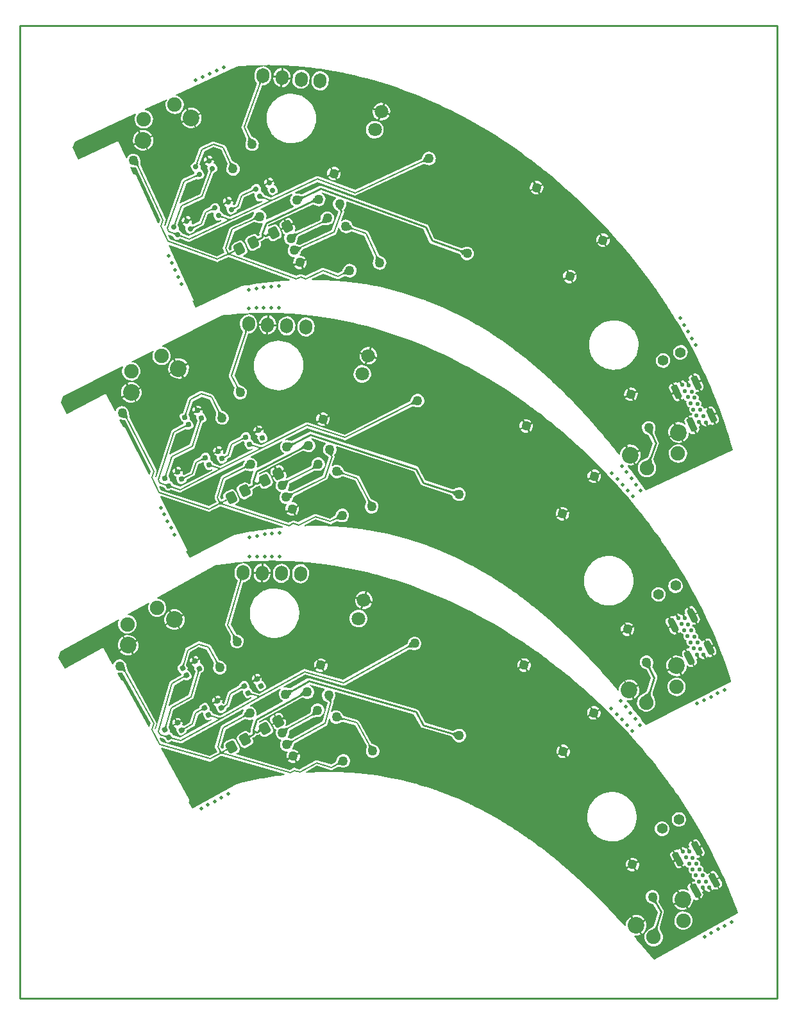
<source format=gtl>
G04*
G04 #@! TF.GenerationSoftware,Altium Limited,Altium Designer,21.7.2 (23)*
G04*
G04 Layer_Physical_Order=1*
G04 Layer_Color=255*
%FSLAX25Y25*%
%MOIN*%
G70*
G04*
G04 #@! TF.SameCoordinates,4BFCC9AB-D371-4FE3-9C4A-9AD3909CC9B1*
G04*
G04*
G04 #@! TF.FilePolarity,Positive*
G04*
G01*
G75*
G04:AMPARAMS|DCode=10|XSize=27.56mil|YSize=27.56mil|CornerRadius=6.89mil|HoleSize=0mil|Usage=FLASHONLY|Rotation=25.000|XOffset=0mil|YOffset=0mil|HoleType=Round|Shape=RoundedRectangle|*
%AMROUNDEDRECTD10*
21,1,0.02756,0.01378,0,0,25.0*
21,1,0.01378,0.02756,0,0,25.0*
1,1,0.01378,0.00916,-0.00333*
1,1,0.01378,-0.00333,-0.00916*
1,1,0.01378,-0.00916,0.00333*
1,1,0.01378,0.00333,0.00916*
%
%ADD10ROUNDEDRECTD10*%
G04:AMPARAMS|DCode=11|XSize=51.18mil|YSize=59.06mil|CornerRadius=12.8mil|HoleSize=0mil|Usage=FLASHONLY|Rotation=205.000|XOffset=0mil|YOffset=0mil|HoleType=Round|Shape=RoundedRectangle|*
%AMROUNDEDRECTD11*
21,1,0.05118,0.03347,0,0,205.0*
21,1,0.02559,0.05906,0,0,205.0*
1,1,0.02559,-0.01867,0.00976*
1,1,0.02559,0.00453,0.02057*
1,1,0.02559,0.01867,-0.00976*
1,1,0.02559,-0.00453,-0.02057*
%
%ADD11ROUNDEDRECTD11*%
%ADD12C,0.00787*%
%ADD13C,0.01000*%
G04:AMPARAMS|DCode=14|XSize=27.56mil|YSize=27.56mil|CornerRadius=6.89mil|HoleSize=0mil|Usage=FLASHONLY|Rotation=27.000|XOffset=0mil|YOffset=0mil|HoleType=Round|Shape=RoundedRectangle|*
%AMROUNDEDRECTD14*
21,1,0.02756,0.01378,0,0,27.0*
21,1,0.01378,0.02756,0,0,27.0*
1,1,0.01378,0.00927,-0.00301*
1,1,0.01378,-0.00301,-0.00927*
1,1,0.01378,-0.00927,0.00301*
1,1,0.01378,0.00301,0.00927*
%
%ADD14ROUNDEDRECTD14*%
G04:AMPARAMS|DCode=15|XSize=51.18mil|YSize=59.06mil|CornerRadius=12.8mil|HoleSize=0mil|Usage=FLASHONLY|Rotation=207.000|XOffset=0mil|YOffset=0mil|HoleType=Round|Shape=RoundedRectangle|*
%AMROUNDEDRECTD15*
21,1,0.05118,0.03347,0,0,207.0*
21,1,0.02559,0.05906,0,0,207.0*
1,1,0.02559,-0.01900,0.00910*
1,1,0.02559,0.00380,0.02072*
1,1,0.02559,0.01900,-0.00910*
1,1,0.02559,-0.00380,-0.02072*
%
%ADD15ROUNDEDRECTD15*%
G04:AMPARAMS|DCode=16|XSize=27.56mil|YSize=27.56mil|CornerRadius=6.89mil|HoleSize=0mil|Usage=FLASHONLY|Rotation=29.000|XOffset=0mil|YOffset=0mil|HoleType=Round|Shape=RoundedRectangle|*
%AMROUNDEDRECTD16*
21,1,0.02756,0.01378,0,0,29.0*
21,1,0.01378,0.02756,0,0,29.0*
1,1,0.01378,0.00937,-0.00269*
1,1,0.01378,-0.00269,-0.00937*
1,1,0.01378,-0.00937,0.00269*
1,1,0.01378,0.00269,0.00937*
%
%ADD16ROUNDEDRECTD16*%
G04:AMPARAMS|DCode=17|XSize=51.18mil|YSize=59.06mil|CornerRadius=12.8mil|HoleSize=0mil|Usage=FLASHONLY|Rotation=209.000|XOffset=0mil|YOffset=0mil|HoleType=Round|Shape=RoundedRectangle|*
%AMROUNDEDRECTD17*
21,1,0.05118,0.03347,0,0,209.0*
21,1,0.02559,0.05906,0,0,209.0*
1,1,0.02559,-0.01930,0.00843*
1,1,0.02559,0.00308,0.02084*
1,1,0.02559,0.01930,-0.00843*
1,1,0.02559,-0.00308,-0.02084*
%
%ADD17ROUNDEDRECTD17*%
%ADD18C,0.01968*%
%ADD19C,0.02323*%
G04:AMPARAMS|DCode=20|XSize=34.65mil|YSize=74.8mil|CornerRadius=8.66mil|HoleSize=0mil|Usage=FLASHONLY|Rotation=25.000|XOffset=0mil|YOffset=0mil|HoleType=Round|Shape=RoundedRectangle|*
%AMROUNDEDRECTD20*
21,1,0.03465,0.05748,0,0,25.0*
21,1,0.01732,0.07480,0,0,25.0*
1,1,0.01732,0.02000,-0.02239*
1,1,0.01732,0.00430,-0.02971*
1,1,0.01732,-0.02000,0.02239*
1,1,0.01732,-0.00430,0.02971*
%
%ADD20ROUNDEDRECTD20*%
%ADD21C,0.08661*%
%ADD22C,0.07480*%
G04:AMPARAMS|DCode=23|XSize=66.93mil|YSize=78.74mil|CornerRadius=0mil|HoleSize=0mil|Usage=FLASHONLY|Rotation=175.000|XOffset=0mil|YOffset=0mil|HoleType=Round|Shape=Round|*
%AMOVALD23*
21,1,0.01181,0.06693,0.00000,0.00000,265.0*
1,1,0.06693,0.00052,0.00588*
1,1,0.06693,-0.00052,-0.00588*
%
%ADD23OVALD23*%

%ADD24C,0.05512*%
%ADD25C,0.07087*%
%ADD26C,0.05000*%
G04:AMPARAMS|DCode=27|XSize=34.65mil|YSize=74.8mil|CornerRadius=8.66mil|HoleSize=0mil|Usage=FLASHONLY|Rotation=27.000|XOffset=0mil|YOffset=0mil|HoleType=Round|Shape=RoundedRectangle|*
%AMROUNDEDRECTD27*
21,1,0.03465,0.05748,0,0,27.0*
21,1,0.01732,0.07480,0,0,27.0*
1,1,0.01732,0.02077,-0.02168*
1,1,0.01732,0.00533,-0.02954*
1,1,0.01732,-0.02077,0.02168*
1,1,0.01732,-0.00533,0.02954*
%
%ADD27ROUNDEDRECTD27*%
G04:AMPARAMS|DCode=28|XSize=66.93mil|YSize=78.74mil|CornerRadius=0mil|HoleSize=0mil|Usage=FLASHONLY|Rotation=177.000|XOffset=0mil|YOffset=0mil|HoleType=Round|Shape=Round|*
%AMOVALD28*
21,1,0.01181,0.06693,0.00000,0.00000,267.0*
1,1,0.06693,0.00031,0.00590*
1,1,0.06693,-0.00031,-0.00590*
%
%ADD28OVALD28*%

G04:AMPARAMS|DCode=29|XSize=34.65mil|YSize=74.8mil|CornerRadius=8.66mil|HoleSize=0mil|Usage=FLASHONLY|Rotation=29.000|XOffset=0mil|YOffset=0mil|HoleType=Round|Shape=RoundedRectangle|*
%AMROUNDEDRECTD29*
21,1,0.03465,0.05748,0,0,29.0*
21,1,0.01732,0.07480,0,0,29.0*
1,1,0.01732,0.02151,-0.02094*
1,1,0.01732,0.00636,-0.02934*
1,1,0.01732,-0.02151,0.02094*
1,1,0.01732,-0.00636,0.02934*
%
%ADD29ROUNDEDRECTD29*%
G04:AMPARAMS|DCode=30|XSize=66.93mil|YSize=78.74mil|CornerRadius=0mil|HoleSize=0mil|Usage=FLASHONLY|Rotation=179.000|XOffset=0mil|YOffset=0mil|HoleType=Round|Shape=Round|*
%AMOVALD30*
21,1,0.01181,0.06693,0.00000,0.00000,269.0*
1,1,0.06693,0.00010,0.00591*
1,1,0.06693,-0.00010,-0.00591*
%
%ADD30OVALD30*%

G36*
X131000Y485313D02*
X132482Y485290D01*
X133964Y485255D01*
X135448Y485209D01*
X136841Y485154D01*
X138146Y485094D01*
X139450Y485026D01*
X140754Y484948D01*
X142014Y484865D01*
X143228Y484777D01*
X144443Y484681D01*
X145657Y484578D01*
X146262Y484523D01*
X146262Y484523D01*
X146824Y484472D01*
X147950Y484362D01*
X149074Y484247D01*
X150197Y484125D01*
X151276Y484001D01*
X152310Y483877D01*
X153347Y483748D01*
X154379Y483613D01*
X155414Y483473D01*
X156445Y483327D01*
X157476Y483177D01*
X158508Y483020D01*
X159022Y482939D01*
X159494Y482866D01*
X160439Y482713D01*
X161380Y482556D01*
X162324Y482395D01*
X162793Y482312D01*
X162793D01*
X163262Y482229D01*
X164202Y482059D01*
X165143Y481885D01*
X166083Y481706D01*
X166551Y481614D01*
X166551Y481614D01*
X167020Y481523D01*
X167957Y481335D01*
X168894Y481143D01*
X169829Y480947D01*
X170294Y480847D01*
X173692Y480089D01*
X177075Y479276D01*
X180446Y478407D01*
X183805Y477483D01*
X187152Y476505D01*
X190485Y475473D01*
X193806Y474388D01*
X196781Y473367D01*
X199745Y472305D01*
X202697Y471200D01*
X205637Y470055D01*
X208563Y468869D01*
X211477Y467643D01*
X214700Y466234D01*
X217905Y464778D01*
X221092Y463273D01*
X224261Y461722D01*
X227411Y460124D01*
X230543Y458481D01*
X233656Y456792D01*
X236748Y455059D01*
X240127Y453102D01*
X243480Y451093D01*
X246807Y449033D01*
X250407Y446727D01*
X253973Y444364D01*
X257799Y441738D01*
X261589Y439043D01*
X262094Y438677D01*
X263105Y437939D01*
X264112Y437196D01*
X265117Y436448D01*
X265618Y436072D01*
X266156Y435669D01*
X267226Y434857D01*
X268291Y434041D01*
X269356Y433218D01*
X269884Y432806D01*
X270449Y432364D01*
X271575Y431476D01*
X272696Y430583D01*
X273813Y429683D01*
X274997Y428721D01*
X276243Y427696D01*
X277486Y426662D01*
X278721Y425623D01*
X279336Y425100D01*
X280020Y424518D01*
X281380Y423346D01*
X282734Y422166D01*
X284080Y420978D01*
X284751Y420379D01*
X284751Y420379D01*
X285587Y419631D01*
X287252Y418121D01*
X288904Y416600D01*
X290544Y415066D01*
X291359Y414292D01*
X292533Y413178D01*
X294855Y410925D01*
X297153Y408648D01*
X299426Y406347D01*
X300551Y405183D01*
X302481Y403186D01*
X306268Y399123D01*
X309980Y394991D01*
X313616Y390792D01*
X317174Y386526D01*
X320653Y382197D01*
X324053Y377804D01*
X327371Y373350D01*
X328989Y371093D01*
X329611Y370225D01*
X330843Y368481D01*
X332062Y366727D01*
X333268Y364965D01*
X334337Y363380D01*
X335271Y361977D01*
X336197Y360568D01*
X337115Y359156D01*
X337570Y358445D01*
X337976Y357812D01*
X338782Y356542D01*
X339581Y355268D01*
X340373Y353990D01*
X340766Y353348D01*
X341111Y352784D01*
X341798Y351652D01*
X342480Y350516D01*
X343155Y349379D01*
X343489Y348810D01*
X345951Y344538D01*
X348164Y340544D01*
X350144Y336837D01*
X351906Y333420D01*
X353615Y329988D01*
X355124Y326854D01*
X356589Y323709D01*
X358010Y320552D01*
X359250Y317703D01*
X360454Y314844D01*
X361621Y311978D01*
X362751Y309106D01*
X363843Y306226D01*
X364782Y303661D01*
X365690Y301092D01*
X366569Y298518D01*
X367417Y295940D01*
X368233Y293359D01*
X369019Y290774D01*
X369773Y288187D01*
X370496Y285595D01*
X370582Y285275D01*
X325233Y264128D01*
X324385Y265333D01*
X324384Y265334D01*
X324383Y265335D01*
X323500Y266579D01*
X323499Y266580D01*
X323499Y266582D01*
X322615Y267819D01*
X322614Y267820D01*
X322614Y267821D01*
X321729Y269052D01*
X321728Y269053D01*
X321728Y269054D01*
X320842Y270278D01*
X320841Y270279D01*
X320840Y270280D01*
X319953Y271497D01*
X319953Y271498D01*
X319952Y271499D01*
X319064Y272709D01*
X319063Y272710D01*
X319062Y272711D01*
X318174Y273914D01*
X318173Y273915D01*
X318172Y273916D01*
X317282Y275112D01*
X317281Y275113D01*
X317280Y275114D01*
X316389Y276303D01*
X316388Y276304D01*
X316387Y276305D01*
X315874Y276986D01*
X316183Y277405D01*
X316192Y277402D01*
X317590Y277280D01*
X318972Y277524D01*
X319155Y277609D01*
X316902Y282440D01*
X314649Y287272D01*
X314466Y287186D01*
X313391Y286284D01*
X312586Y285134D01*
X312106Y283815D01*
X312019Y282823D01*
X311504Y282670D01*
X311008Y283304D01*
X311007Y283305D01*
X311006Y283306D01*
X310107Y284446D01*
X310106Y284447D01*
X310105Y284448D01*
X309205Y285581D01*
X309204Y285582D01*
X309203Y285584D01*
X308302Y286710D01*
X308301Y286711D01*
X308300Y286712D01*
X307397Y287831D01*
X307396Y287832D01*
X307395Y287833D01*
X306491Y288945D01*
X306490Y288946D01*
X306489Y288948D01*
X305584Y290053D01*
X305583Y290054D01*
X305582Y290055D01*
X304676Y291153D01*
X304675Y291154D01*
X304674Y291155D01*
X303766Y292246D01*
X303765Y292247D01*
X303764Y292248D01*
X302856Y293332D01*
X302854Y293333D01*
X302854Y293335D01*
X301943Y294411D01*
X301942Y294412D01*
X301941Y294414D01*
X301030Y295483D01*
X301029Y295484D01*
X301028Y295486D01*
X300115Y296549D01*
X300114Y296550D01*
X300113Y296551D01*
X299199Y297607D01*
X299198Y297608D01*
X299197Y297609D01*
X298282Y298658D01*
X298281Y298659D01*
X298280Y298660D01*
X297363Y299701D01*
X297362Y299703D01*
X297361Y299704D01*
X296443Y300738D01*
X296442Y300739D01*
X296441Y300741D01*
X295522Y301768D01*
X295520Y301769D01*
X295519Y301771D01*
X294599Y302791D01*
X294598Y302792D01*
X294597Y302793D01*
X293675Y303806D01*
X293673Y303807D01*
X293672Y303809D01*
X292749Y304815D01*
X292748Y304816D01*
X292747Y304817D01*
X291822Y305816D01*
X291821Y305817D01*
X291820Y305819D01*
X290894Y306811D01*
X290893Y306812D01*
X290892Y306813D01*
X289964Y307798D01*
X289963Y307799D01*
X289962Y307800D01*
X289033Y308778D01*
X289032Y308779D01*
X289031Y308781D01*
X288100Y309751D01*
X288099Y309752D01*
X288098Y309753D01*
X287166Y310717D01*
X287165Y310718D01*
X287164Y310719D01*
X286231Y311676D01*
X286229Y311677D01*
X286228Y311678D01*
X285294Y312627D01*
X285292Y312628D01*
X285291Y312630D01*
X284355Y313572D01*
X284354Y313573D01*
X284353Y313574D01*
X283415Y314509D01*
X283414Y314510D01*
X283413Y314512D01*
X282474Y315439D01*
X282472Y315440D01*
X282471Y315442D01*
X281531Y316362D01*
X281529Y316364D01*
X281528Y316365D01*
X280586Y317278D01*
X280585Y317279D01*
X280584Y317281D01*
X279640Y318187D01*
X279639Y318188D01*
X279638Y318190D01*
X278693Y319089D01*
X278691Y319090D01*
X278690Y319091D01*
X277744Y319983D01*
X277742Y319984D01*
X277741Y319986D01*
X276793Y320870D01*
X276791Y320871D01*
X276790Y320873D01*
X275841Y321750D01*
X275839Y321751D01*
X275838Y321753D01*
X274887Y322623D01*
X274885Y322624D01*
X274884Y322626D01*
X273932Y323489D01*
X273930Y323490D01*
X273928Y323492D01*
X272974Y324347D01*
X272973Y324348D01*
X272971Y324350D01*
X272016Y325199D01*
X272014Y325200D01*
X272012Y325202D01*
X270864Y326210D01*
X270862Y326212D01*
X270860Y326214D01*
X269709Y327212D01*
X269707Y327213D01*
X269705Y327215D01*
X268552Y328203D01*
X268549Y328205D01*
X268548Y328207D01*
X267392Y329184D01*
X267390Y329185D01*
X267388Y329187D01*
X266230Y330155D01*
X266228Y330156D01*
X266226Y330158D01*
X265066Y331115D01*
X265063Y331116D01*
X265062Y331118D01*
X263899Y332064D01*
X263896Y332065D01*
X263895Y332067D01*
X262730Y333003D01*
X262727Y333004D01*
X262725Y333007D01*
X261558Y333932D01*
X261555Y333933D01*
X261554Y333935D01*
X260384Y334850D01*
X260381Y334851D01*
X260379Y334853D01*
X259207Y335758D01*
X259204Y335759D01*
X259203Y335761D01*
X258028Y336655D01*
X258025Y336656D01*
X258023Y336658D01*
X256846Y337542D01*
X256843Y337543D01*
X256841Y337545D01*
X255661Y338418D01*
X255659Y338419D01*
X255657Y338421D01*
X254474Y339284D01*
X254472Y339285D01*
X254470Y339287D01*
X253285Y340139D01*
X253282Y340140D01*
X253280Y340142D01*
X251894Y341123D01*
X251891Y341125D01*
X251889Y341127D01*
X250500Y342093D01*
X250497Y342095D01*
X250494Y342097D01*
X249101Y343049D01*
X249098Y343050D01*
X249096Y343053D01*
X247699Y343990D01*
X247696Y343992D01*
X247694Y343994D01*
X246294Y344917D01*
X246291Y344919D01*
X246288Y344921D01*
X244885Y345830D01*
X244881Y345831D01*
X244879Y345834D01*
X243472Y346728D01*
X243468Y346729D01*
X243465Y346732D01*
X241853Y347737D01*
X241849Y347738D01*
X241846Y347741D01*
X240228Y348727D01*
X240225Y348728D01*
X240222Y348731D01*
X238599Y349698D01*
X238595Y349699D01*
X238592Y349702D01*
X236965Y350650D01*
X236961Y350651D01*
X236958Y350654D01*
X235121Y351698D01*
X235116Y351699D01*
X235113Y351702D01*
X233270Y352722D01*
X233265Y352724D01*
X233262Y352727D01*
X231412Y353723D01*
X231407Y353724D01*
X231404Y353727D01*
X229341Y354806D01*
X229336Y354807D01*
X229332Y354811D01*
X227261Y355859D01*
X227256Y355861D01*
X227252Y355864D01*
X224965Y356983D01*
X224959Y356985D01*
X224954Y356989D01*
X222448Y358169D01*
X222441Y358170D01*
X222436Y358174D01*
X219707Y359404D01*
X219703Y359405D01*
X219700Y359407D01*
X219332Y359569D01*
X219331Y359569D01*
X219330Y359570D01*
X218593Y359891D01*
X218591Y359891D01*
X218589Y359892D01*
X217850Y360209D01*
X217849Y360209D01*
X217847Y360210D01*
X217107Y360524D01*
X217106Y360524D01*
X217104Y360525D01*
X216734Y360681D01*
X216733Y360681D01*
X216732Y360681D01*
X216309Y360858D01*
X216307Y360858D01*
X216306Y360859D01*
X215459Y361208D01*
X215457Y361208D01*
X215455Y361209D01*
X214606Y361554D01*
X214603Y361554D01*
X214602Y361555D01*
X213751Y361895D01*
X213749Y361895D01*
X213748Y361896D01*
X213321Y362064D01*
X213320Y362065D01*
X213319Y362065D01*
X212814Y362263D01*
X212812Y362263D01*
X212810Y362264D01*
X211797Y362655D01*
X211794Y362655D01*
X211792Y362657D01*
X210776Y363041D01*
X210774Y363041D01*
X210772Y363042D01*
X209754Y363420D01*
X209752Y363420D01*
X209750Y363421D01*
X209240Y363608D01*
X209236Y363608D01*
X209232Y363610D01*
X206300Y364645D01*
X206288Y364647D01*
X206278Y364653D01*
X200357Y366556D01*
X200342Y366557D01*
X200328Y366564D01*
X194340Y368242D01*
X194325Y368243D01*
X194311Y368250D01*
X188263Y369700D01*
X188252Y369701D01*
X188241Y369705D01*
X185198Y370344D01*
X185193Y370344D01*
X185188Y370346D01*
X184428Y370497D01*
X184425Y370497D01*
X184423Y370497D01*
X182900Y370788D01*
X182896Y370788D01*
X182893Y370789D01*
X181367Y371065D01*
X181363Y371065D01*
X181360Y371066D01*
X179832Y371327D01*
X179829Y371327D01*
X179826Y371328D01*
X179062Y371454D01*
X179060Y371454D01*
X179059Y371454D01*
X178517Y371541D01*
X178516Y371541D01*
X178514Y371541D01*
X177431Y371709D01*
X177428Y371709D01*
X177425Y371710D01*
X176341Y371871D01*
X176339Y371870D01*
X176336Y371871D01*
X175251Y372025D01*
X175249Y372025D01*
X175247Y372025D01*
X174704Y372099D01*
X174703Y372099D01*
X174702Y372100D01*
X174242Y372161D01*
X174241Y372161D01*
X174239Y372162D01*
X173320Y372280D01*
X173318Y372280D01*
X173316Y372281D01*
X172396Y372395D01*
X172393Y372395D01*
X172391Y372395D01*
X171471Y372504D01*
X171469Y372504D01*
X171467Y372504D01*
X171007Y372557D01*
X171006Y372557D01*
X171005Y372557D01*
X170600Y372602D01*
X170599Y372602D01*
X170597Y372603D01*
X169788Y372690D01*
X169786Y372690D01*
X169784Y372690D01*
X168974Y372774D01*
X168972Y372773D01*
X168970Y372774D01*
X168159Y372854D01*
X168158Y372853D01*
X168156Y372854D01*
X167751Y372892D01*
X167747Y372892D01*
X167744Y372893D01*
X164950Y373131D01*
X164943Y373130D01*
X164937Y373132D01*
X162363Y373311D01*
X162357Y373310D01*
X162352Y373312D01*
X159765Y373453D01*
X159759Y373453D01*
X159754Y373454D01*
X157391Y373551D01*
X157386Y373550D01*
X157381Y373551D01*
X155008Y373616D01*
X155002Y373616D01*
X154998Y373617D01*
X152853Y373649D01*
X152848Y373648D01*
X152843Y373649D01*
X151819Y373653D01*
X151709Y374153D01*
X157559Y376881D01*
X164728Y374271D01*
X165276Y374187D01*
X165815Y374319D01*
X165815Y374319D01*
X168497Y375569D01*
X168541Y375579D01*
X168634Y375589D01*
X168766Y375589D01*
X168933Y375575D01*
X169133Y375544D01*
X169352Y375497D01*
X169920Y375331D01*
X170237Y375217D01*
X170333Y375203D01*
X170694Y375072D01*
X171612Y374991D01*
X172520Y375151D01*
X173355Y375541D01*
X174061Y376133D01*
X174590Y376888D01*
X174905Y377754D01*
X174985Y378672D01*
X174825Y379580D01*
X174436Y380415D01*
X173843Y381121D01*
X173088Y381650D01*
X172222Y381965D01*
X171304Y382045D01*
X170397Y381885D01*
X169562Y381496D01*
X168856Y380903D01*
X168327Y380148D01*
X168195Y379787D01*
X168145Y379705D01*
X168027Y379388D01*
X167790Y378847D01*
X167685Y378648D01*
X167580Y378475D01*
X167483Y378339D01*
X167399Y378238D01*
X167331Y378172D01*
X167295Y378145D01*
X165147Y377143D01*
X157978Y379752D01*
X157430Y379837D01*
X156891Y379705D01*
X148504Y375794D01*
X146316Y376591D01*
X145768Y376675D01*
X145229Y376543D01*
X143533Y375752D01*
X116031Y385762D01*
X116009Y386261D01*
X116931Y386691D01*
X117662Y387227D01*
X118133Y388003D01*
X118271Y388899D01*
X118055Y389780D01*
X116641Y392813D01*
X116105Y393544D01*
X115329Y394015D01*
X114433Y394152D01*
X113552Y393937D01*
X111233Y392855D01*
X110502Y392319D01*
X110031Y391544D01*
X109893Y390648D01*
X110109Y389767D01*
X110215Y389538D01*
X108971Y388958D01*
X108364Y390259D01*
X111532Y398962D01*
X121709Y403708D01*
X121753Y403718D01*
X121847Y403727D01*
X121978Y403727D01*
X122145Y403714D01*
X122345Y403683D01*
X122565Y403635D01*
X123132Y403469D01*
X123450Y403356D01*
X123546Y403342D01*
X123907Y403210D01*
X124825Y403130D01*
X125732Y403290D01*
X125769Y403307D01*
X126138Y402970D01*
X124489Y398441D01*
X124399Y397851D01*
X124540Y397272D01*
X124585Y397177D01*
X124590Y397160D01*
X124603Y397097D01*
X124611Y397028D01*
X124614Y396951D01*
X124610Y396865D01*
X124604Y396817D01*
X123618Y396357D01*
X123241Y396872D01*
X122466Y397342D01*
X121569Y397480D01*
X120688Y397265D01*
X118369Y396183D01*
X117638Y395647D01*
X117167Y394872D01*
X117029Y393975D01*
X117245Y393094D01*
X118659Y390061D01*
X119195Y389330D01*
X119971Y388860D01*
X120867Y388722D01*
X121748Y388937D01*
X124067Y390019D01*
X124799Y390555D01*
X125269Y391330D01*
X125407Y392227D01*
X125191Y393108D01*
X124958Y393607D01*
X126513Y394332D01*
X126994Y394685D01*
X127179Y394989D01*
X127215Y395030D01*
X127311Y395075D01*
X127365Y395076D01*
X127717Y395022D01*
X128297Y395164D01*
X129131Y395553D01*
X129364Y395053D01*
X129900Y394322D01*
X130675Y393851D01*
X131571Y393713D01*
X132452Y393929D01*
X134772Y395010D01*
X135503Y395547D01*
X135973Y396322D01*
X136111Y397218D01*
X135896Y398099D01*
X134482Y401132D01*
X133945Y401863D01*
X133170Y402334D01*
X132274Y402472D01*
X131393Y402256D01*
X129402Y401328D01*
X129027Y401658D01*
X129125Y402066D01*
X152220Y412835D01*
X152274Y412849D01*
X152358Y412858D01*
X152460Y412857D01*
X152585Y412842D01*
X152733Y412810D01*
X152904Y412758D01*
X153096Y412682D01*
X153308Y412582D01*
X153562Y412445D01*
X153572Y412442D01*
X153666Y412376D01*
X154532Y412061D01*
X155450Y411981D01*
X156357Y412141D01*
X157193Y412530D01*
X157899Y413123D01*
X158427Y413878D01*
X158742Y414744D01*
X158823Y415662D01*
X158663Y416569D01*
X158273Y417404D01*
X157681Y418110D01*
X156973Y418606D01*
X156920Y418822D01*
X156908Y419178D01*
X156945Y419205D01*
X164363Y416505D01*
X164384Y416006D01*
X164339Y415984D01*
X163633Y415392D01*
X163105Y414637D01*
X162789Y413771D01*
X162709Y412853D01*
X162869Y411945D01*
X163259Y411110D01*
X163851Y410404D01*
X164399Y410021D01*
X164414Y410004D01*
X164442Y409991D01*
X164504Y409947D01*
X164516Y409937D01*
X164534Y409926D01*
X164606Y409876D01*
X164647Y409861D01*
X164746Y409804D01*
X165148Y409536D01*
X165298Y409418D01*
X165437Y409297D01*
X165553Y409182D01*
X162065Y399598D01*
X145644Y391941D01*
X145600Y391931D01*
X145506Y391921D01*
X145375Y391921D01*
X145208Y391935D01*
X145008Y391966D01*
X144788Y392013D01*
X144221Y392179D01*
X143903Y392293D01*
X143808Y392307D01*
X143747Y392329D01*
X143673Y392460D01*
X143592Y392907D01*
X144025Y393526D01*
X144340Y394392D01*
X144389Y394944D01*
X144411Y395030D01*
X144427Y395320D01*
X144454Y395548D01*
X144491Y395741D01*
X144535Y395898D01*
X144582Y396019D01*
X144627Y396106D01*
X144668Y396164D01*
X144703Y396201D01*
X144728Y396221D01*
X157435Y402146D01*
X157461Y402152D01*
X157540Y402165D01*
X159305Y402196D01*
X159709Y402179D01*
X159712Y402180D01*
X159714Y402179D01*
X159780Y402190D01*
X160025Y402168D01*
X160933Y402328D01*
X161768Y402718D01*
X162474Y403310D01*
X163003Y404065D01*
X163318Y404931D01*
X163398Y405849D01*
X163238Y406757D01*
X162849Y407592D01*
X162256Y408298D01*
X161502Y408827D01*
X160635Y409142D01*
X159717Y409222D01*
X158810Y409062D01*
X157975Y408673D01*
X157269Y408080D01*
X156740Y407325D01*
X156425Y406459D01*
X156377Y405908D01*
X156354Y405821D01*
X156338Y405532D01*
X156312Y405303D01*
X156275Y405110D01*
X156231Y404954D01*
X156184Y404833D01*
X156138Y404746D01*
X156097Y404687D01*
X156062Y404650D01*
X156037Y404630D01*
X143331Y398705D01*
X143305Y398699D01*
X143226Y398687D01*
X143109Y398685D01*
X142824Y399180D01*
X143110Y399650D01*
X143248Y400546D01*
X143032Y401427D01*
X142536Y402490D01*
X139270Y400967D01*
X136004Y399444D01*
X136500Y398381D01*
X137036Y397649D01*
X137542Y397343D01*
X137750Y396819D01*
X137727Y396690D01*
X137447Y395920D01*
X137367Y395002D01*
X137527Y394094D01*
X137917Y393259D01*
X138509Y392553D01*
X139264Y392025D01*
X139829Y391819D01*
X139903Y391688D01*
X139984Y391241D01*
X139551Y390622D01*
X139236Y389756D01*
X139155Y388838D01*
X139315Y387930D01*
X139705Y387095D01*
X140297Y386389D01*
X141052Y385860D01*
X141918Y385545D01*
X142652Y385481D01*
X142695Y385437D01*
X142879Y385043D01*
X142885Y384981D01*
X142463Y384378D01*
X142148Y383512D01*
X142067Y382594D01*
X142220Y381726D01*
X148545Y384676D01*
X147979Y385350D01*
X147224Y385879D01*
X146358Y386194D01*
X145624Y386258D01*
X145581Y386303D01*
X145397Y386697D01*
X145391Y386758D01*
X145814Y387362D01*
X145945Y387723D01*
X145996Y387805D01*
X146113Y388122D01*
X146351Y388663D01*
X146456Y388862D01*
X146561Y389035D01*
X146657Y389171D01*
X146742Y389272D01*
X146809Y389338D01*
X146845Y389365D01*
X163800Y397271D01*
X164247Y397599D01*
X164534Y398073D01*
X165509Y400750D01*
X166024Y400705D01*
X166077Y400409D01*
X166466Y399574D01*
X167058Y398868D01*
X167813Y398339D01*
X168679Y398024D01*
X169597Y397944D01*
X170505Y398104D01*
X170853Y398266D01*
X170947Y398289D01*
X171254Y398429D01*
X171805Y398644D01*
X172020Y398710D01*
X172216Y398759D01*
X172381Y398787D01*
X172512Y398798D01*
X172606Y398797D01*
X172651Y398791D01*
X178868Y396528D01*
X184030Y385459D01*
X184040Y385415D01*
X184049Y385321D01*
X184049Y385190D01*
X184035Y385023D01*
X184004Y384823D01*
X183957Y384604D01*
X183791Y384036D01*
X183678Y383718D01*
X183664Y383623D01*
X183532Y383262D01*
X183452Y382344D01*
X183612Y381436D01*
X184001Y380601D01*
X184594Y379895D01*
X185349Y379366D01*
X186215Y379051D01*
X187133Y378971D01*
X188040Y379131D01*
X188875Y379520D01*
X189582Y380113D01*
X190110Y380868D01*
X190425Y381733D01*
X190506Y382651D01*
X190346Y383559D01*
X189956Y384394D01*
X189364Y385100D01*
X188609Y385629D01*
X188247Y385760D01*
X188165Y385811D01*
X187849Y385929D01*
X187308Y386166D01*
X187109Y386271D01*
X186936Y386376D01*
X186799Y386472D01*
X186699Y386557D01*
X186633Y386625D01*
X186605Y386660D01*
X181195Y398263D01*
X180867Y398710D01*
X180393Y398997D01*
X173623Y401462D01*
X173585Y401486D01*
X173512Y401545D01*
X173419Y401638D01*
X173310Y401766D01*
X173191Y401929D01*
X173069Y402118D01*
X172785Y402637D01*
X172641Y402942D01*
X172583Y403019D01*
X172421Y403368D01*
X171828Y404073D01*
X171073Y404602D01*
X170208Y404917D01*
X169289Y404998D01*
X168382Y404838D01*
X167547Y404448D01*
X167317Y404255D01*
X166893Y404552D01*
X168467Y408877D01*
X168551Y409425D01*
X168449Y409844D01*
X168439Y409897D01*
X168429Y409923D01*
X168419Y409964D01*
X168400Y410006D01*
X168399Y410009D01*
X168398Y410021D01*
X168400Y410039D01*
X168407Y410070D01*
X168426Y410121D01*
X168463Y410193D01*
X168524Y410286D01*
X168612Y410396D01*
X168752Y410546D01*
X168755Y410552D01*
X168839Y410622D01*
X169367Y411377D01*
X169682Y412243D01*
X169763Y413161D01*
X169603Y414069D01*
X169581Y414114D01*
X169919Y414483D01*
X209710Y400000D01*
X212770Y393438D01*
X213123Y392957D01*
X213633Y392647D01*
X228309Y387306D01*
X228361Y387274D01*
X228444Y387211D01*
X228540Y387122D01*
X228647Y387004D01*
X228762Y386857D01*
X228876Y386689D01*
X229140Y386221D01*
X229272Y385946D01*
X229328Y385870D01*
X229490Y385523D01*
X230083Y384817D01*
X230838Y384288D01*
X231704Y383973D01*
X232622Y383892D01*
X233529Y384053D01*
X234365Y384442D01*
X235070Y385034D01*
X235599Y385789D01*
X235914Y386655D01*
X235995Y387573D01*
X235835Y388481D01*
X235445Y389316D01*
X234853Y390022D01*
X234098Y390551D01*
X233232Y390866D01*
X232314Y390946D01*
X231406Y390786D01*
X231069Y390629D01*
X230986Y390611D01*
X230416Y390367D01*
X230198Y390291D01*
X229991Y390232D01*
X229808Y390193D01*
X229650Y390172D01*
X229519Y390165D01*
X229415Y390170D01*
X229355Y390180D01*
X215274Y395305D01*
X212214Y401867D01*
X211861Y402348D01*
X211351Y402658D01*
X156938Y422462D01*
X156349Y422553D01*
X155769Y422411D01*
X146787Y418223D01*
X146728Y418208D01*
X146625Y418194D01*
X146494Y418189D01*
X146335Y418197D01*
X146149Y418220D01*
X145951Y418258D01*
X145432Y418402D01*
X145145Y418504D01*
X145051Y418517D01*
X144691Y418648D01*
X143773Y418729D01*
X143269Y418640D01*
X143117Y419121D01*
X154771Y424555D01*
X173838Y417616D01*
X174386Y417531D01*
X174925Y417663D01*
X209720Y433888D01*
X209764Y433898D01*
X209858Y433908D01*
X209989Y433908D01*
X210156Y433894D01*
X210356Y433863D01*
X210576Y433816D01*
X211143Y433649D01*
X211461Y433536D01*
X211556Y433522D01*
X211918Y433391D01*
X212836Y433310D01*
X213743Y433470D01*
X214579Y433860D01*
X215285Y434452D01*
X215813Y435207D01*
X216128Y436073D01*
X216209Y436991D01*
X216049Y437899D01*
X215659Y438734D01*
X215067Y439440D01*
X214312Y439968D01*
X213446Y440284D01*
X212528Y440364D01*
X211620Y440204D01*
X210785Y439815D01*
X210079Y439222D01*
X209550Y438467D01*
X209419Y438106D01*
X209368Y438024D01*
X209251Y437707D01*
X209014Y437166D01*
X208909Y436968D01*
X208804Y436794D01*
X208707Y436658D01*
X208623Y436557D01*
X208555Y436491D01*
X208519Y436464D01*
X174257Y420487D01*
X155190Y427427D01*
X154642Y427512D01*
X154104Y427380D01*
X130795Y416510D01*
X130761Y416499D01*
X130695Y416482D01*
X130632Y416472D01*
X130571Y416467D01*
X130510Y416466D01*
X130446Y416471D01*
X130379Y416482D01*
X130345Y416491D01*
X127105Y417670D01*
X126976Y417723D01*
X126518Y418704D01*
X126121Y419246D01*
X125546Y419595D01*
X125531Y419597D01*
X125320Y420050D01*
X125328Y420063D01*
X125430Y420728D01*
X125270Y421380D01*
X124688Y422629D01*
X124291Y423171D01*
X123716Y423520D01*
X123052Y423622D01*
X122399Y423462D01*
X121150Y422880D01*
X120608Y422482D01*
X120260Y421908D01*
X120171Y421331D01*
X114679Y418770D01*
X114232Y418442D01*
X113944Y417968D01*
X112051Y412766D01*
X111416Y412470D01*
X110977Y412737D01*
X110849Y412888D01*
X110690Y413228D01*
X110698Y413242D01*
X110800Y413906D01*
X110641Y414559D01*
X110561Y414730D01*
X106191Y412692D01*
X106270Y412521D01*
X106668Y411979D01*
X107242Y411630D01*
X107258Y411628D01*
X107469Y411175D01*
X107461Y411161D01*
X107359Y410497D01*
X107518Y409844D01*
X108101Y408596D01*
X108498Y408054D01*
X109072Y407705D01*
X109737Y407603D01*
X110389Y407763D01*
X111638Y408345D01*
X112180Y408742D01*
X112528Y409317D01*
X112617Y409894D01*
X113785Y410439D01*
X114232Y410766D01*
X114520Y411240D01*
X116413Y416442D01*
X121372Y418755D01*
X121812Y418488D01*
X121940Y418336D01*
X122098Y417996D01*
X122090Y417983D01*
X121988Y417319D01*
X122148Y416666D01*
X122730Y415417D01*
X123127Y414876D01*
X123702Y414527D01*
X124366Y414425D01*
X125019Y414584D01*
X125838Y414967D01*
X126059Y414854D01*
X126049Y414298D01*
X109386Y406527D01*
X109352Y406516D01*
X109286Y406499D01*
X109223Y406489D01*
X109162Y406484D01*
X109101Y406483D01*
X109038Y406488D01*
X108971Y406499D01*
X108936Y406508D01*
X105696Y407687D01*
X105567Y407739D01*
X105109Y408721D01*
X104712Y409263D01*
X104137Y409612D01*
X104122Y409614D01*
X103911Y410067D01*
X103919Y410080D01*
X104021Y410744D01*
X103861Y411397D01*
X103279Y412646D01*
X102882Y413188D01*
X102307Y413536D01*
X101643Y413639D01*
X100990Y413479D01*
X99742Y412897D01*
X99200Y412499D01*
X98851Y411925D01*
X98762Y411347D01*
X95946Y410034D01*
X95499Y409706D01*
X95211Y409232D01*
X93318Y404030D01*
X90007Y402487D01*
X89568Y402753D01*
X89440Y402905D01*
X89281Y403245D01*
X89289Y403259D01*
X89392Y403923D01*
X89232Y404575D01*
X89152Y404747D01*
X84782Y402709D01*
X84862Y402537D01*
X85259Y401996D01*
X85833Y401647D01*
X85849Y401645D01*
X86060Y401192D01*
X86052Y401178D01*
X85950Y400514D01*
X86110Y399861D01*
X86692Y398612D01*
X87089Y398071D01*
X87664Y397722D01*
X88328Y397620D01*
X88980Y397780D01*
X90229Y398362D01*
X90771Y398759D01*
X91120Y399334D01*
X91208Y399911D01*
X95052Y401703D01*
X95499Y402031D01*
X95787Y402505D01*
X97680Y407707D01*
X99963Y408772D01*
X100403Y408505D01*
X100531Y408353D01*
X100689Y408013D01*
X100681Y408000D01*
X100579Y407336D01*
X100739Y406683D01*
X101321Y405434D01*
X101718Y404892D01*
X102293Y404544D01*
X102957Y404442D01*
X103610Y404601D01*
X104429Y404984D01*
X104650Y404871D01*
X104641Y404315D01*
X87756Y396441D01*
X84287Y397704D01*
X84158Y397756D01*
X83700Y398738D01*
X83303Y399280D01*
X82728Y399628D01*
X82713Y399631D01*
X82502Y400084D01*
X82510Y400097D01*
X82612Y400761D01*
X82452Y401414D01*
X81997Y402391D01*
X82026Y402496D01*
X85193Y411198D01*
X95364Y415941D01*
X95811Y416268D01*
X96099Y416742D01*
X100621Y429167D01*
X100673Y429296D01*
X101655Y429754D01*
X102197Y430151D01*
X102545Y430726D01*
X102648Y431390D01*
X102488Y432042D01*
X101906Y433291D01*
X101508Y433833D01*
X100934Y434182D01*
X100918Y434184D01*
X100707Y434637D01*
X100715Y434651D01*
X100817Y435315D01*
X100658Y435967D01*
X100578Y436139D01*
X96207Y434101D01*
X96287Y433929D01*
X96685Y433388D01*
X97259Y433039D01*
X97275Y433037D01*
X97486Y432583D01*
X97478Y432570D01*
X97376Y431906D01*
X97535Y431253D01*
X97991Y430277D01*
X97962Y430171D01*
X93629Y418268D01*
X83458Y413525D01*
X83236Y413362D01*
X82818Y413675D01*
X86495Y423777D01*
X91811Y426256D01*
X92310Y425953D01*
X92974Y425850D01*
X93627Y426010D01*
X94875Y426592D01*
X95417Y426990D01*
X95766Y427564D01*
X95868Y428228D01*
X95708Y428881D01*
X95126Y430130D01*
X94729Y430672D01*
X94154Y431020D01*
X94139Y431023D01*
X93928Y431476D01*
X93936Y431489D01*
X94038Y432153D01*
X93878Y432806D01*
X93423Y433783D01*
X93451Y433888D01*
X95868Y440528D01*
X100667Y442766D01*
X104558Y441350D01*
X107846Y434298D01*
X107856Y434254D01*
X107866Y434160D01*
X107866Y434028D01*
X107852Y433862D01*
X107821Y433662D01*
X107774Y433442D01*
X107608Y432875D01*
X107494Y432557D01*
X107480Y432461D01*
X107349Y432100D01*
X107269Y431182D01*
X107429Y430274D01*
X107818Y429439D01*
X108411Y428733D01*
X109165Y428205D01*
X110031Y427889D01*
X110949Y427809D01*
X111857Y427969D01*
X112692Y428359D01*
X113398Y428951D01*
X113927Y429706D01*
X114242Y430572D01*
X114322Y431490D01*
X114162Y432398D01*
X113773Y433233D01*
X113180Y433939D01*
X112425Y434467D01*
X112064Y434599D01*
X111982Y434649D01*
X111666Y434767D01*
X111125Y435004D01*
X110926Y435109D01*
X110753Y435214D01*
X110616Y435311D01*
X110515Y435395D01*
X110450Y435463D01*
X110422Y435499D01*
X106885Y443085D01*
X106557Y443532D01*
X106083Y443820D01*
X101086Y445638D01*
X100538Y445722D01*
X100000Y445591D01*
X94134Y442855D01*
X93687Y442527D01*
X93399Y442054D01*
X90793Y434892D01*
X90740Y434763D01*
X89758Y434305D01*
X89217Y433908D01*
X88868Y433334D01*
X88766Y432670D01*
X88925Y432017D01*
X89508Y430768D01*
X89905Y430226D01*
X90480Y429878D01*
X90495Y429875D01*
X90654Y429535D01*
X90688Y429340D01*
X90609Y428831D01*
X84760Y426104D01*
X84313Y425776D01*
X84026Y425302D01*
X75499Y401876D01*
X74938Y401796D01*
X74840Y401930D01*
X75761Y404461D01*
X75846Y405010D01*
X75714Y405548D01*
X62736Y433380D01*
X62498Y435857D01*
X62502Y435907D01*
X62342Y436814D01*
X61953Y437649D01*
X61360Y438355D01*
X60605Y438884D01*
X59739Y439199D01*
X58821Y439280D01*
X57914Y439119D01*
X57078Y438730D01*
X56372Y438138D01*
X55844Y437383D01*
X55697Y436979D01*
X55156Y436956D01*
X50975Y445923D01*
X30273Y436269D01*
X27428Y442369D01*
X28587Y445474D01*
X60100Y460169D01*
X60433Y459773D01*
X60163Y459388D01*
X59737Y458216D01*
X59628Y456972D01*
X59845Y455743D01*
X60372Y454612D01*
X61174Y453656D01*
X62197Y452940D01*
X63370Y452513D01*
X64613Y452404D01*
X65842Y452621D01*
X66973Y453149D01*
X67929Y453951D01*
X68645Y454973D01*
X69072Y456146D01*
X69181Y457389D01*
X68964Y458618D01*
X68437Y459750D01*
X67634Y460706D01*
X66612Y461422D01*
X65439Y461848D01*
X64972Y461889D01*
X64882Y462399D01*
X76157Y467657D01*
X76489Y467260D01*
X76220Y466876D01*
X75793Y465703D01*
X75684Y464460D01*
X75901Y463231D01*
X76429Y462099D01*
X77231Y461143D01*
X78253Y460427D01*
X79426Y460000D01*
X80670Y459892D01*
X81899Y460108D01*
X83030Y460636D01*
X83986Y461438D01*
X84702Y462461D01*
X85129Y463633D01*
X85237Y464877D01*
X85021Y466106D01*
X84493Y467237D01*
X83691Y468193D01*
X82669Y468909D01*
X81496Y469336D01*
X81029Y469377D01*
X80939Y469886D01*
X112552Y484628D01*
X113696Y484728D01*
X116326Y484921D01*
X118959Y485076D01*
X121592Y485195D01*
X122911Y485235D01*
X122911Y485235D01*
X123829Y485264D01*
X125665Y485302D01*
X127502Y485323D01*
X129339Y485326D01*
X131000Y485313D01*
D02*
G37*
G36*
X211803Y434497D02*
X211458Y434620D01*
X210827Y434804D01*
X210542Y434866D01*
X210276Y434907D01*
X210031Y434927D01*
X209806Y434927D01*
X209601Y434906D01*
X209416Y434865D01*
X209251Y434803D01*
X208918Y435517D01*
X209072Y435603D01*
X209222Y435718D01*
X209370Y435862D01*
X209515Y436034D01*
X209657Y436235D01*
X209796Y436465D01*
X209932Y436723D01*
X210196Y437325D01*
X210324Y437669D01*
X211803Y434497D01*
D02*
G37*
G36*
X92563Y434450D02*
X92491Y434242D01*
X92393Y433883D01*
X92367Y433733D01*
X92356Y433601D01*
X92360Y433489D01*
X92380Y433395D01*
X92414Y433321D01*
X92464Y433266D01*
X92529Y433230D01*
X91065Y433763D01*
X91137Y433749D01*
X91211Y433759D01*
X91285Y433794D01*
X91360Y433853D01*
X91435Y433936D01*
X91511Y434044D01*
X91588Y434176D01*
X91666Y434333D01*
X91823Y434720D01*
X92563Y434450D01*
D02*
G37*
G36*
X61740Y433085D02*
X61171Y432441D01*
X61073Y432615D01*
X60952Y432769D01*
X60808Y432902D01*
X60640Y433014D01*
X60448Y433107D01*
X60233Y433178D01*
X59995Y433229D01*
X59733Y433259D01*
X59448Y433269D01*
X59139Y433258D01*
X61473Y435865D01*
X61740Y433085D01*
D02*
G37*
G36*
X109561Y434946D02*
X109677Y434795D01*
X109820Y434648D01*
X109993Y434503D01*
X110193Y434361D01*
X110423Y434222D01*
X110681Y434085D01*
X111283Y433821D01*
X111627Y433694D01*
X108455Y432214D01*
X108578Y432560D01*
X108763Y433191D01*
X108824Y433476D01*
X108865Y433742D01*
X108886Y433987D01*
X108885Y434212D01*
X108865Y434417D01*
X108823Y434602D01*
X108761Y434766D01*
X109475Y435099D01*
X109561Y434946D01*
D02*
G37*
G36*
X100349Y430296D02*
X100276Y430311D01*
X100202Y430300D01*
X100128Y430266D01*
X100054Y430207D01*
X99978Y430123D01*
X99902Y430015D01*
X99825Y429883D01*
X99748Y429726D01*
X99590Y429340D01*
X98851Y429609D01*
X98922Y429817D01*
X99020Y430176D01*
X99046Y430327D01*
X99057Y430458D01*
X99053Y430571D01*
X99034Y430664D01*
X98999Y430738D01*
X98949Y430793D01*
X98885Y430829D01*
X100349Y430296D01*
D02*
G37*
G36*
X92342Y427205D02*
X92303Y427269D01*
X92253Y427319D01*
X92191Y427355D01*
X92118Y427377D01*
X92033Y427385D01*
X91936Y427379D01*
X91828Y427359D01*
X91709Y427324D01*
X91578Y427276D01*
X91435Y427214D01*
X91102Y427928D01*
X91241Y427997D01*
X91363Y428066D01*
X91466Y428136D01*
X91550Y428206D01*
X91617Y428276D01*
X91666Y428346D01*
X91696Y428416D01*
X91709Y428487D01*
X91703Y428557D01*
X91679Y428628D01*
X92342Y427205D01*
D02*
G37*
G36*
X121904Y419705D02*
X121865Y419768D01*
X121815Y419818D01*
X121753Y419854D01*
X121679Y419876D01*
X121594Y419884D01*
X121498Y419878D01*
X121390Y419858D01*
X121270Y419824D01*
X121139Y419775D01*
X120997Y419713D01*
X120664Y420427D01*
X120803Y420496D01*
X120924Y420566D01*
X121027Y420635D01*
X121112Y420705D01*
X121179Y420775D01*
X121228Y420845D01*
X121258Y420916D01*
X121270Y420986D01*
X121264Y421057D01*
X121240Y421128D01*
X121904Y419705D01*
D02*
G37*
G36*
X125961Y417325D02*
X125971Y417252D01*
X126006Y417177D01*
X126065Y417103D01*
X126149Y417027D01*
X126257Y416951D01*
X126389Y416874D01*
X126546Y416797D01*
X126932Y416640D01*
X126663Y415900D01*
X126455Y415971D01*
X126096Y416069D01*
X125945Y416095D01*
X125813Y416106D01*
X125701Y416102D01*
X125608Y416083D01*
X125534Y416048D01*
X125478Y415999D01*
X125443Y415934D01*
X125975Y417398D01*
X125961Y417325D01*
D02*
G37*
G36*
X130807Y414514D02*
X128899Y414493D01*
X129028Y414559D01*
X129127Y414624D01*
X129197Y414687D01*
X129238Y414749D01*
X129250Y414810D01*
X129232Y414870D01*
X129186Y414928D01*
X129111Y414985D01*
X129007Y415041D01*
X128873Y415095D01*
X129882Y415566D01*
X130030Y415518D01*
X130177Y415482D01*
X130324Y415458D01*
X130470Y415447D01*
X130616Y415447D01*
X130761Y415459D01*
X130905Y415484D01*
X131049Y415520D01*
X131193Y415569D01*
X131336Y415629D01*
X130807Y414514D01*
D02*
G37*
G36*
X145125Y417429D02*
X145718Y417264D01*
X145990Y417212D01*
X146247Y417180D01*
X146488Y417169D01*
X146713Y417177D01*
X146923Y417206D01*
X147117Y417255D01*
X147295Y417324D01*
X147718Y416418D01*
X147550Y416326D01*
X147388Y416209D01*
X147231Y416067D01*
X147080Y415900D01*
X146934Y415707D01*
X146793Y415490D01*
X146658Y415248D01*
X146528Y414980D01*
X146284Y414370D01*
X144805Y417542D01*
X145125Y417429D01*
D02*
G37*
G36*
X154048Y413342D02*
X153769Y413493D01*
X153499Y413619D01*
X153240Y413721D01*
X152992Y413797D01*
X152753Y413849D01*
X152524Y413876D01*
X152306Y413878D01*
X152098Y413855D01*
X151899Y413807D01*
X151711Y413734D01*
X151442Y414712D01*
X151595Y414795D01*
X151751Y414905D01*
X151910Y415040D01*
X152071Y415201D01*
X152236Y415388D01*
X152404Y415601D01*
X152749Y416105D01*
X152926Y416396D01*
X153105Y416712D01*
X154048Y413342D01*
D02*
G37*
G36*
X110923Y411456D02*
X110974Y411406D01*
X111036Y411370D01*
X111109Y411348D01*
X111194Y411341D01*
X111291Y411347D01*
X111399Y411367D01*
X111518Y411401D01*
X111649Y411449D01*
X111792Y411511D01*
X112125Y410798D01*
X111985Y410729D01*
X111864Y410659D01*
X111761Y410589D01*
X111676Y410520D01*
X111609Y410450D01*
X111561Y410380D01*
X111530Y410309D01*
X111518Y410239D01*
X111524Y410168D01*
X111548Y410097D01*
X110884Y411520D01*
X110923Y411456D01*
D02*
G37*
G36*
X100495Y409722D02*
X100456Y409785D01*
X100406Y409835D01*
X100344Y409871D01*
X100271Y409893D01*
X100186Y409901D01*
X100089Y409895D01*
X99981Y409875D01*
X99862Y409840D01*
X99730Y409792D01*
X99588Y409730D01*
X99255Y410444D01*
X99394Y410513D01*
X99515Y410582D01*
X99619Y410652D01*
X99703Y410722D01*
X99770Y410792D01*
X99819Y410862D01*
X99849Y410932D01*
X99861Y411003D01*
X99856Y411074D01*
X99832Y411144D01*
X100495Y409722D01*
D02*
G37*
G36*
X167839Y411062D02*
X167698Y410885D01*
X167582Y410710D01*
X167492Y410536D01*
X167428Y410364D01*
X167389Y410194D01*
X167376Y410025D01*
X167388Y409858D01*
X167425Y409693D01*
X167488Y409529D01*
X166775Y409197D01*
X166683Y409372D01*
X166573Y409544D01*
X166444Y409714D01*
X166297Y409880D01*
X166131Y410044D01*
X165947Y410205D01*
X165745Y410363D01*
X165284Y410670D01*
X165026Y410819D01*
X168006Y411241D01*
X167839Y411062D01*
D02*
G37*
G36*
X104552Y407342D02*
X104563Y407268D01*
X104597Y407194D01*
X104656Y407120D01*
X104740Y407044D01*
X104848Y406968D01*
X104980Y406891D01*
X105137Y406814D01*
X105523Y406657D01*
X105254Y405917D01*
X105046Y405988D01*
X104687Y406086D01*
X104536Y406112D01*
X104405Y406123D01*
X104292Y406119D01*
X104199Y406100D01*
X104125Y406065D01*
X104070Y406016D01*
X104034Y405951D01*
X104567Y407415D01*
X104552Y407342D01*
D02*
G37*
G36*
X109398Y404531D02*
X107491Y404510D01*
X107619Y404576D01*
X107718Y404641D01*
X107788Y404704D01*
X107829Y404766D01*
X107841Y404827D01*
X107824Y404887D01*
X107777Y404945D01*
X107702Y405002D01*
X107598Y405058D01*
X107464Y405112D01*
X108474Y405583D01*
X108621Y405535D01*
X108768Y405499D01*
X108915Y405475D01*
X109061Y405464D01*
X109207Y405464D01*
X109352Y405476D01*
X109496Y405501D01*
X109641Y405537D01*
X109784Y405586D01*
X109927Y405646D01*
X109398Y404531D01*
D02*
G37*
G36*
X141716Y417916D02*
X141324Y417587D01*
X140796Y416832D01*
X140480Y415966D01*
X140400Y415048D01*
X140560Y414140D01*
X140949Y413305D01*
X141542Y412599D01*
X142242Y412109D01*
X142317Y411593D01*
X128354Y405082D01*
X127955Y405447D01*
X128117Y405893D01*
X128198Y406811D01*
X128038Y407719D01*
X127648Y408554D01*
X127056Y409260D01*
X126301Y409788D01*
X125435Y410104D01*
X125037Y410138D01*
X124948Y410648D01*
X141445Y418341D01*
X141716Y417916D01*
D02*
G37*
G36*
X123792Y404316D02*
X123447Y404440D01*
X122816Y404624D01*
X122531Y404686D01*
X122265Y404727D01*
X122020Y404747D01*
X121795Y404747D01*
X121590Y404726D01*
X121405Y404685D01*
X121240Y404623D01*
X120907Y405337D01*
X121061Y405423D01*
X121212Y405538D01*
X121359Y405682D01*
X121504Y405854D01*
X121646Y406055D01*
X121785Y406285D01*
X121921Y406543D01*
X122186Y407145D01*
X122313Y407488D01*
X123792Y404316D01*
D02*
G37*
G36*
X159752Y403198D02*
X159318Y403216D01*
X157451Y403183D01*
X157264Y403154D01*
X157112Y403117D01*
X156995Y403075D01*
X156429Y403679D01*
X156600Y403776D01*
X156754Y403897D01*
X156890Y404043D01*
X157010Y404214D01*
X157113Y404410D01*
X157199Y404631D01*
X157268Y404877D01*
X157320Y405148D01*
X157355Y405444D01*
X157372Y405765D01*
X159752Y403198D01*
D02*
G37*
G36*
X58211Y432306D02*
X59129Y432226D01*
X59212Y432240D01*
X59448Y432249D01*
X59657Y432241D01*
X59829Y432222D01*
X59965Y432193D01*
X60065Y432159D01*
X60133Y432127D01*
X60175Y432098D01*
X60202Y432074D01*
X60219Y432052D01*
X72889Y404880D01*
X72273Y403187D01*
X71773Y403165D01*
X60157Y428078D01*
X59971Y428330D01*
X59704Y428493D01*
X59394Y428540D01*
X59113Y428472D01*
X57442Y432054D01*
X57808Y432453D01*
X58211Y432306D01*
D02*
G37*
G36*
X81137Y403058D02*
X81065Y402850D01*
X80968Y402491D01*
X80941Y402341D01*
X80931Y402209D01*
X80935Y402097D01*
X80954Y402003D01*
X80989Y401929D01*
X81038Y401874D01*
X81103Y401838D01*
X79639Y402371D01*
X79712Y402357D01*
X79785Y402367D01*
X79859Y402402D01*
X79934Y402461D01*
X80010Y402544D01*
X80086Y402652D01*
X80163Y402784D01*
X80240Y402941D01*
X80397Y403328D01*
X81137Y403058D01*
D02*
G37*
G36*
X89514Y401473D02*
X89565Y401423D01*
X89627Y401387D01*
X89700Y401365D01*
X89785Y401358D01*
X89882Y401364D01*
X89990Y401384D01*
X90109Y401418D01*
X90240Y401466D01*
X90383Y401528D01*
X90716Y400815D01*
X90576Y400745D01*
X90455Y400676D01*
X90352Y400606D01*
X90267Y400536D01*
X90201Y400466D01*
X90152Y400396D01*
X90122Y400326D01*
X90109Y400255D01*
X90115Y400185D01*
X90139Y400114D01*
X89476Y401537D01*
X89514Y401473D01*
D02*
G37*
G36*
X171877Y402173D02*
X172192Y401596D01*
X172351Y401351D01*
X172509Y401135D01*
X172668Y400947D01*
X172827Y400788D01*
X172987Y400658D01*
X173147Y400556D01*
X173308Y400483D01*
X173038Y399743D01*
X172869Y399791D01*
X172681Y399816D01*
X172475Y399818D01*
X172250Y399799D01*
X172008Y399758D01*
X171747Y399694D01*
X171468Y399607D01*
X170856Y399369D01*
X170522Y399216D01*
X171720Y402505D01*
X171877Y402173D01*
D02*
G37*
G36*
X144337Y397172D02*
X144166Y397076D01*
X144012Y396955D01*
X143875Y396809D01*
X143755Y396637D01*
X143652Y396441D01*
X143566Y396220D01*
X143497Y395974D01*
X143446Y395704D01*
X143411Y395408D01*
X143393Y395087D01*
X141013Y397653D01*
X141448Y397635D01*
X143314Y397668D01*
X143501Y397698D01*
X143654Y397734D01*
X143771Y397777D01*
X144337Y397172D01*
D02*
G37*
G36*
X79976Y398184D02*
X80335Y398086D01*
X80485Y398060D01*
X80617Y398049D01*
X80729Y398053D01*
X80823Y398072D01*
X80897Y398107D01*
X80952Y398157D01*
X80988Y398221D01*
X80455Y396758D01*
X80469Y396830D01*
X80459Y396904D01*
X80424Y396978D01*
X80365Y397053D01*
X80282Y397128D01*
X80174Y397204D01*
X80041Y397281D01*
X79885Y397359D01*
X79498Y397516D01*
X79768Y398256D01*
X79976Y398184D01*
D02*
G37*
G36*
X129866Y396479D02*
X129816Y396561D01*
X129753Y396625D01*
X129675Y396672D01*
X129584Y396701D01*
X129478Y396712D01*
X129358Y396706D01*
X129224Y396682D01*
X129076Y396641D01*
X128913Y396582D01*
X128737Y396505D01*
X128314Y397411D01*
X128487Y397497D01*
X128636Y397583D01*
X128763Y397670D01*
X128868Y397757D01*
X128950Y397845D01*
X129009Y397934D01*
X129046Y398022D01*
X129060Y398112D01*
X129051Y398202D01*
X129020Y398292D01*
X129866Y396479D01*
D02*
G37*
G36*
X126452Y397992D02*
X126536Y397862D01*
X126632Y397739D01*
X126740Y397624D01*
X126861Y397516D01*
X126994Y397414D01*
X127139Y397321D01*
X127296Y397234D01*
X127466Y397155D01*
X127648Y397083D01*
X127480Y396080D01*
X127317Y396130D01*
X127166Y396156D01*
X127025Y396160D01*
X126894Y396141D01*
X126775Y396099D01*
X126666Y396035D01*
X126567Y395947D01*
X126480Y395836D01*
X126403Y395703D01*
X126336Y395547D01*
X125460Y396063D01*
X125522Y396248D01*
X125570Y396429D01*
X125605Y396605D01*
X125626Y396777D01*
X125634Y396943D01*
X125629Y397106D01*
X125610Y397263D01*
X125578Y397415D01*
X125532Y397564D01*
X125473Y397707D01*
X126380Y398129D01*
X126452Y397992D01*
D02*
G37*
G36*
X83144Y397359D02*
X83154Y397285D01*
X83188Y397211D01*
X83248Y397136D01*
X83331Y397061D01*
X83439Y396985D01*
X83571Y396908D01*
X83728Y396831D01*
X84114Y396673D01*
X83845Y395934D01*
X83637Y396005D01*
X83278Y396103D01*
X83127Y396129D01*
X82996Y396140D01*
X82883Y396136D01*
X82790Y396117D01*
X82716Y396082D01*
X82661Y396033D01*
X82625Y395968D01*
X83158Y397432D01*
X83144Y397359D01*
D02*
G37*
G36*
X122980Y395371D02*
X123044Y395306D01*
X123121Y395260D01*
X123213Y395231D01*
X123319Y395219D01*
X123439Y395226D01*
X123573Y395250D01*
X123721Y395291D01*
X123883Y395350D01*
X124059Y395427D01*
X124482Y394521D01*
X124310Y394435D01*
X124160Y394349D01*
X124033Y394262D01*
X123929Y394174D01*
X123847Y394087D01*
X123788Y393998D01*
X123751Y393909D01*
X123737Y393820D01*
X123745Y393730D01*
X123776Y393640D01*
X122931Y395452D01*
X122980Y395371D01*
D02*
G37*
G36*
X121768Y408614D02*
X121540Y408287D01*
X121408Y407926D01*
X121358Y407844D01*
X121240Y407527D01*
X121003Y406986D01*
X120898Y406787D01*
X120793Y406614D01*
X120696Y406477D01*
X120612Y406377D01*
X120544Y406311D01*
X120508Y406284D01*
X109798Y401290D01*
X109351Y400962D01*
X109063Y400488D01*
X105492Y390678D01*
X105408Y390130D01*
X105540Y389591D01*
X106395Y387757D01*
X102418Y385902D01*
X77878Y394834D01*
X76954Y396816D01*
X77320Y397215D01*
X79325Y396485D01*
X79455Y396433D01*
X79912Y395451D01*
X80310Y394909D01*
X80884Y394561D01*
X81548Y394459D01*
X82201Y394618D01*
X83178Y395074D01*
X83283Y395045D01*
X87337Y393569D01*
X87885Y393485D01*
X88424Y393617D01*
X121436Y409011D01*
X121768Y408614D01*
D02*
G37*
G36*
X230191Y386386D02*
X230045Y386692D01*
X229743Y387227D01*
X229587Y387457D01*
X229428Y387661D01*
X229266Y387840D01*
X229100Y387993D01*
X228932Y388121D01*
X228760Y388223D01*
X228585Y388300D01*
X228927Y389240D01*
X229111Y389187D01*
X229308Y389155D01*
X229520Y389144D01*
X229745Y389155D01*
X229984Y389188D01*
X230237Y389242D01*
X230504Y389318D01*
X230785Y389415D01*
X231389Y389674D01*
X230191Y386386D01*
D02*
G37*
G36*
X143906Y391209D02*
X144537Y391024D01*
X144823Y390963D01*
X145088Y390922D01*
X145333Y390902D01*
X145558Y390902D01*
X145763Y390923D01*
X145948Y390964D01*
X146113Y391026D01*
X146446Y390312D01*
X146292Y390226D01*
X146142Y390111D01*
X145994Y389967D01*
X145849Y389795D01*
X145707Y389594D01*
X145568Y389364D01*
X145432Y389106D01*
X145168Y388504D01*
X145040Y388160D01*
X143561Y391332D01*
X143906Y391209D01*
D02*
G37*
G36*
X112107Y387984D02*
X112068Y388048D01*
X112018Y388099D01*
X111957Y388135D01*
X111885Y388158D01*
X111801Y388167D01*
X111707Y388162D01*
X111601Y388143D01*
X111484Y388110D01*
X111356Y388063D01*
X111216Y388003D01*
X110883Y388716D01*
X111020Y388784D01*
X111138Y388852D01*
X111238Y388921D01*
X111321Y388990D01*
X111385Y389059D01*
X111432Y389128D01*
X111461Y389198D01*
X111473Y389269D01*
X111466Y389340D01*
X111442Y389411D01*
X112107Y387984D01*
D02*
G37*
G36*
X108212Y388174D02*
X108290Y388063D01*
X108375Y387972D01*
X108468Y387903D01*
X108569Y387854D01*
X108678Y387827D01*
X108794Y387820D01*
X108917Y387834D01*
X109049Y387869D01*
X109188Y387926D01*
X110025Y387447D01*
X109897Y387381D01*
X109798Y387317D01*
X109728Y387253D01*
X109687Y387191D01*
X109675Y387130D01*
X109692Y387071D01*
X109738Y387012D01*
X109814Y386955D01*
X109918Y386900D01*
X110051Y386845D01*
X109042Y386374D01*
X108895Y386422D01*
X108747Y386458D01*
X108601Y386482D01*
X108454Y386494D01*
X108309Y386493D01*
X108164Y386481D01*
X108019Y386456D01*
X107875Y386420D01*
X107732Y386371D01*
X107589Y386311D01*
X107047Y386927D01*
X107179Y386998D01*
X107290Y387075D01*
X107381Y387161D01*
X107450Y387254D01*
X107499Y387355D01*
X107527Y387464D01*
X107533Y387580D01*
X107519Y387703D01*
X107484Y387835D01*
X107428Y387974D01*
X108141Y388306D01*
X108212Y388174D01*
D02*
G37*
G36*
X185745Y386107D02*
X185860Y385957D01*
X186003Y385809D01*
X186176Y385665D01*
X186377Y385523D01*
X186606Y385383D01*
X186864Y385247D01*
X187466Y384983D01*
X187810Y384855D01*
X184638Y383376D01*
X184761Y383722D01*
X184946Y384352D01*
X185008Y384638D01*
X185048Y384903D01*
X185069Y385148D01*
X185069Y385373D01*
X185048Y385578D01*
X185006Y385763D01*
X184945Y385928D01*
X185658Y386261D01*
X185745Y386107D01*
D02*
G37*
G36*
X170580Y376178D02*
X170234Y376301D01*
X169603Y376486D01*
X169318Y376547D01*
X169053Y376588D01*
X168808Y376608D01*
X168582Y376608D01*
X168377Y376587D01*
X168193Y376546D01*
X168028Y376484D01*
X167695Y377198D01*
X167848Y377284D01*
X167999Y377399D01*
X168147Y377543D01*
X168291Y377715D01*
X168433Y377916D01*
X168572Y378146D01*
X168709Y378404D01*
X168973Y379006D01*
X169101Y379350D01*
X170580Y376178D01*
D02*
G37*
G36*
X101999Y383030D02*
X102547Y382946D01*
X103086Y383078D01*
X103086Y383078D01*
X108130Y385430D01*
X108164Y385441D01*
X108229Y385458D01*
X108292Y385469D01*
X108353Y385474D01*
X108415Y385474D01*
X108478Y385469D01*
X108545Y385458D01*
X108580Y385450D01*
X140442Y373853D01*
X140368Y373348D01*
X139497Y373298D01*
X139493Y373297D01*
X139490Y373298D01*
X137773Y373186D01*
X137770Y373185D01*
X137766Y373185D01*
X136044Y373058D01*
X136041Y373057D01*
X136038Y373057D01*
X134310Y372914D01*
X134307Y372913D01*
X134303Y372914D01*
X132570Y372756D01*
X132567Y372755D01*
X132563Y372755D01*
X130825Y372581D01*
X130822Y372580D01*
X130819Y372581D01*
X129324Y372420D01*
X129321Y372419D01*
X129318Y372419D01*
X127819Y372247D01*
X127817Y372246D01*
X127814Y372246D01*
X126311Y372062D01*
X126308Y372061D01*
X126305Y372062D01*
X124798Y371867D01*
X124795Y371866D01*
X124792Y371866D01*
X123281Y371660D01*
X123278Y371659D01*
X123275Y371659D01*
X121760Y371441D01*
X121757Y371440D01*
X121754Y371440D01*
X120235Y371211D01*
X120232Y371210D01*
X120229Y371211D01*
X118705Y370970D01*
X118703Y370969D01*
X118700Y370969D01*
X117172Y370718D01*
X117169Y370717D01*
X117166Y370717D01*
X115377Y370408D01*
X115278Y370370D01*
X115174Y370345D01*
X91389Y359254D01*
X89736Y362798D01*
X89970Y362969D01*
X90133Y363237D01*
X90180Y363547D01*
X90106Y363851D01*
X77179Y391573D01*
X77517Y391941D01*
X101999Y383030D01*
D02*
G37*
G36*
X129227Y356562D02*
X130534Y356548D01*
X131839Y356525D01*
X133146Y356493D01*
X134407Y356453D01*
X135623Y356408D01*
X136841Y356355D01*
X138058Y356294D01*
X138665Y356260D01*
X138665Y356260D01*
X139228Y356228D01*
X140357Y356158D01*
X141485Y356082D01*
X142611Y355999D01*
X143694Y355913D01*
X144732Y355826D01*
X145772Y355732D01*
X146808Y355634D01*
X147848Y355530D01*
X148883Y355420D01*
X149918Y355306D01*
X150955Y355186D01*
X151473Y355123D01*
X151946Y355065D01*
X152896Y354946D01*
X153842Y354822D01*
X154791Y354693D01*
X155262Y354627D01*
X155262Y354627D01*
X155735Y354561D01*
X156680Y354424D01*
X157626Y354282D01*
X158572Y354136D01*
X159043Y354061D01*
X159043Y354061D01*
X159515Y353986D01*
X160458Y353831D01*
X161401Y353672D01*
X162342Y353509D01*
X162811Y353425D01*
X166232Y352786D01*
X169642Y352091D01*
X173041Y351340D01*
X176431Y350534D01*
X179809Y349674D01*
X183177Y348759D01*
X186533Y347791D01*
X189542Y346874D01*
X192542Y345916D01*
X195530Y344915D01*
X198508Y343873D01*
X201474Y342790D01*
X204429Y341667D01*
X207699Y340371D01*
X210953Y339027D01*
X214191Y337635D01*
X217412Y336195D01*
X220616Y334708D01*
X223804Y333175D01*
X226973Y331596D01*
X230124Y329972D01*
X233569Y328134D01*
X236990Y326243D01*
X240387Y324300D01*
X244065Y322122D01*
X247711Y319884D01*
X251627Y317393D01*
X255509Y314832D01*
X256026Y314485D01*
X257062Y313782D01*
X258095Y313075D01*
X259125Y312362D01*
X259639Y312004D01*
X260190Y311619D01*
X261288Y310846D01*
X262381Y310068D01*
X263474Y309282D01*
X264016Y308888D01*
X264596Y308467D01*
X265753Y307618D01*
X266904Y306765D01*
X268052Y305905D01*
X269268Y304984D01*
X270550Y304004D01*
X271828Y303014D01*
X273099Y302018D01*
X273732Y301517D01*
X274435Y300959D01*
X275836Y299836D01*
X277230Y298703D01*
X278617Y297563D01*
X279307Y296988D01*
X279307Y296988D01*
X280170Y296270D01*
X281886Y294819D01*
X283590Y293356D01*
X285283Y291880D01*
X286124Y291136D01*
X287336Y290063D01*
X289736Y287893D01*
X292112Y285698D01*
X294464Y283477D01*
X295628Y282353D01*
X297627Y280425D01*
X301554Y276496D01*
X305408Y272496D01*
X309187Y268426D01*
X312892Y264288D01*
X316521Y260082D01*
X320071Y255811D01*
X323543Y251476D01*
X325239Y249276D01*
X325891Y248430D01*
X327183Y246730D01*
X328462Y245020D01*
X329729Y243301D01*
X330853Y241754D01*
X331835Y240385D01*
X332810Y239009D01*
X333776Y237630D01*
X334256Y236936D01*
X334684Y236317D01*
X335534Y235076D01*
X336376Y233830D01*
X337213Y232580D01*
X337628Y231953D01*
X337993Y231401D01*
X338719Y230294D01*
X339440Y229182D01*
X340154Y228070D01*
X340508Y227513D01*
X343118Y223329D01*
X345469Y219415D01*
X347577Y215779D01*
X349457Y212426D01*
X351285Y209056D01*
X352902Y205977D01*
X354476Y202885D01*
X356006Y199779D01*
X357345Y196974D01*
X358648Y194160D01*
X359914Y191336D01*
X361144Y188505D01*
X362336Y185665D01*
X363364Y183134D01*
X364361Y180599D01*
X365329Y178057D01*
X366266Y175510D01*
X367172Y172959D01*
X368047Y170403D01*
X368891Y167844D01*
X369704Y165279D01*
X369802Y164962D01*
X325218Y142246D01*
X324328Y143420D01*
X324327Y143421D01*
X324327Y143422D01*
X323401Y144635D01*
X323400Y144635D01*
X323400Y144637D01*
X322473Y145843D01*
X322472Y145844D01*
X322472Y145845D01*
X321545Y147044D01*
X321544Y147045D01*
X321543Y147046D01*
X320615Y148238D01*
X320614Y148239D01*
X320614Y148240D01*
X319685Y149425D01*
X319684Y149426D01*
X319683Y149427D01*
X318754Y150605D01*
X318753Y150606D01*
X318752Y150608D01*
X317822Y151779D01*
X317821Y151780D01*
X317820Y151781D01*
X316889Y152945D01*
X316888Y152946D01*
X316887Y152947D01*
X315955Y154104D01*
X315954Y154105D01*
X315953Y154106D01*
X315416Y154769D01*
X315711Y155199D01*
X315719Y155196D01*
X317121Y155122D01*
X318494Y155414D01*
X318673Y155506D01*
X316253Y160256D01*
X313833Y165005D01*
X313653Y164914D01*
X312610Y163974D01*
X311846Y162797D01*
X311412Y161462D01*
X311360Y160468D01*
X310850Y160297D01*
X310333Y160913D01*
X310332Y160914D01*
X310331Y160915D01*
X309393Y162023D01*
X309391Y162024D01*
X309391Y162025D01*
X308452Y163126D01*
X308450Y163127D01*
X308450Y163128D01*
X307509Y164222D01*
X307508Y164223D01*
X307507Y164224D01*
X306566Y165311D01*
X306565Y165312D01*
X306564Y165313D01*
X305622Y166393D01*
X305621Y166394D01*
X305620Y166395D01*
X304677Y167468D01*
X304676Y167469D01*
X304675Y167470D01*
X303731Y168536D01*
X303729Y168537D01*
X303729Y168538D01*
X302783Y169597D01*
X302782Y169598D01*
X302781Y169599D01*
X301835Y170651D01*
X301834Y170652D01*
X301833Y170653D01*
X300886Y171697D01*
X300885Y171698D01*
X300884Y171700D01*
X299936Y172737D01*
X299935Y172738D01*
X299934Y172739D01*
X298984Y173769D01*
X298983Y173770D01*
X298982Y173772D01*
X298032Y174795D01*
X298031Y174796D01*
X298030Y174797D01*
X297078Y175813D01*
X297077Y175814D01*
X297076Y175815D01*
X296124Y176824D01*
X296123Y176825D01*
X296122Y176827D01*
X295168Y177828D01*
X295167Y177829D01*
X295166Y177831D01*
X294212Y178825D01*
X294210Y178826D01*
X294209Y178828D01*
X293253Y179815D01*
X293252Y179816D01*
X293251Y179818D01*
X292295Y180798D01*
X292293Y180799D01*
X292292Y180800D01*
X291334Y181774D01*
X291333Y181775D01*
X291332Y181776D01*
X290373Y182742D01*
X290371Y182743D01*
X290371Y182745D01*
X289410Y183703D01*
X289409Y183704D01*
X289408Y183706D01*
X288447Y184658D01*
X288445Y184659D01*
X288444Y184660D01*
X287482Y185605D01*
X287480Y185606D01*
X287479Y185607D01*
X286516Y186544D01*
X286514Y186545D01*
X286513Y186547D01*
X285549Y187477D01*
X285547Y187478D01*
X285546Y187480D01*
X284580Y188403D01*
X284579Y188404D01*
X284578Y188405D01*
X283611Y189321D01*
X283609Y189322D01*
X283608Y189323D01*
X282640Y190232D01*
X282638Y190233D01*
X282637Y190235D01*
X281668Y191136D01*
X281666Y191137D01*
X281665Y191139D01*
X280694Y192033D01*
X280693Y192034D01*
X280692Y192035D01*
X279720Y192923D01*
X279718Y192924D01*
X279717Y192925D01*
X278744Y193805D01*
X278742Y193806D01*
X278741Y193807D01*
X277767Y194680D01*
X277765Y194681D01*
X277764Y194683D01*
X276788Y195548D01*
X276787Y195549D01*
X276785Y195551D01*
X275809Y196409D01*
X275807Y196410D01*
X275806Y196411D01*
X274827Y197262D01*
X274826Y197263D01*
X274825Y197265D01*
X273845Y198109D01*
X273843Y198110D01*
X273842Y198111D01*
X272861Y198948D01*
X272860Y198949D01*
X272858Y198950D01*
X271876Y199779D01*
X271874Y199780D01*
X271873Y199782D01*
X270890Y200604D01*
X270888Y200605D01*
X270887Y200607D01*
X269902Y201421D01*
X269900Y201423D01*
X269899Y201424D01*
X268715Y202392D01*
X268713Y202394D01*
X268712Y202395D01*
X267526Y203353D01*
X267524Y203354D01*
X267523Y203356D01*
X266335Y204303D01*
X266333Y204304D01*
X266331Y204306D01*
X265142Y205243D01*
X265140Y205244D01*
X265138Y205246D01*
X263947Y206172D01*
X263945Y206173D01*
X263943Y206175D01*
X262750Y207091D01*
X262748Y207092D01*
X262746Y207094D01*
X261551Y207999D01*
X261548Y208000D01*
X261546Y208002D01*
X260349Y208897D01*
X260347Y208898D01*
X260345Y208900D01*
X259146Y209784D01*
X259143Y209785D01*
X259142Y209787D01*
X257940Y210661D01*
X257938Y210662D01*
X257936Y210664D01*
X256733Y211527D01*
X256730Y211528D01*
X256728Y211530D01*
X255523Y212383D01*
X255520Y212384D01*
X255518Y212386D01*
X254311Y213228D01*
X254308Y213229D01*
X254306Y213231D01*
X253096Y214062D01*
X253094Y214063D01*
X253092Y214065D01*
X251880Y214886D01*
X251877Y214887D01*
X251875Y214889D01*
X250661Y215699D01*
X250658Y215700D01*
X250656Y215702D01*
X249237Y216634D01*
X249234Y216635D01*
X249232Y216637D01*
X247809Y217555D01*
X247806Y217556D01*
X247804Y217558D01*
X246379Y218461D01*
X246375Y218462D01*
X246373Y218465D01*
X244945Y219353D01*
X244942Y219354D01*
X244939Y219357D01*
X243508Y220230D01*
X243505Y220232D01*
X243502Y220234D01*
X242068Y221093D01*
X242064Y221094D01*
X242062Y221097D01*
X240624Y221942D01*
X240621Y221943D01*
X240618Y221945D01*
X238971Y222893D01*
X238967Y222894D01*
X238964Y222897D01*
X237313Y223826D01*
X237309Y223827D01*
X237306Y223829D01*
X235651Y224739D01*
X235647Y224740D01*
X235644Y224743D01*
X233984Y225634D01*
X233980Y225635D01*
X233977Y225638D01*
X232105Y226617D01*
X232100Y226618D01*
X232097Y226621D01*
X230219Y227576D01*
X230215Y227577D01*
X230211Y227580D01*
X228328Y228511D01*
X228323Y228512D01*
X228319Y228515D01*
X226220Y229521D01*
X226215Y229522D01*
X226211Y229525D01*
X224105Y230501D01*
X224100Y230503D01*
X224095Y230506D01*
X221771Y231545D01*
X221764Y231546D01*
X221759Y231550D01*
X219214Y232642D01*
X219207Y232643D01*
X219201Y232647D01*
X216432Y233781D01*
X216428Y233781D01*
X216424Y233783D01*
X216051Y233932D01*
X216050Y233932D01*
X216049Y233933D01*
X215301Y234228D01*
X215299Y234228D01*
X215297Y234229D01*
X214548Y234520D01*
X214546Y234520D01*
X214545Y234521D01*
X213794Y234809D01*
X213793Y234809D01*
X213791Y234810D01*
X213416Y234952D01*
X213415Y234952D01*
X213414Y234953D01*
X212985Y235114D01*
X212983Y235115D01*
X212982Y235116D01*
X212123Y235435D01*
X212121Y235435D01*
X212119Y235436D01*
X211258Y235751D01*
X211256Y235751D01*
X211254Y235752D01*
X210392Y236062D01*
X210390Y236062D01*
X210389Y236063D01*
X209957Y236216D01*
X209956Y236216D01*
X209955Y236217D01*
X209442Y236397D01*
X209440Y236397D01*
X209439Y236398D01*
X208413Y236753D01*
X208410Y236754D01*
X208408Y236755D01*
X207380Y237103D01*
X207377Y237104D01*
X207375Y237105D01*
X206344Y237446D01*
X206342Y237447D01*
X206340Y237448D01*
X205824Y237616D01*
X205820Y237616D01*
X205816Y237619D01*
X202849Y238551D01*
X202838Y238552D01*
X202828Y238557D01*
X196844Y240252D01*
X196829Y240253D01*
X196815Y240260D01*
X190771Y241728D01*
X190756Y241728D01*
X190742Y241734D01*
X184648Y242973D01*
X184636Y242973D01*
X184625Y242977D01*
X181562Y243510D01*
X181557Y243509D01*
X181552Y243511D01*
X180787Y243635D01*
X180784Y243635D01*
X180781Y243636D01*
X179250Y243872D01*
X179246Y243872D01*
X179242Y243874D01*
X177708Y244096D01*
X177704Y244096D01*
X177701Y244097D01*
X176165Y244305D01*
X176162Y244305D01*
X176159Y244306D01*
X175390Y244404D01*
X175389Y244404D01*
X175387Y244405D01*
X174844Y244472D01*
X174841Y244472D01*
X174840Y244473D01*
X173751Y244602D01*
X173749Y244602D01*
X173746Y244603D01*
X172657Y244726D01*
X172654Y244726D01*
X172652Y244726D01*
X171562Y244842D01*
X171560Y244842D01*
X171558Y244842D01*
X171013Y244898D01*
X171012Y244897D01*
X171011Y244898D01*
X170549Y244943D01*
X170548Y244943D01*
X170546Y244943D01*
X169623Y245030D01*
X169621Y245030D01*
X169619Y245030D01*
X168696Y245112D01*
X168693Y245112D01*
X168691Y245112D01*
X167768Y245189D01*
X167766Y245189D01*
X167764Y245189D01*
X167302Y245226D01*
X167301Y245225D01*
X167300Y245226D01*
X166894Y245257D01*
X166893Y245256D01*
X166891Y245257D01*
X166079Y245316D01*
X166077Y245316D01*
X166075Y245316D01*
X165262Y245371D01*
X165261Y245371D01*
X165259Y245372D01*
X164446Y245423D01*
X164444Y245423D01*
X164443Y245423D01*
X164036Y245447D01*
X164033Y245446D01*
X164029Y245447D01*
X161229Y245588D01*
X161222Y245587D01*
X161216Y245588D01*
X158637Y245678D01*
X158632Y245677D01*
X158626Y245678D01*
X156036Y245729D01*
X156030Y245728D01*
X156024Y245729D01*
X153660Y245743D01*
X153655Y245742D01*
X153649Y245743D01*
X151276Y245726D01*
X151270Y245725D01*
X151266Y245726D01*
X149121Y245683D01*
X149116Y245682D01*
X149111Y245683D01*
X148088Y245651D01*
X147960Y246147D01*
X153711Y249077D01*
X160967Y246720D01*
X161518Y246655D01*
X162051Y246805D01*
X162051Y246805D01*
X164688Y248148D01*
X164732Y248160D01*
X164825Y248173D01*
X164956Y248177D01*
X165124Y248169D01*
X165325Y248145D01*
X165546Y248106D01*
X166119Y247960D01*
X166440Y247857D01*
X166536Y247847D01*
X166902Y247728D01*
X167822Y247680D01*
X168723Y247871D01*
X169545Y248290D01*
X170229Y248906D01*
X170731Y249679D01*
X171016Y250556D01*
X171064Y251476D01*
X170873Y252378D01*
X170454Y253199D01*
X169838Y253883D01*
X169065Y254385D01*
X168188Y254670D01*
X167268Y254718D01*
X166367Y254527D01*
X165546Y254108D01*
X164861Y253492D01*
X164359Y252719D01*
X164240Y252353D01*
X164192Y252269D01*
X164086Y251949D01*
X163867Y251400D01*
X163769Y251198D01*
X163671Y251021D01*
X163579Y250881D01*
X163498Y250778D01*
X163433Y250710D01*
X163398Y250681D01*
X161286Y249605D01*
X154030Y251962D01*
X153479Y252027D01*
X152945Y251877D01*
X144700Y247675D01*
X142485Y248395D01*
X141935Y248460D01*
X141401Y248310D01*
X139733Y247460D01*
X111899Y256504D01*
X111860Y257002D01*
X112766Y257464D01*
X113478Y258025D01*
X113921Y258817D01*
X114028Y259717D01*
X113781Y260590D01*
X112262Y263572D01*
X111701Y264284D01*
X110909Y264727D01*
X110009Y264834D01*
X109136Y264587D01*
X106856Y263426D01*
X106144Y262864D01*
X105701Y262073D01*
X105594Y261172D01*
X105840Y260300D01*
X105955Y260075D01*
X104732Y259452D01*
X104080Y260730D01*
X106942Y269539D01*
X116947Y274637D01*
X116991Y274649D01*
X117084Y274661D01*
X117216Y274666D01*
X117383Y274658D01*
X117584Y274634D01*
X117805Y274595D01*
X118378Y274448D01*
X118699Y274346D01*
X118795Y274336D01*
X119161Y274217D01*
X120081Y274168D01*
X120983Y274360D01*
X121019Y274378D01*
X121399Y274054D01*
X119910Y269471D01*
X119840Y268878D01*
X120001Y268304D01*
X120049Y268211D01*
X120055Y268194D01*
X120070Y268131D01*
X120081Y268063D01*
X120086Y267986D01*
X120085Y267899D01*
X120080Y267851D01*
X119112Y267357D01*
X118717Y267859D01*
X117925Y268302D01*
X117025Y268408D01*
X116152Y268162D01*
X113872Y267000D01*
X113160Y266439D01*
X112716Y265648D01*
X112610Y264747D01*
X112856Y263874D01*
X114375Y260893D01*
X114937Y260180D01*
X115728Y259737D01*
X116629Y259631D01*
X117501Y259877D01*
X119781Y261039D01*
X120494Y261600D01*
X120937Y262391D01*
X121043Y263292D01*
X120797Y264165D01*
X120547Y264656D01*
X122075Y265435D01*
X122544Y265804D01*
X122718Y266115D01*
X122753Y266157D01*
X122847Y266205D01*
X122901Y266208D01*
X123255Y266166D01*
X123829Y266328D01*
X124649Y266746D01*
X124899Y266255D01*
X125461Y265543D01*
X126252Y265099D01*
X127152Y264993D01*
X128025Y265239D01*
X130305Y266401D01*
X131017Y266962D01*
X131460Y267754D01*
X131567Y268654D01*
X131321Y269527D01*
X129802Y272509D01*
X129240Y273221D01*
X128449Y273664D01*
X127549Y273770D01*
X126676Y273524D01*
X124718Y272527D01*
X124332Y272844D01*
X124416Y273255D01*
X147121Y284824D01*
X147175Y284839D01*
X147258Y284851D01*
X147360Y284854D01*
X147486Y284843D01*
X147635Y284817D01*
X147807Y284770D01*
X148002Y284701D01*
X148217Y284609D01*
X148476Y284481D01*
X148486Y284478D01*
X148582Y284416D01*
X149458Y284131D01*
X150379Y284083D01*
X151280Y284274D01*
X152101Y284693D01*
X152786Y285309D01*
X153288Y286082D01*
X153573Y286959D01*
X153621Y287879D01*
X153429Y288780D01*
X153011Y289601D01*
X152394Y290286D01*
X151670Y290757D01*
X151609Y290971D01*
X151585Y291326D01*
X151621Y291354D01*
X159128Y288915D01*
X159167Y288417D01*
X159123Y288394D01*
X158438Y287777D01*
X157936Y287004D01*
X157651Y286128D01*
X157603Y285208D01*
X157794Y284306D01*
X158213Y283485D01*
X158830Y282800D01*
X159391Y282436D01*
X159406Y282420D01*
X159434Y282407D01*
X159498Y282366D01*
X159511Y282356D01*
X159529Y282346D01*
X159602Y282298D01*
X159644Y282285D01*
X159745Y282231D01*
X160156Y281977D01*
X160310Y281865D01*
X160453Y281749D01*
X160574Y281638D01*
X157422Y271938D01*
X141278Y263713D01*
X141234Y263701D01*
X141141Y263688D01*
X141010Y263684D01*
X140843Y263692D01*
X140641Y263716D01*
X140420Y263755D01*
X139848Y263901D01*
X139526Y264003D01*
X139430Y264014D01*
X139369Y264034D01*
X139290Y264163D01*
X139193Y264607D01*
X139605Y265240D01*
X139890Y266117D01*
X139919Y266670D01*
X139938Y266757D01*
X139944Y267047D01*
X139963Y267276D01*
X139993Y267470D01*
X140031Y267628D01*
X140074Y267751D01*
X140117Y267840D01*
X140155Y267899D01*
X140189Y267937D01*
X140214Y267958D01*
X152705Y274323D01*
X152731Y274330D01*
X152810Y274345D01*
X154573Y274439D01*
X154978Y274436D01*
X154980Y274436D01*
X154982Y274436D01*
X155048Y274449D01*
X155294Y274436D01*
X156195Y274627D01*
X157016Y275046D01*
X157701Y275662D01*
X158203Y276435D01*
X158488Y277312D01*
X158536Y278232D01*
X158345Y279134D01*
X157926Y279955D01*
X157309Y280640D01*
X156537Y281141D01*
X155660Y281426D01*
X154740Y281474D01*
X153838Y281283D01*
X153017Y280865D01*
X152332Y280248D01*
X151830Y279475D01*
X151546Y278598D01*
X151517Y278046D01*
X151497Y277958D01*
X151492Y277668D01*
X151473Y277439D01*
X151443Y277245D01*
X151404Y277087D01*
X151362Y276964D01*
X151319Y276876D01*
X151280Y276816D01*
X151247Y276778D01*
X151222Y276757D01*
X138730Y270392D01*
X138704Y270385D01*
X138626Y270370D01*
X138509Y270364D01*
X138208Y270848D01*
X138476Y271328D01*
X138583Y272229D01*
X138337Y273101D01*
X137804Y274147D01*
X134593Y272511D01*
X131382Y270875D01*
X131915Y269829D01*
X132476Y269117D01*
X132992Y268828D01*
X133218Y268312D01*
X133201Y268182D01*
X132948Y267403D01*
X132899Y266483D01*
X133091Y265582D01*
X133509Y264760D01*
X134126Y264076D01*
X134899Y263574D01*
X135471Y263388D01*
X135550Y263259D01*
X135646Y262815D01*
X135235Y262182D01*
X134950Y261305D01*
X134902Y260385D01*
X135093Y259484D01*
X135512Y258663D01*
X136128Y257978D01*
X136901Y257476D01*
X137778Y257191D01*
X138513Y257152D01*
X138558Y257109D01*
X138756Y256722D01*
X138764Y256661D01*
X138363Y256043D01*
X138078Y255167D01*
X138030Y254246D01*
X138213Y253384D01*
X144431Y256553D01*
X143842Y257208D01*
X143069Y257710D01*
X142192Y257994D01*
X141457Y258033D01*
X141412Y258076D01*
X141215Y258463D01*
X141206Y258524D01*
X141607Y259142D01*
X141726Y259508D01*
X141774Y259592D01*
X141880Y259912D01*
X142099Y260461D01*
X142197Y260664D01*
X142296Y260840D01*
X142387Y260980D01*
X142468Y261084D01*
X142534Y261152D01*
X142569Y261180D01*
X159237Y269673D01*
X159672Y270017D01*
X159943Y270500D01*
X160823Y273210D01*
X161340Y273183D01*
X161403Y272889D01*
X161821Y272068D01*
X162438Y271383D01*
X163211Y270881D01*
X164087Y270596D01*
X165007Y270548D01*
X165909Y270740D01*
X166252Y270914D01*
X166344Y270940D01*
X166646Y271091D01*
X167189Y271325D01*
X167401Y271399D01*
X167596Y271454D01*
X167760Y271488D01*
X167890Y271504D01*
X167984Y271506D01*
X168029Y271501D01*
X174322Y269457D01*
X179867Y258575D01*
X179878Y258531D01*
X179891Y258437D01*
X179895Y258306D01*
X179887Y258139D01*
X179864Y257938D01*
X179824Y257717D01*
X179678Y257144D01*
X179576Y256822D01*
X179565Y256727D01*
X179446Y256361D01*
X179398Y255441D01*
X179589Y254539D01*
X180008Y253718D01*
X180624Y253033D01*
X181397Y252531D01*
X182274Y252246D01*
X183194Y252198D01*
X184096Y252390D01*
X184917Y252808D01*
X185602Y253425D01*
X186103Y254198D01*
X186388Y255074D01*
X186436Y255995D01*
X186245Y256896D01*
X185827Y257717D01*
X185210Y258402D01*
X184437Y258904D01*
X184071Y259023D01*
X183987Y259070D01*
X183667Y259177D01*
X183118Y259395D01*
X182916Y259493D01*
X182739Y259592D01*
X182599Y259684D01*
X182496Y259765D01*
X182428Y259830D01*
X182399Y259865D01*
X176587Y271271D01*
X176244Y271707D01*
X175760Y271978D01*
X168908Y274204D01*
X168869Y274227D01*
X168794Y274284D01*
X168698Y274374D01*
X168585Y274497D01*
X168460Y274656D01*
X168331Y274841D01*
X168030Y275349D01*
X167875Y275649D01*
X167814Y275724D01*
X167640Y276067D01*
X167023Y276752D01*
X166250Y277254D01*
X165374Y277538D01*
X164453Y277587D01*
X163552Y277395D01*
X162731Y276977D01*
X162508Y276776D01*
X162074Y277058D01*
X163496Y281435D01*
X163561Y281986D01*
X163444Y282400D01*
X163433Y282453D01*
X163422Y282479D01*
X163411Y282519D01*
X163390Y282561D01*
X163389Y282564D01*
X163387Y282576D01*
X163388Y282594D01*
X163394Y282625D01*
X163411Y282677D01*
X163446Y282751D01*
X163504Y282845D01*
X163588Y282959D01*
X163722Y283113D01*
X163726Y283119D01*
X163807Y283192D01*
X164309Y283965D01*
X164593Y284841D01*
X164642Y285762D01*
X164450Y286663D01*
X164427Y286708D01*
X164752Y287088D01*
X205024Y274003D01*
X208311Y267551D01*
X208680Y267083D01*
X209201Y266791D01*
X224054Y261965D01*
X224108Y261936D01*
X224193Y261876D01*
X224292Y261790D01*
X224403Y261676D01*
X224523Y261532D01*
X224642Y261369D01*
X224923Y260910D01*
X225064Y260640D01*
X225124Y260566D01*
X225297Y260224D01*
X225914Y259540D01*
X226687Y259038D01*
X227563Y258753D01*
X228484Y258705D01*
X229385Y258896D01*
X230206Y259315D01*
X230891Y259931D01*
X231393Y260704D01*
X231678Y261581D01*
X231726Y262501D01*
X231534Y263402D01*
X231116Y264224D01*
X230499Y264908D01*
X229727Y265410D01*
X228850Y265695D01*
X227930Y265743D01*
X227028Y265552D01*
X226697Y265383D01*
X226615Y265362D01*
X226054Y265098D01*
X225838Y265015D01*
X225633Y264949D01*
X225452Y264903D01*
X225295Y264876D01*
X225164Y264865D01*
X225060Y264867D01*
X224999Y264874D01*
X210748Y269505D01*
X207461Y275956D01*
X207092Y276425D01*
X206571Y276716D01*
X151500Y294610D01*
X150908Y294680D01*
X150333Y294518D01*
X141504Y290019D01*
X141445Y290002D01*
X141342Y289984D01*
X141211Y289974D01*
X141052Y289977D01*
X140866Y289993D01*
X140666Y290024D01*
X140143Y290151D01*
X139852Y290242D01*
X139758Y290252D01*
X139393Y290370D01*
X138473Y290419D01*
X137972Y290312D01*
X137804Y290788D01*
X149262Y296626D01*
X168559Y290355D01*
X169110Y290290D01*
X169643Y290441D01*
X203851Y307871D01*
X203895Y307882D01*
X203988Y307895D01*
X204119Y307899D01*
X204287Y307891D01*
X204488Y307868D01*
X204709Y307828D01*
X205282Y307682D01*
X205603Y307580D01*
X205699Y307569D01*
X206065Y307450D01*
X206985Y307402D01*
X207887Y307593D01*
X208708Y308012D01*
X209393Y308629D01*
X209894Y309401D01*
X210179Y310278D01*
X210228Y311198D01*
X210036Y312100D01*
X209618Y312921D01*
X209001Y313605D01*
X208228Y314107D01*
X207352Y314392D01*
X206431Y314440D01*
X205530Y314249D01*
X204709Y313830D01*
X204024Y313214D01*
X203522Y312441D01*
X203403Y312075D01*
X203355Y311991D01*
X203249Y311671D01*
X203031Y311122D01*
X202933Y310920D01*
X202834Y310743D01*
X202742Y310603D01*
X202661Y310500D01*
X202596Y310432D01*
X202561Y310403D01*
X168878Y293240D01*
X149580Y299510D01*
X149030Y299576D01*
X148496Y299425D01*
X125580Y287749D01*
X125547Y287736D01*
X125482Y287718D01*
X125419Y287705D01*
X125358Y287697D01*
X125297Y287695D01*
X125234Y287698D01*
X125166Y287706D01*
X125131Y287714D01*
X121852Y288779D01*
X121721Y288827D01*
X121230Y289792D01*
X120814Y290320D01*
X120228Y290648D01*
X120212Y290650D01*
X119985Y291095D01*
X119993Y291109D01*
X120072Y291776D01*
X119889Y292423D01*
X119264Y293651D01*
X118848Y294178D01*
X118261Y294507D01*
X117594Y294586D01*
X116947Y294403D01*
X115720Y293778D01*
X115192Y293362D01*
X114864Y292776D01*
X114795Y292196D01*
X109395Y289444D01*
X108960Y289101D01*
X108689Y288617D01*
X106978Y283352D01*
X106355Y283034D01*
X105906Y283286D01*
X105773Y283433D01*
X105603Y283767D01*
X105610Y283781D01*
X105689Y284448D01*
X105507Y285095D01*
X105421Y285263D01*
X101125Y283074D01*
X101210Y282906D01*
X101626Y282378D01*
X102213Y282050D01*
X102228Y282048D01*
X102455Y281602D01*
X102447Y281589D01*
X102368Y280921D01*
X102551Y280275D01*
X103176Y279047D01*
X103592Y278519D01*
X104179Y278191D01*
X104846Y278112D01*
X105493Y278294D01*
X106720Y278920D01*
X107248Y279336D01*
X107576Y279922D01*
X107645Y280502D01*
X108793Y281087D01*
X109229Y281431D01*
X109499Y281914D01*
X111210Y287179D01*
X116085Y289663D01*
X116534Y289412D01*
X116667Y289265D01*
X116837Y288931D01*
X116830Y288917D01*
X116751Y288250D01*
X116933Y287603D01*
X117559Y286375D01*
X117975Y285847D01*
X118561Y285519D01*
X119228Y285440D01*
X119875Y285623D01*
X120681Y286033D01*
X120906Y285928D01*
X120915Y285372D01*
X104533Y277025D01*
X104499Y277012D01*
X104434Y276993D01*
X104372Y276980D01*
X104311Y276973D01*
X104250Y276971D01*
X104186Y276974D01*
X104119Y276982D01*
X104084Y276990D01*
X100805Y278055D01*
X100674Y278103D01*
X100182Y279068D01*
X99766Y279596D01*
X99180Y279924D01*
X99165Y279926D01*
X98938Y280371D01*
X98945Y280385D01*
X99024Y281052D01*
X98842Y281699D01*
X98216Y282927D01*
X97800Y283454D01*
X97214Y283783D01*
X96547Y283861D01*
X95900Y283679D01*
X94672Y283054D01*
X94145Y282638D01*
X93816Y282051D01*
X93748Y281471D01*
X90979Y280061D01*
X90544Y279717D01*
X90273Y279234D01*
X88562Y273969D01*
X85307Y272310D01*
X84859Y272562D01*
X84725Y272709D01*
X84555Y273043D01*
X84563Y273057D01*
X84642Y273724D01*
X84459Y274371D01*
X84374Y274539D01*
X80077Y272350D01*
X80163Y272181D01*
X80579Y271654D01*
X81165Y271325D01*
X81181Y271324D01*
X81408Y270878D01*
X81400Y270865D01*
X81321Y270197D01*
X81503Y269550D01*
X82129Y268323D01*
X82545Y267795D01*
X83131Y267467D01*
X83798Y267388D01*
X84445Y267570D01*
X85673Y268196D01*
X86201Y268612D01*
X86529Y269198D01*
X86598Y269778D01*
X90377Y271704D01*
X90812Y272047D01*
X91083Y272531D01*
X92794Y277796D01*
X95038Y278939D01*
X95487Y278688D01*
X95620Y278540D01*
X95790Y278206D01*
X95782Y278193D01*
X95703Y277525D01*
X95886Y276879D01*
X96511Y275651D01*
X96927Y275123D01*
X97514Y274795D01*
X98181Y274716D01*
X98828Y274898D01*
X99633Y275309D01*
X99858Y275204D01*
X99868Y274648D01*
X83268Y266190D01*
X79758Y267331D01*
X79627Y267379D01*
X79135Y268344D01*
X78719Y268871D01*
X78133Y269200D01*
X78117Y269201D01*
X77890Y269647D01*
X77898Y269661D01*
X77977Y270328D01*
X77794Y270975D01*
X77305Y271935D01*
X77330Y272041D01*
X80192Y280848D01*
X90191Y285943D01*
X90626Y286286D01*
X90897Y286770D01*
X94983Y299345D01*
X95031Y299476D01*
X95996Y299967D01*
X96524Y300383D01*
X96852Y300970D01*
X96931Y301637D01*
X96749Y302284D01*
X96123Y303511D01*
X95707Y304039D01*
X95121Y304367D01*
X95105Y304369D01*
X94878Y304815D01*
X94886Y304828D01*
X94965Y305496D01*
X94783Y306142D01*
X94697Y306311D01*
X90400Y304121D01*
X90486Y303953D01*
X90902Y303425D01*
X91488Y303097D01*
X91504Y303095D01*
X91731Y302650D01*
X91723Y302636D01*
X91644Y301969D01*
X91827Y301322D01*
X92316Y300362D01*
X92291Y300255D01*
X88376Y288208D01*
X78377Y283113D01*
X78161Y282942D01*
X77732Y283241D01*
X81054Y293465D01*
X86280Y296128D01*
X86789Y295842D01*
X87457Y295763D01*
X88103Y295946D01*
X89331Y296571D01*
X89859Y296987D01*
X90187Y297574D01*
X90266Y298241D01*
X90084Y298887D01*
X89458Y300115D01*
X89042Y300643D01*
X88456Y300971D01*
X88440Y300973D01*
X88213Y301419D01*
X88221Y301432D01*
X88300Y302099D01*
X88118Y302746D01*
X87628Y303706D01*
X87653Y303813D01*
X89837Y310533D01*
X94555Y312937D01*
X98493Y311658D01*
X102025Y304725D01*
X102037Y304681D01*
X102050Y304587D01*
X102054Y304456D01*
X102046Y304289D01*
X102022Y304088D01*
X101983Y303867D01*
X101837Y303294D01*
X101734Y302972D01*
X101724Y302876D01*
X101605Y302511D01*
X101557Y301590D01*
X101748Y300689D01*
X102167Y299868D01*
X102783Y299183D01*
X103556Y298681D01*
X104433Y298396D01*
X105353Y298348D01*
X106254Y298540D01*
X107075Y298958D01*
X107760Y299575D01*
X108262Y300348D01*
X108547Y301224D01*
X108595Y302144D01*
X108404Y303046D01*
X107985Y303867D01*
X107369Y304552D01*
X106596Y305054D01*
X106230Y305173D01*
X106146Y305220D01*
X105826Y305327D01*
X105277Y305545D01*
X105074Y305643D01*
X104898Y305742D01*
X104758Y305834D01*
X104654Y305915D01*
X104586Y305980D01*
X104558Y306015D01*
X100758Y313473D01*
X100414Y313908D01*
X99931Y314179D01*
X94874Y315822D01*
X94323Y315887D01*
X93789Y315737D01*
X88022Y312798D01*
X87587Y312455D01*
X87316Y311971D01*
X84961Y304724D01*
X84913Y304593D01*
X83948Y304101D01*
X83420Y303685D01*
X83092Y303099D01*
X83013Y302432D01*
X83196Y301785D01*
X83821Y300557D01*
X84237Y300029D01*
X84823Y299701D01*
X84839Y299699D01*
X85009Y299365D01*
X85050Y299171D01*
X84990Y298660D01*
X79239Y295730D01*
X78804Y295387D01*
X78533Y294903D01*
X70829Y271194D01*
X70271Y271094D01*
X70168Y271224D01*
X71001Y273787D01*
X71066Y274337D01*
X70916Y274871D01*
X56974Y302233D01*
X56650Y304700D01*
X56652Y304750D01*
X56461Y305651D01*
X56042Y306473D01*
X55426Y307157D01*
X54653Y307659D01*
X53777Y307944D01*
X52856Y307992D01*
X51955Y307801D01*
X51134Y307382D01*
X50449Y306766D01*
X49947Y305993D01*
X49814Y305584D01*
X49275Y305542D01*
X44783Y314358D01*
X24430Y303988D01*
X21375Y309984D01*
X22424Y313128D01*
X53405Y328914D01*
X53751Y328529D01*
X53496Y328136D01*
X53110Y326949D01*
X53045Y325703D01*
X53304Y324482D01*
X53871Y323370D01*
X54706Y322442D01*
X55753Y321762D01*
X56940Y321377D01*
X58186Y321311D01*
X59407Y321571D01*
X60519Y322137D01*
X61447Y322972D01*
X62126Y324019D01*
X62512Y325206D01*
X62577Y326453D01*
X62318Y327674D01*
X61751Y328786D01*
X60916Y329713D01*
X59869Y330393D01*
X58682Y330779D01*
X58214Y330803D01*
X58106Y331309D01*
X69191Y336957D01*
X69537Y336572D01*
X69281Y336179D01*
X68896Y334992D01*
X68830Y333746D01*
X69090Y332525D01*
X69656Y331413D01*
X70492Y330485D01*
X71538Y329805D01*
X72725Y329420D01*
X73972Y329354D01*
X75193Y329614D01*
X76305Y330181D01*
X77232Y331016D01*
X77912Y332062D01*
X78298Y333249D01*
X78363Y334496D01*
X78104Y335717D01*
X77537Y336829D01*
X76702Y337756D01*
X75655Y338436D01*
X74468Y338822D01*
X74000Y338846D01*
X73892Y339353D01*
X104971Y355188D01*
X106111Y355328D01*
X108733Y355612D01*
X111359Y355860D01*
X113987Y356070D01*
X115303Y356157D01*
X115303Y356157D01*
X116220Y356217D01*
X118053Y356320D01*
X119888Y356405D01*
X121724Y356472D01*
X123385Y356517D01*
X124866Y356545D01*
X126349Y356562D01*
X127833Y356568D01*
X129227Y356562D01*
D02*
G37*
G36*
X205912Y308551D02*
X205562Y308662D01*
X204925Y308825D01*
X204638Y308876D01*
X204372Y308908D01*
X204126Y308920D01*
X203901Y308912D01*
X203697Y308884D01*
X203513Y308836D01*
X203351Y308769D01*
X202993Y309470D01*
X203144Y309562D01*
X203290Y309682D01*
X203432Y309831D01*
X203571Y310008D01*
X203706Y310214D01*
X203837Y310448D01*
X203964Y310711D01*
X204207Y311322D01*
X204323Y311670D01*
X205912Y308551D01*
D02*
G37*
G36*
X86746Y304344D02*
X86681Y304133D01*
X86596Y303771D01*
X86575Y303620D01*
X86569Y303488D01*
X86577Y303375D01*
X86599Y303283D01*
X86637Y303210D01*
X86688Y303156D01*
X86754Y303123D01*
X85273Y303604D01*
X85346Y303593D01*
X85419Y303606D01*
X85492Y303643D01*
X85564Y303704D01*
X85637Y303790D01*
X85709Y303901D01*
X85781Y304036D01*
X85853Y304195D01*
X85997Y304587D01*
X86746Y304344D01*
D02*
G37*
G36*
X103717Y305432D02*
X103837Y305286D01*
X103986Y305143D01*
X104163Y305004D01*
X104369Y304870D01*
X104603Y304738D01*
X104866Y304611D01*
X105476Y304368D01*
X105825Y304253D01*
X102706Y302664D01*
X102817Y303013D01*
X102980Y303650D01*
X103031Y303938D01*
X103063Y304204D01*
X103075Y304450D01*
X103067Y304675D01*
X103039Y304879D01*
X102991Y305062D01*
X102923Y305225D01*
X103625Y305582D01*
X103717Y305432D01*
D02*
G37*
G36*
X55989Y301904D02*
X55443Y301240D01*
X55339Y301411D01*
X55213Y301560D01*
X55064Y301688D01*
X54892Y301795D01*
X54697Y301880D01*
X54480Y301944D01*
X54240Y301986D01*
X53978Y302007D01*
X53692Y302007D01*
X53384Y301986D01*
X55625Y304673D01*
X55989Y301904D01*
D02*
G37*
G36*
X94672Y300464D02*
X94599Y300476D01*
X94525Y300463D01*
X94453Y300426D01*
X94380Y300364D01*
X94307Y300278D01*
X94235Y300167D01*
X94163Y300033D01*
X94091Y299873D01*
X93947Y299482D01*
X93199Y299725D01*
X93263Y299935D01*
X93348Y300297D01*
X93369Y300449D01*
X93375Y300581D01*
X93367Y300693D01*
X93345Y300786D01*
X93308Y300858D01*
X93256Y300912D01*
X93190Y300945D01*
X94672Y300464D01*
D02*
G37*
G36*
X86778Y297095D02*
X86737Y297158D01*
X86685Y297206D01*
X86622Y297240D01*
X86548Y297259D01*
X86462Y297264D01*
X86366Y297254D01*
X86259Y297231D01*
X86141Y297192D01*
X86011Y297140D01*
X85871Y297072D01*
X85514Y297774D01*
X85650Y297848D01*
X85769Y297922D01*
X85869Y297995D01*
X85952Y298068D01*
X86016Y298140D01*
X86062Y298212D01*
X86090Y298283D01*
X86100Y298354D01*
X86092Y298424D01*
X86065Y298494D01*
X86778Y297095D01*
D02*
G37*
G36*
X116584Y290631D02*
X116543Y290693D01*
X116490Y290742D01*
X116427Y290775D01*
X116353Y290795D01*
X116268Y290799D01*
X116172Y290790D01*
X116065Y290766D01*
X115946Y290728D01*
X115817Y290675D01*
X115676Y290608D01*
X115319Y291309D01*
X115456Y291384D01*
X115575Y291457D01*
X115675Y291530D01*
X115757Y291603D01*
X115822Y291675D01*
X115868Y291747D01*
X115896Y291819D01*
X115906Y291890D01*
X115897Y291960D01*
X115871Y292030D01*
X116584Y290631D01*
D02*
G37*
G36*
X120721Y288394D02*
X120734Y288321D01*
X120772Y288248D01*
X120833Y288176D01*
X120919Y288103D01*
X121030Y288031D01*
X121165Y287959D01*
X121324Y287887D01*
X121716Y287743D01*
X121472Y286995D01*
X121262Y287059D01*
X120900Y287144D01*
X120748Y287165D01*
X120616Y287171D01*
X120504Y287163D01*
X120412Y287141D01*
X120339Y287104D01*
X120285Y287052D01*
X120252Y286986D01*
X120733Y288468D01*
X120721Y288394D01*
D02*
G37*
G36*
X125663Y285754D02*
X123757Y285667D01*
X123882Y285737D01*
X123979Y285805D01*
X124047Y285871D01*
X124086Y285934D01*
X124096Y285996D01*
X124076Y286055D01*
X124028Y286111D01*
X123951Y286166D01*
X123845Y286218D01*
X123709Y286268D01*
X124701Y286773D01*
X124851Y286731D01*
X124999Y286700D01*
X125147Y286681D01*
X125293Y286675D01*
X125439Y286680D01*
X125583Y286697D01*
X125727Y286727D01*
X125869Y286768D01*
X126011Y286822D01*
X126152Y286887D01*
X125663Y285754D01*
D02*
G37*
G36*
X139870Y289168D02*
X140468Y289023D01*
X140742Y288981D01*
X141000Y288958D01*
X141241Y288954D01*
X141466Y288971D01*
X141675Y289007D01*
X141867Y289063D01*
X142042Y289138D01*
X142496Y288247D01*
X142332Y288149D01*
X142174Y288027D01*
X142022Y287879D01*
X141877Y287707D01*
X141738Y287510D01*
X141605Y287288D01*
X141478Y287041D01*
X141358Y286769D01*
X141135Y286151D01*
X139547Y289269D01*
X139870Y289168D01*
D02*
G37*
G36*
X148930Y285394D02*
X148645Y285535D01*
X148372Y285652D01*
X148110Y285744D01*
X147858Y285812D01*
X147618Y285856D01*
X147389Y285874D01*
X147170Y285869D01*
X146963Y285838D01*
X146767Y285784D01*
X146581Y285704D01*
X146277Y286672D01*
X146428Y286761D01*
X146580Y286876D01*
X146734Y287016D01*
X146890Y287183D01*
X147048Y287376D01*
X147208Y287595D01*
X147535Y288110D01*
X147702Y288407D01*
X147870Y288729D01*
X148930Y285394D01*
D02*
G37*
G36*
X107121Y281388D02*
X106984Y281314D01*
X106866Y281241D01*
X106765Y281167D01*
X106683Y281095D01*
X106618Y281022D01*
X106572Y280950D01*
X106544Y280879D01*
X106534Y280808D01*
X106543Y280738D01*
X106569Y280668D01*
X105856Y282067D01*
X105897Y282004D01*
X105949Y281956D01*
X106013Y281922D01*
X106087Y281903D01*
X106172Y281898D01*
X106268Y281908D01*
X106376Y281932D01*
X106494Y281970D01*
X106623Y282023D01*
X106764Y282090D01*
X107121Y281388D01*
D02*
G37*
G36*
X162792Y283597D02*
X162657Y283415D01*
X162548Y283236D01*
X162464Y283059D01*
X162406Y282885D01*
X162373Y282713D01*
X162365Y282544D01*
X162383Y282378D01*
X162426Y282214D01*
X162495Y282053D01*
X161794Y281695D01*
X161696Y281867D01*
X161580Y282036D01*
X161445Y282201D01*
X161293Y282362D01*
X161121Y282520D01*
X160932Y282674D01*
X160724Y282825D01*
X160253Y283116D01*
X159990Y283256D01*
X162952Y283782D01*
X162792Y283597D01*
D02*
G37*
G36*
X95536Y279907D02*
X95495Y279969D01*
X95443Y280017D01*
X95380Y280051D01*
X95306Y280070D01*
X95221Y280075D01*
X95124Y280066D01*
X95017Y280042D01*
X94899Y280004D01*
X94769Y279951D01*
X94629Y279884D01*
X94272Y280585D01*
X94408Y280659D01*
X94527Y280733D01*
X94628Y280806D01*
X94710Y280879D01*
X94774Y280951D01*
X94820Y281023D01*
X94848Y281094D01*
X94858Y281165D01*
X94850Y281236D01*
X94823Y281306D01*
X95536Y279907D01*
D02*
G37*
G36*
X99674Y277670D02*
X99687Y277597D01*
X99724Y277524D01*
X99786Y277452D01*
X99872Y277379D01*
X99982Y277307D01*
X100117Y277235D01*
X100276Y277163D01*
X100668Y277019D01*
X100425Y276270D01*
X100214Y276335D01*
X99852Y276420D01*
X99701Y276441D01*
X99569Y276447D01*
X99457Y276439D01*
X99364Y276416D01*
X99291Y276379D01*
X99238Y276328D01*
X99204Y276262D01*
X99686Y277743D01*
X99674Y277670D01*
D02*
G37*
G36*
X136446Y289535D02*
X136066Y289192D01*
X135564Y288419D01*
X135279Y287543D01*
X135231Y286622D01*
X135423Y285721D01*
X135841Y284900D01*
X136458Y284215D01*
X137174Y283750D01*
X137268Y283236D01*
X123540Y276242D01*
X123129Y276593D01*
X123275Y277045D01*
X123324Y277965D01*
X123132Y278866D01*
X122713Y279687D01*
X122097Y280372D01*
X121324Y280874D01*
X120448Y281159D01*
X120049Y281180D01*
X119941Y281686D01*
X136161Y289950D01*
X136446Y289535D01*
D02*
G37*
G36*
X104615Y275030D02*
X102709Y274943D01*
X102835Y275013D01*
X102932Y275081D01*
X103000Y275147D01*
X103038Y275210D01*
X103048Y275272D01*
X103029Y275330D01*
X102981Y275387D01*
X102903Y275442D01*
X102797Y275494D01*
X102662Y275543D01*
X103654Y276049D01*
X103803Y276006D01*
X103952Y275976D01*
X104099Y275957D01*
X104246Y275950D01*
X104391Y275956D01*
X104536Y275973D01*
X104679Y276003D01*
X104822Y276044D01*
X104964Y276098D01*
X105104Y276163D01*
X104615Y275030D01*
D02*
G37*
G36*
X154985Y275455D02*
X154550Y275458D01*
X152686Y275360D01*
X152500Y275324D01*
X152349Y275283D01*
X152233Y275236D01*
X151646Y275820D01*
X151814Y275922D01*
X151964Y276049D01*
X152095Y276200D01*
X152209Y276375D01*
X152305Y276574D01*
X152383Y276798D01*
X152444Y277046D01*
X152486Y277319D01*
X152510Y277616D01*
X152517Y277937D01*
X154985Y275455D01*
D02*
G37*
G36*
X119008Y275318D02*
X118658Y275429D01*
X118021Y275592D01*
X117734Y275643D01*
X117467Y275675D01*
X117222Y275687D01*
X116997Y275678D01*
X116793Y275651D01*
X116609Y275603D01*
X116447Y275535D01*
X116089Y276237D01*
X116240Y276329D01*
X116386Y276449D01*
X116528Y276598D01*
X116667Y276775D01*
X116802Y276981D01*
X116933Y277215D01*
X117060Y277478D01*
X117303Y278088D01*
X117419Y278436D01*
X119008Y275318D01*
D02*
G37*
G36*
X167138Y274854D02*
X167473Y274289D01*
X167640Y274049D01*
X167806Y273838D01*
X167972Y273656D01*
X168136Y273503D01*
X168300Y273378D01*
X168464Y273282D01*
X168627Y273215D01*
X168383Y272466D01*
X168212Y272508D01*
X168024Y272526D01*
X167818Y272522D01*
X167594Y272495D01*
X167353Y272445D01*
X167095Y272372D01*
X166819Y272276D01*
X166216Y272016D01*
X165888Y271851D01*
X166969Y275180D01*
X167138Y274854D01*
D02*
G37*
G36*
X52490Y301002D02*
X53410Y300954D01*
X53492Y300971D01*
X53728Y300988D01*
X53937Y300988D01*
X54110Y300974D01*
X54247Y300950D01*
X54348Y300920D01*
X54416Y300890D01*
X54460Y300863D01*
X54488Y300839D01*
X54505Y300818D01*
X68116Y274105D01*
X67559Y272391D01*
X67061Y272352D01*
X54582Y296844D01*
X54388Y297090D01*
X54115Y297243D01*
X53803Y297280D01*
X53525Y297201D01*
X51730Y300723D01*
X52081Y301135D01*
X52490Y301002D01*
D02*
G37*
G36*
X76423Y272572D02*
X76358Y272361D01*
X76273Y271999D01*
X76252Y271848D01*
X76246Y271716D01*
X76254Y271604D01*
X76276Y271511D01*
X76313Y271438D01*
X76365Y271385D01*
X76431Y271351D01*
X74949Y271833D01*
X75023Y271821D01*
X75096Y271834D01*
X75168Y271871D01*
X75241Y271933D01*
X75314Y272019D01*
X75386Y272129D01*
X75458Y272264D01*
X75530Y272424D01*
X75674Y272815D01*
X76423Y272572D01*
D02*
G37*
G36*
X86074Y270664D02*
X85937Y270590D01*
X85818Y270516D01*
X85718Y270443D01*
X85635Y270370D01*
X85571Y270298D01*
X85525Y270226D01*
X85497Y270155D01*
X85487Y270084D01*
X85495Y270014D01*
X85522Y269944D01*
X84809Y271343D01*
X84850Y271280D01*
X84902Y271232D01*
X84965Y271198D01*
X85039Y271179D01*
X85125Y271174D01*
X85221Y271183D01*
X85328Y271207D01*
X85447Y271246D01*
X85576Y271299D01*
X85716Y271366D01*
X86074Y270664D01*
D02*
G37*
G36*
X139789Y268895D02*
X139621Y268793D01*
X139472Y268666D01*
X139340Y268515D01*
X139226Y268340D01*
X139130Y268141D01*
X139052Y267917D01*
X138992Y267669D01*
X138950Y267396D01*
X138925Y267099D01*
X138919Y266778D01*
X136451Y269260D01*
X136886Y269257D01*
X138750Y269355D01*
X138936Y269391D01*
X139087Y269433D01*
X139202Y269480D01*
X139789Y268895D01*
D02*
G37*
G36*
X125351Y267698D02*
X125299Y267778D01*
X125233Y267840D01*
X125154Y267884D01*
X125061Y267909D01*
X124955Y267917D01*
X124836Y267906D01*
X124703Y267878D01*
X124556Y267831D01*
X124396Y267767D01*
X124222Y267684D01*
X123768Y268575D01*
X123937Y268667D01*
X124084Y268758D01*
X124208Y268849D01*
X124309Y268940D01*
X124388Y269031D01*
X124444Y269121D01*
X124478Y269211D01*
X124489Y269301D01*
X124477Y269391D01*
X124443Y269480D01*
X125351Y267698D01*
D02*
G37*
G36*
X75961Y266251D02*
X75972Y266324D01*
X75959Y266397D01*
X75922Y266470D01*
X75861Y266543D01*
X75775Y266616D01*
X75664Y266688D01*
X75529Y266760D01*
X75370Y266832D01*
X74978Y266975D01*
X75221Y267724D01*
X75432Y267660D01*
X75794Y267575D01*
X75946Y267554D01*
X76077Y267547D01*
X76190Y267556D01*
X76282Y267578D01*
X76355Y267615D01*
X76408Y267667D01*
X76442Y267733D01*
X75961Y266251D01*
D02*
G37*
G36*
X121886Y269090D02*
X121975Y268963D01*
X122075Y268844D01*
X122188Y268732D01*
X122312Y268628D01*
X122448Y268532D01*
X122597Y268443D01*
X122757Y268362D01*
X122929Y268289D01*
X123114Y268224D01*
X122980Y267215D01*
X122816Y267259D01*
X122664Y267281D01*
X122523Y267280D01*
X122393Y267256D01*
X122275Y267210D01*
X122169Y267142D01*
X122073Y267051D01*
X121990Y266937D01*
X121917Y266801D01*
X121856Y266643D01*
X120962Y267127D01*
X121018Y267315D01*
X121060Y267497D01*
X121088Y267675D01*
X121104Y267847D01*
X121106Y268014D01*
X121095Y268176D01*
X121071Y268332D01*
X121033Y268484D01*
X120983Y268630D01*
X120919Y268771D01*
X121810Y269225D01*
X121886Y269090D01*
D02*
G37*
G36*
X120039Y265552D02*
X119870Y265460D01*
X119723Y265369D01*
X119599Y265278D01*
X119498Y265187D01*
X119419Y265096D01*
X119363Y265006D01*
X119330Y264916D01*
X119319Y264826D01*
X119330Y264737D01*
X119364Y264647D01*
X118456Y266429D01*
X118508Y266349D01*
X118574Y266287D01*
X118653Y266244D01*
X118746Y266218D01*
X118852Y266210D01*
X118972Y266220D01*
X119105Y266249D01*
X119251Y266296D01*
X119411Y266360D01*
X119585Y266443D01*
X120039Y265552D01*
D02*
G37*
G36*
X78627Y266946D02*
X78640Y266873D01*
X78677Y266800D01*
X78738Y266727D01*
X78824Y266655D01*
X78935Y266583D01*
X79070Y266511D01*
X79229Y266439D01*
X79621Y266295D01*
X79378Y265546D01*
X79167Y265610D01*
X78805Y265696D01*
X78653Y265717D01*
X78522Y265723D01*
X78409Y265715D01*
X78317Y265692D01*
X78244Y265655D01*
X78190Y265604D01*
X78157Y265538D01*
X78638Y267019D01*
X78627Y266946D01*
D02*
G37*
G36*
X225968Y261111D02*
X225811Y261412D01*
X225490Y261937D01*
X225326Y262161D01*
X225161Y262359D01*
X224992Y262532D01*
X224821Y262680D01*
X224649Y262802D01*
X224474Y262898D01*
X224296Y262969D01*
X224605Y263920D01*
X224790Y263873D01*
X224989Y263848D01*
X225200Y263845D01*
X225425Y263864D01*
X225663Y263905D01*
X225914Y263968D01*
X226178Y264053D01*
X226455Y264160D01*
X227049Y264440D01*
X225968Y261111D01*
D02*
G37*
G36*
X116835Y279542D02*
X116618Y279208D01*
X116499Y278842D01*
X116451Y278758D01*
X116345Y278438D01*
X116127Y277889D01*
X116029Y277686D01*
X115930Y277510D01*
X115838Y277370D01*
X115757Y277266D01*
X115692Y277198D01*
X115657Y277169D01*
X105128Y271804D01*
X104692Y271461D01*
X104421Y270977D01*
X101195Y261049D01*
X101130Y260498D01*
X101280Y259965D01*
X102199Y258161D01*
X98290Y256169D01*
X73453Y264239D01*
X72460Y266188D01*
X72811Y266599D01*
X74841Y265940D01*
X74972Y265892D01*
X75464Y264927D01*
X75880Y264399D01*
X76466Y264071D01*
X77134Y263992D01*
X77780Y264174D01*
X78740Y264663D01*
X78847Y264638D01*
X82950Y263305D01*
X83500Y263240D01*
X84034Y263390D01*
X116489Y279927D01*
X116835Y279542D01*
D02*
G37*
G36*
X139567Y262921D02*
X140204Y262758D01*
X140491Y262707D01*
X140758Y262675D01*
X141004Y262663D01*
X141228Y262671D01*
X141433Y262699D01*
X141616Y262747D01*
X141779Y262815D01*
X142136Y262113D01*
X141986Y262021D01*
X141839Y261901D01*
X141697Y261752D01*
X141558Y261575D01*
X141423Y261369D01*
X141292Y261135D01*
X141165Y260872D01*
X140922Y260261D01*
X140806Y259913D01*
X139217Y263032D01*
X139567Y262921D01*
D02*
G37*
G36*
X107900Y258587D02*
X107859Y258650D01*
X107807Y258699D01*
X107745Y258734D01*
X107671Y258754D01*
X107588Y258760D01*
X107493Y258751D01*
X107388Y258729D01*
X107272Y258692D01*
X107146Y258641D01*
X107009Y258575D01*
X106651Y259277D01*
X106785Y259349D01*
X106901Y259421D01*
X106999Y259493D01*
X107079Y259565D01*
X107141Y259637D01*
X107185Y259708D01*
X107212Y259779D01*
X107221Y259850D01*
X107212Y259920D01*
X107185Y259991D01*
X107900Y258587D01*
D02*
G37*
G36*
X104000Y258642D02*
X104082Y258533D01*
X104171Y258446D01*
X104266Y258380D01*
X104369Y258335D01*
X104478Y258311D01*
X104594Y258308D01*
X104717Y258327D01*
X104847Y258366D01*
X104984Y258427D01*
X105838Y257979D01*
X105712Y257908D01*
X105615Y257840D01*
X105547Y257774D01*
X105508Y257711D01*
X105499Y257650D01*
X105518Y257591D01*
X105566Y257534D01*
X105643Y257480D01*
X105750Y257428D01*
X105885Y257378D01*
X104893Y256872D01*
X104744Y256915D01*
X104595Y256945D01*
X104448Y256964D01*
X104301Y256971D01*
X104156Y256965D01*
X104011Y256948D01*
X103868Y256918D01*
X103725Y256877D01*
X103583Y256823D01*
X103442Y256758D01*
X102879Y257355D01*
X103009Y257430D01*
X103118Y257512D01*
X103205Y257600D01*
X103271Y257696D01*
X103316Y257798D01*
X103340Y257908D01*
X103343Y258024D01*
X103324Y258147D01*
X103284Y258277D01*
X103224Y258414D01*
X103925Y258771D01*
X104000Y258642D01*
D02*
G37*
G36*
X181558Y259282D02*
X181678Y259136D01*
X181827Y258993D01*
X182004Y258855D01*
X182210Y258720D01*
X182444Y258589D01*
X182707Y258461D01*
X183318Y258219D01*
X183666Y258103D01*
X180547Y256514D01*
X180658Y256863D01*
X180821Y257501D01*
X180872Y257788D01*
X180904Y258054D01*
X180916Y258300D01*
X180908Y258525D01*
X180880Y258729D01*
X180832Y258912D01*
X180765Y259075D01*
X181466Y259433D01*
X181558Y259282D01*
D02*
G37*
G36*
X166749Y248829D02*
X166399Y248940D01*
X165762Y249103D01*
X165475Y249154D01*
X165208Y249186D01*
X164963Y249198D01*
X164738Y249190D01*
X164533Y249162D01*
X164350Y249114D01*
X164188Y249046D01*
X163830Y249748D01*
X163980Y249840D01*
X164127Y249960D01*
X164269Y250109D01*
X164408Y250286D01*
X164543Y250492D01*
X164674Y250726D01*
X164801Y250989D01*
X165044Y251600D01*
X165160Y251948D01*
X166749Y248829D01*
D02*
G37*
G36*
X97971Y253284D02*
X98522Y253219D01*
X99055Y253370D01*
X99055Y253370D01*
X104014Y255896D01*
X104048Y255909D01*
X104113Y255928D01*
X104175Y255941D01*
X104236Y255948D01*
X104297Y255950D01*
X104361Y255947D01*
X104428Y255939D01*
X104463Y255932D01*
X136711Y245454D01*
X136654Y244947D01*
X135785Y244867D01*
X135782Y244866D01*
X135778Y244866D01*
X134067Y244694D01*
X134063Y244693D01*
X134060Y244693D01*
X132343Y244506D01*
X132340Y244505D01*
X132336Y244505D01*
X130615Y244302D01*
X130612Y244301D01*
X130608Y244301D01*
X128882Y244083D01*
X128879Y244082D01*
X128875Y244082D01*
X127144Y243848D01*
X127141Y243847D01*
X127137Y243847D01*
X125649Y243634D01*
X125646Y243633D01*
X125644Y243633D01*
X124152Y243408D01*
X124149Y243407D01*
X124146Y243408D01*
X122650Y243172D01*
X122648Y243170D01*
X122645Y243171D01*
X121145Y242923D01*
X121143Y242922D01*
X121140Y242922D01*
X119636Y242663D01*
X119634Y242662D01*
X119631Y242662D01*
X118124Y242392D01*
X118121Y242391D01*
X118119Y242391D01*
X116608Y242109D01*
X116605Y242108D01*
X116602Y242108D01*
X115088Y241814D01*
X115085Y241813D01*
X115082D01*
X113564Y241509D01*
X113561Y241507D01*
X113558Y241507D01*
X111781Y241137D01*
X111683Y241095D01*
X111581Y241066D01*
X88197Y229152D01*
X86422Y232636D01*
X86649Y232816D01*
X86802Y233089D01*
X86839Y233400D01*
X86754Y233702D01*
X72868Y260955D01*
X73193Y261335D01*
X97971Y253284D01*
D02*
G37*
G36*
X132538Y227669D02*
X133757Y227658D01*
X134975Y227640D01*
X135583Y227627D01*
X135583Y227627D01*
X136147Y227615D01*
X137278Y227585D01*
X138408Y227548D01*
X139536Y227504D01*
X140621Y227456D01*
X141662Y227405D01*
X142705Y227348D01*
X143744Y227286D01*
X144786Y227218D01*
X145824Y227145D01*
X146863Y227066D01*
X147904Y226982D01*
X148423Y226938D01*
X148898Y226897D01*
X149851Y226810D01*
X150801Y226720D01*
X151754Y226624D01*
X152228Y226575D01*
X152228Y226575D01*
X152702Y226525D01*
X153651Y226421D01*
X154602Y226312D01*
X155552Y226199D01*
X156026Y226140D01*
X156026Y226140D01*
X156500Y226082D01*
X157448Y225960D01*
X158396Y225834D01*
X159342Y225704D01*
X159813Y225637D01*
X163255Y225117D01*
X166687Y224542D01*
X170110Y223910D01*
X173526Y223223D01*
X176932Y222481D01*
X180330Y221684D01*
X183718Y220833D01*
X186757Y220023D01*
X189788Y219169D01*
X192810Y218274D01*
X195822Y217336D01*
X198824Y216357D01*
X201817Y215338D01*
X205130Y214157D01*
X208429Y212927D01*
X211713Y211649D01*
X214983Y210322D01*
X218237Y208948D01*
X221476Y207527D01*
X224699Y206060D01*
X227904Y204547D01*
X231411Y202830D01*
X234896Y201060D01*
X238358Y199237D01*
X242110Y197188D01*
X245833Y195079D01*
X249833Y192726D01*
X253801Y190302D01*
X254331Y189973D01*
X255391Y189307D01*
X256447Y188636D01*
X257502Y187960D01*
X258028Y187620D01*
X258592Y187255D01*
X259717Y186520D01*
X260836Y185781D01*
X261956Y185034D01*
X262511Y184659D01*
X263106Y184258D01*
X264291Y183450D01*
X265472Y182638D01*
X266649Y181818D01*
X267897Y180941D01*
X269212Y180005D01*
X270523Y179061D01*
X271828Y178110D01*
X272478Y177631D01*
X273201Y177099D01*
X274640Y176025D01*
X276073Y174941D01*
X277498Y173851D01*
X278208Y173300D01*
X278208Y173300D01*
X279095Y172612D01*
X280861Y171222D01*
X282615Y169819D01*
X284359Y168404D01*
X285226Y167689D01*
X286474Y166659D01*
X288948Y164574D01*
X291399Y162463D01*
X293827Y160326D01*
X295030Y159243D01*
X297095Y157386D01*
X301156Y153597D01*
X305148Y149734D01*
X309067Y145798D01*
X312914Y141791D01*
X316687Y137715D01*
X320385Y133570D01*
X324006Y129359D01*
X325778Y127220D01*
X326459Y126398D01*
X327809Y124743D01*
X329147Y123079D01*
X330473Y121405D01*
X331650Y119898D01*
X332679Y118565D01*
X333702Y117224D01*
X334716Y115878D01*
X335220Y115202D01*
X335669Y114598D01*
X336561Y113387D01*
X337447Y112172D01*
X338327Y110952D01*
X338763Y110339D01*
X339147Y109801D01*
X339911Y108719D01*
X340670Y107634D01*
X341423Y106547D01*
X341797Y106003D01*
X344551Y101912D01*
X347037Y98083D01*
X349270Y94523D01*
X351266Y91237D01*
X353211Y87933D01*
X354935Y84912D01*
X356616Y81877D01*
X358253Y78826D01*
X359689Y76070D01*
X361090Y73303D01*
X362454Y70525D01*
X363781Y67739D01*
X365072Y64942D01*
X366187Y62449D01*
X367272Y59950D01*
X368328Y57443D01*
X369354Y54931D01*
X370348Y52413D01*
X371312Y49889D01*
X372245Y47360D01*
X373147Y44826D01*
X373255Y44512D01*
X329492Y20254D01*
X328562Y21396D01*
X328561Y21397D01*
X328560Y21398D01*
X327593Y22578D01*
X327592Y22579D01*
X327591Y22580D01*
X326623Y23753D01*
X326622Y23754D01*
X326622Y23755D01*
X325653Y24921D01*
X325652Y24922D01*
X325652Y24923D01*
X324682Y26082D01*
X324681Y26083D01*
X324681Y26084D01*
X323711Y27236D01*
X323710Y27237D01*
X323710Y27238D01*
X322740Y28383D01*
X322738Y28384D01*
X322738Y28385D01*
X321767Y29523D01*
X321766Y29524D01*
X321765Y29525D01*
X320794Y30656D01*
X320793Y30657D01*
X320792Y30658D01*
X319820Y31782D01*
X319819Y31783D01*
X319818Y31784D01*
X319258Y32427D01*
X319538Y32867D01*
X319547Y32865D01*
X320950Y32840D01*
X322312Y33180D01*
X322488Y33278D01*
X319904Y37940D01*
X317319Y42602D01*
X317143Y42505D01*
X316133Y41530D01*
X315410Y40326D01*
X315024Y38977D01*
X315006Y37982D01*
X314503Y37793D01*
X313964Y38390D01*
X313963Y38391D01*
X313962Y38392D01*
X312986Y39467D01*
X312984Y39468D01*
X312984Y39469D01*
X312007Y40536D01*
X312005Y40537D01*
X312005Y40538D01*
X311027Y41599D01*
X311026Y41600D01*
X311025Y41601D01*
X310046Y42654D01*
X310045Y42655D01*
X310044Y42657D01*
X309065Y43703D01*
X309064Y43704D01*
X309063Y43705D01*
X308083Y44744D01*
X308082Y44745D01*
X308081Y44746D01*
X307100Y45778D01*
X307099Y45779D01*
X307098Y45781D01*
X306116Y46805D01*
X306115Y46806D01*
X306114Y46808D01*
X305132Y47826D01*
X305131Y47826D01*
X305130Y47828D01*
X304147Y48838D01*
X304145Y48839D01*
X304145Y48841D01*
X303161Y49844D01*
X303159Y49845D01*
X303158Y49846D01*
X302174Y50843D01*
X302172Y50844D01*
X302172Y50845D01*
X301186Y51834D01*
X301185Y51835D01*
X301184Y51837D01*
X300198Y52819D01*
X300196Y52820D01*
X300196Y52821D01*
X299208Y53796D01*
X299207Y53797D01*
X299206Y53798D01*
X298218Y54766D01*
X298217Y54767D01*
X298216Y54769D01*
X297227Y55729D01*
X297226Y55730D01*
X297225Y55731D01*
X296235Y56685D01*
X296234Y56686D01*
X296233Y56687D01*
X295243Y57634D01*
X295241Y57635D01*
X295240Y57636D01*
X294249Y58575D01*
X294248Y58576D01*
X294247Y58578D01*
X293255Y59509D01*
X293253Y59510D01*
X293252Y59512D01*
X292259Y60437D01*
X292258Y60438D01*
X292257Y60439D01*
X291263Y61357D01*
X291261Y61358D01*
X291260Y61359D01*
X290265Y62269D01*
X290264Y62270D01*
X290263Y62272D01*
X289267Y63175D01*
X289266Y63176D01*
X289265Y63177D01*
X288268Y64073D01*
X288266Y64074D01*
X288265Y64076D01*
X287268Y64964D01*
X287266Y64965D01*
X287265Y64967D01*
X286267Y65848D01*
X286265Y65849D01*
X286264Y65851D01*
X285265Y66725D01*
X285263Y66726D01*
X285262Y66728D01*
X284262Y67595D01*
X284260Y67596D01*
X284259Y67597D01*
X283258Y68457D01*
X283256Y68458D01*
X283255Y68459D01*
X282253Y69312D01*
X282251Y69313D01*
X282250Y69314D01*
X281246Y70160D01*
X281245Y70161D01*
X281243Y70162D01*
X280239Y71000D01*
X280238Y71001D01*
X280236Y71003D01*
X279231Y71834D01*
X279229Y71835D01*
X279228Y71836D01*
X278222Y72660D01*
X278220Y72661D01*
X278219Y72662D01*
X277212Y73478D01*
X277210Y73479D01*
X277209Y73481D01*
X276200Y74290D01*
X276199Y74291D01*
X276197Y74292D01*
X275188Y75094D01*
X275186Y75095D01*
X275185Y75097D01*
X274175Y75891D01*
X274173Y75892D01*
X274171Y75894D01*
X273160Y76681D01*
X273158Y76682D01*
X273157Y76683D01*
X272144Y77463D01*
X272142Y77464D01*
X272141Y77466D01*
X270924Y78392D01*
X270922Y78393D01*
X270920Y78395D01*
X269703Y79311D01*
X269700Y79312D01*
X269699Y79314D01*
X268479Y80219D01*
X268477Y80220D01*
X268475Y80222D01*
X267254Y81116D01*
X267251Y81117D01*
X267250Y81119D01*
X266027Y82003D01*
X266025Y82004D01*
X266023Y82006D01*
X264798Y82880D01*
X264796Y82881D01*
X264794Y82883D01*
X263568Y83745D01*
X263566Y83747D01*
X263564Y83749D01*
X262336Y84601D01*
X262334Y84602D01*
X262332Y84604D01*
X261103Y85445D01*
X261100Y85447D01*
X261098Y85448D01*
X259867Y86279D01*
X259865Y86281D01*
X259863Y86282D01*
X258630Y87103D01*
X258628Y87104D01*
X258626Y87106D01*
X257391Y87916D01*
X257388Y87917D01*
X257386Y87919D01*
X256150Y88718D01*
X256148Y88719D01*
X256146Y88721D01*
X254908Y89509D01*
X254905Y89510D01*
X254903Y89512D01*
X253663Y90290D01*
X253661Y90291D01*
X253659Y90293D01*
X252417Y91060D01*
X252414Y91062D01*
X252412Y91063D01*
X250961Y91945D01*
X250958Y91946D01*
X250955Y91948D01*
X249502Y92816D01*
X249499Y92817D01*
X249496Y92819D01*
X248041Y93672D01*
X248037Y93673D01*
X248035Y93675D01*
X246576Y94513D01*
X246573Y94514D01*
X246570Y94516D01*
X245110Y95340D01*
X245106Y95341D01*
X245104Y95343D01*
X243640Y96152D01*
X243637Y96153D01*
X243634Y96155D01*
X242168Y96949D01*
X242164Y96950D01*
X242161Y96952D01*
X240482Y97842D01*
X240479Y97843D01*
X240476Y97846D01*
X238793Y98716D01*
X238789Y98717D01*
X238786Y98720D01*
X237100Y99571D01*
X237096Y99572D01*
X237093Y99575D01*
X235403Y100407D01*
X235399Y100408D01*
X235396Y100411D01*
X233491Y101324D01*
X233486Y101325D01*
X233482Y101328D01*
X231573Y102217D01*
X231568Y102218D01*
X231564Y102221D01*
X229650Y103085D01*
X229645Y103086D01*
X229641Y103089D01*
X227508Y104021D01*
X227503Y104022D01*
X227499Y104025D01*
X225360Y104927D01*
X225355Y104928D01*
X225350Y104931D01*
X222991Y105888D01*
X222985Y105889D01*
X222979Y105893D01*
X220397Y106895D01*
X220391Y106896D01*
X220385Y106900D01*
X217577Y107936D01*
X217573Y107937D01*
X217570Y107939D01*
X217191Y108074D01*
X217190Y108075D01*
X217189Y108075D01*
X216431Y108344D01*
X216429Y108344D01*
X216428Y108345D01*
X215669Y108610D01*
X215667Y108610D01*
X215665Y108611D01*
X214905Y108872D01*
X214904Y108872D01*
X214902Y108873D01*
X214522Y109002D01*
X214521Y109002D01*
X214520Y109003D01*
X214086Y109149D01*
X214084Y109149D01*
X214083Y109150D01*
X213213Y109439D01*
X213211Y109439D01*
X213209Y109441D01*
X212338Y109725D01*
X212336Y109725D01*
X212334Y109726D01*
X211461Y110006D01*
X211460Y110006D01*
X211458Y110007D01*
X211021Y110145D01*
X211020Y110145D01*
X211019Y110145D01*
X210501Y110307D01*
X210499Y110308D01*
X210497Y110308D01*
X209459Y110627D01*
X209457Y110628D01*
X209454Y110629D01*
X208415Y110941D01*
X208412Y110941D01*
X208410Y110942D01*
X207368Y111248D01*
X207366Y111248D01*
X207364Y111249D01*
X206842Y111399D01*
X206838Y111400D01*
X206834Y111402D01*
X203836Y112230D01*
X203825Y112230D01*
X203815Y112235D01*
X197775Y113721D01*
X197760Y113721D01*
X197746Y113727D01*
X191655Y114983D01*
X191640Y114983D01*
X191625Y114989D01*
X185492Y116014D01*
X185480Y116013D01*
X185469Y116017D01*
X182389Y116443D01*
X182384Y116442D01*
X182379Y116444D01*
X181610Y116541D01*
X181607Y116541D01*
X181605Y116541D01*
X180066Y116724D01*
X180062Y116724D01*
X180058Y116725D01*
X178517Y116894D01*
X178513Y116894D01*
X178510Y116895D01*
X176967Y117049D01*
X176964Y117049D01*
X176962Y117050D01*
X176190Y117121D01*
X176188Y117121D01*
X176187Y117122D01*
X175641Y117170D01*
X175639Y117170D01*
X175637Y117171D01*
X174545Y117262D01*
X174542Y117262D01*
X174540Y117263D01*
X173447Y117347D01*
X173445Y117347D01*
X173442Y117348D01*
X172349Y117425D01*
X172347Y117425D01*
X172345Y117425D01*
X171798Y117462D01*
X171797Y117461D01*
X171796Y117462D01*
X171333Y117491D01*
X171332Y117490D01*
X171330Y117491D01*
X170405Y117545D01*
X170402Y117545D01*
X170400Y117546D01*
X169475Y117595D01*
X169472Y117595D01*
X169470Y117595D01*
X168544Y117640D01*
X168543Y117639D01*
X168541Y117640D01*
X168078Y117660D01*
X168077Y117660D01*
X168076Y117660D01*
X167669Y117677D01*
X167668Y117676D01*
X167666Y117677D01*
X166852Y117707D01*
X166850Y117707D01*
X166849Y117708D01*
X166034Y117734D01*
X166033Y117734D01*
X166031Y117734D01*
X165217Y117757D01*
X165215Y117757D01*
X165214Y117757D01*
X164806Y117767D01*
X164803Y117767D01*
X164799Y117767D01*
X161995Y117810D01*
X161989Y117809D01*
X161983Y117810D01*
X159403Y117809D01*
X159397Y117808D01*
X159391Y117809D01*
X156801Y117770D01*
X156795Y117769D01*
X156790Y117770D01*
X154426Y117701D01*
X154421Y117700D01*
X154416Y117701D01*
X152044Y117601D01*
X152039Y117599D01*
X152034Y117600D01*
X149892Y117483D01*
X149887Y117482D01*
X149882Y117482D01*
X148861Y117414D01*
X148716Y117906D01*
X154361Y121035D01*
X161695Y118932D01*
X162247Y118886D01*
X162775Y119055D01*
X162775Y119055D01*
X165364Y120490D01*
X165407Y120503D01*
X165500Y120519D01*
X165631Y120528D01*
X165798Y120526D01*
X166000Y120509D01*
X166222Y120477D01*
X166800Y120351D01*
X167125Y120260D01*
X167221Y120253D01*
X167591Y120147D01*
X168512Y120131D01*
X169406Y120354D01*
X170212Y120800D01*
X170875Y121441D01*
X171350Y122231D01*
X171604Y123116D01*
X171620Y124038D01*
X171397Y124932D01*
X170950Y125738D01*
X170310Y126401D01*
X169520Y126876D01*
X168634Y127130D01*
X167713Y127146D01*
X166818Y126923D01*
X166013Y126476D01*
X165350Y125836D01*
X164875Y125046D01*
X164769Y124676D01*
X164724Y124591D01*
X164629Y124267D01*
X164430Y123711D01*
X164339Y123505D01*
X164247Y123325D01*
X164160Y123182D01*
X164082Y123076D01*
X164020Y123005D01*
X163986Y122975D01*
X161912Y121826D01*
X154579Y123929D01*
X154026Y123975D01*
X153498Y123806D01*
X145404Y119319D01*
X143166Y119962D01*
X142613Y120007D01*
X142085Y119838D01*
X140448Y118931D01*
X112315Y126998D01*
X112258Y127495D01*
X113148Y127988D01*
X113840Y128574D01*
X114255Y129380D01*
X114330Y130283D01*
X114054Y131147D01*
X112431Y134074D01*
X111845Y134766D01*
X111039Y135181D01*
X110135Y135256D01*
X109272Y134980D01*
X107034Y133739D01*
X106341Y133153D01*
X105926Y132347D01*
X105851Y131443D01*
X106128Y130580D01*
X106250Y130359D01*
X105049Y129693D01*
X104353Y130949D01*
X106906Y139852D01*
X116727Y145296D01*
X116771Y145309D01*
X116864Y145325D01*
X116994Y145334D01*
X117162Y145332D01*
X117364Y145316D01*
X117586Y145283D01*
X118163Y145158D01*
X118488Y145067D01*
X118585Y145059D01*
X118954Y144953D01*
X119876Y144937D01*
X120770Y145160D01*
X120805Y145180D01*
X121196Y144868D01*
X119868Y140236D01*
X119819Y139641D01*
X120001Y139073D01*
X120051Y138982D01*
X120058Y138965D01*
X120075Y138903D01*
X120088Y138835D01*
X120096Y138759D01*
X120098Y138672D01*
X120096Y138623D01*
X119144Y138096D01*
X118732Y138584D01*
X117926Y138999D01*
X117022Y139074D01*
X116158Y138797D01*
X113920Y137557D01*
X113228Y136971D01*
X112813Y136164D01*
X112738Y135261D01*
X113014Y134397D01*
X114637Y131470D01*
X115223Y130778D01*
X116029Y130363D01*
X116933Y130288D01*
X117796Y130564D01*
X120035Y131805D01*
X120727Y132391D01*
X121142Y133197D01*
X121217Y134101D01*
X120940Y134965D01*
X120673Y135447D01*
X122173Y136278D01*
X122629Y136664D01*
X122792Y136980D01*
X122825Y137023D01*
X122917Y137074D01*
X122972Y137080D01*
X123327Y137050D01*
X123895Y137232D01*
X124700Y137678D01*
X124967Y137196D01*
X125553Y136504D01*
X126359Y136089D01*
X127263Y136014D01*
X128126Y136290D01*
X130365Y137531D01*
X131057Y138117D01*
X131472Y138923D01*
X131547Y139827D01*
X131271Y140691D01*
X129648Y143617D01*
X129062Y144310D01*
X128256Y144725D01*
X127352Y144800D01*
X126489Y144523D01*
X124567Y143458D01*
X124170Y143762D01*
X124240Y144176D01*
X146527Y156530D01*
X146580Y156547D01*
X146663Y156562D01*
X146765Y156568D01*
X146891Y156562D01*
X147041Y156540D01*
X147215Y156500D01*
X147412Y156438D01*
X147631Y156353D01*
X147893Y156234D01*
X147903Y156232D01*
X148001Y156173D01*
X148887Y155919D01*
X149809Y155903D01*
X150703Y156125D01*
X151509Y156572D01*
X152172Y157212D01*
X152647Y158002D01*
X152901Y158888D01*
X152917Y159810D01*
X152694Y160704D01*
X152247Y161510D01*
X151607Y162173D01*
X150866Y162618D01*
X150798Y162830D01*
X150761Y163183D01*
X150796Y163213D01*
X158384Y161038D01*
X158441Y160541D01*
X158397Y160517D01*
X157734Y159876D01*
X157260Y159086D01*
X157006Y158201D01*
X156989Y157279D01*
X157212Y156385D01*
X157659Y155579D01*
X158299Y154916D01*
X158873Y154571D01*
X158888Y154556D01*
X158917Y154545D01*
X158982Y154506D01*
X158995Y154496D01*
X159014Y154487D01*
X159089Y154441D01*
X159131Y154429D01*
X159234Y154379D01*
X159654Y154140D01*
X159812Y154033D01*
X159959Y153922D01*
X160083Y153815D01*
X157272Y144011D01*
X141425Y135227D01*
X141381Y135214D01*
X141288Y135198D01*
X141157Y135189D01*
X140990Y135191D01*
X140788Y135208D01*
X140566Y135240D01*
X139989Y135366D01*
X139664Y135457D01*
X139567Y135464D01*
X139506Y135482D01*
X139422Y135608D01*
X139310Y136048D01*
X139699Y136696D01*
X139953Y137582D01*
X139963Y138135D01*
X139979Y138223D01*
X139975Y138513D01*
X139986Y138743D01*
X140009Y138938D01*
X140042Y139097D01*
X140080Y139221D01*
X140120Y139311D01*
X140157Y139372D01*
X140189Y139412D01*
X140213Y139433D01*
X152475Y146230D01*
X152500Y146238D01*
X152578Y146256D01*
X154337Y146411D01*
X154742Y146422D01*
X154744Y146423D01*
X154746Y146422D01*
X154811Y146438D01*
X155058Y146433D01*
X155952Y146656D01*
X156758Y147103D01*
X157421Y147743D01*
X157895Y148533D01*
X158149Y149419D01*
X158166Y150340D01*
X157942Y151235D01*
X157496Y152041D01*
X156856Y152703D01*
X156066Y153178D01*
X155180Y153432D01*
X154258Y153448D01*
X153364Y153225D01*
X152558Y152778D01*
X151895Y152138D01*
X151421Y151348D01*
X151166Y150462D01*
X151157Y149909D01*
X151141Y149821D01*
X151145Y149531D01*
X151134Y149302D01*
X151111Y149106D01*
X151078Y148947D01*
X151040Y148823D01*
X151000Y148733D01*
X150963Y148672D01*
X150931Y148633D01*
X150907Y148611D01*
X138645Y141814D01*
X138619Y141806D01*
X138541Y141788D01*
X138425Y141778D01*
X138107Y142252D01*
X138359Y142741D01*
X138434Y143644D01*
X138157Y144508D01*
X137589Y145534D01*
X134437Y143787D01*
X131285Y142040D01*
X131854Y141014D01*
X132440Y140322D01*
X132965Y140051D01*
X133209Y139543D01*
X133196Y139412D01*
X132970Y138625D01*
X132954Y137704D01*
X133177Y136810D01*
X133624Y136004D01*
X134264Y135341D01*
X135054Y134866D01*
X135632Y134700D01*
X135716Y134574D01*
X135828Y134134D01*
X135439Y133487D01*
X135185Y132601D01*
X135168Y131679D01*
X135391Y130785D01*
X135838Y129979D01*
X136478Y129316D01*
X137268Y128841D01*
X138154Y128587D01*
X138891Y128575D01*
X138937Y128533D01*
X139148Y128153D01*
X139158Y128092D01*
X138779Y127461D01*
X138525Y126575D01*
X138509Y125653D01*
X138722Y124799D01*
X144826Y128182D01*
X144214Y128816D01*
X143424Y129290D01*
X142538Y129544D01*
X141802Y129557D01*
X141755Y129599D01*
X141544Y129979D01*
X141534Y130040D01*
X141913Y130671D01*
X142019Y131041D01*
X142064Y131126D01*
X142159Y131450D01*
X142358Y132007D01*
X142449Y132212D01*
X142542Y132392D01*
X142629Y132535D01*
X142706Y132641D01*
X142769Y132712D01*
X142803Y132742D01*
X159164Y141811D01*
X159587Y142169D01*
X159841Y142662D01*
X160626Y145401D01*
X161144Y145392D01*
X161217Y145100D01*
X161663Y144294D01*
X162304Y143631D01*
X163094Y143157D01*
X163979Y142903D01*
X164901Y142887D01*
X165795Y143110D01*
X166131Y143296D01*
X166224Y143325D01*
X166520Y143487D01*
X167054Y143739D01*
X167264Y143820D01*
X167456Y143882D01*
X167619Y143922D01*
X167749Y143942D01*
X167843Y143948D01*
X167888Y143945D01*
X174248Y142121D01*
X180169Y131439D01*
X180182Y131396D01*
X180198Y131303D01*
X180207Y131172D01*
X180205Y131005D01*
X180188Y130803D01*
X180156Y130580D01*
X180030Y130003D01*
X179939Y129678D01*
X179932Y129582D01*
X179826Y129212D01*
X179810Y128291D01*
X180033Y127397D01*
X180480Y126591D01*
X181120Y125928D01*
X181910Y125453D01*
X182796Y125199D01*
X183717Y125183D01*
X184611Y125406D01*
X185417Y125853D01*
X186080Y126493D01*
X186555Y127283D01*
X186809Y128169D01*
X186825Y129090D01*
X186602Y129984D01*
X186155Y130790D01*
X185515Y131453D01*
X184725Y131928D01*
X184355Y132034D01*
X184270Y132079D01*
X183946Y132174D01*
X183390Y132373D01*
X183184Y132464D01*
X183004Y132556D01*
X182861Y132643D01*
X182755Y132720D01*
X182685Y132783D01*
X182655Y132817D01*
X176448Y144014D01*
X176090Y144437D01*
X175597Y144691D01*
X168671Y146677D01*
X168631Y146698D01*
X168554Y146753D01*
X168455Y146839D01*
X168338Y146959D01*
X168208Y147113D01*
X168073Y147293D01*
X167754Y147790D01*
X167588Y148084D01*
X167525Y148158D01*
X167339Y148494D01*
X166699Y149157D01*
X165909Y149632D01*
X165023Y149886D01*
X164102Y149902D01*
X163207Y149679D01*
X162401Y149232D01*
X162186Y149023D01*
X161742Y149290D01*
X163010Y153714D01*
X163056Y154267D01*
X162925Y154677D01*
X162912Y154729D01*
X162900Y154755D01*
X162887Y154795D01*
X162865Y154836D01*
X162864Y154839D01*
X162862Y154851D01*
X162862Y154868D01*
X162867Y154900D01*
X162883Y154953D01*
X162915Y155027D01*
X162970Y155124D01*
X163049Y155240D01*
X163178Y155399D01*
X163181Y155405D01*
X163260Y155481D01*
X163734Y156271D01*
X163988Y157157D01*
X164004Y158078D01*
X163781Y158973D01*
X163757Y159016D01*
X164068Y159408D01*
X204772Y147736D01*
X208282Y141403D01*
X208668Y140948D01*
X209198Y140675D01*
X224211Y136370D01*
X224266Y136342D01*
X224353Y136285D01*
X224455Y136203D01*
X224570Y136093D01*
X224695Y135954D01*
X224820Y135795D01*
X225116Y135345D01*
X225267Y135080D01*
X225329Y135009D01*
X225515Y134674D01*
X226155Y134011D01*
X226945Y133536D01*
X227831Y133282D01*
X228752Y133266D01*
X229646Y133489D01*
X230452Y133936D01*
X231115Y134576D01*
X231590Y135366D01*
X231844Y136252D01*
X231860Y137173D01*
X231637Y138067D01*
X231190Y138873D01*
X230550Y139536D01*
X229760Y140011D01*
X228874Y140265D01*
X227953Y140281D01*
X227058Y140058D01*
X226733Y139877D01*
X226652Y139854D01*
X226100Y139570D01*
X225887Y139480D01*
X225685Y139407D01*
X225505Y139355D01*
X225350Y139322D01*
X225219Y139307D01*
X225115Y139305D01*
X225054Y139310D01*
X210650Y143440D01*
X207140Y149773D01*
X206755Y150229D01*
X206224Y150502D01*
X150563Y166463D01*
X149968Y166512D01*
X149399Y166330D01*
X140732Y161525D01*
X140674Y161506D01*
X140572Y161485D01*
X140441Y161471D01*
X140282Y161468D01*
X140095Y161478D01*
X139895Y161502D01*
X139367Y161610D01*
X139074Y161691D01*
X138979Y161698D01*
X138611Y161803D01*
X137689Y161819D01*
X137193Y161696D01*
X137008Y162165D01*
X148255Y168399D01*
X167759Y162806D01*
X168312Y162760D01*
X168840Y162929D01*
X202418Y181542D01*
X202462Y181555D01*
X202555Y181571D01*
X202686Y181580D01*
X202853Y181578D01*
X203055Y181561D01*
X203277Y181529D01*
X203855Y181403D01*
X204180Y181313D01*
X204276Y181305D01*
X204646Y181199D01*
X205567Y181183D01*
X206461Y181406D01*
X207267Y181853D01*
X207930Y182493D01*
X208405Y183283D01*
X208659Y184169D01*
X208675Y185090D01*
X208452Y185985D01*
X208005Y186791D01*
X207365Y187453D01*
X206575Y187928D01*
X205689Y188182D01*
X204768Y188198D01*
X203874Y187975D01*
X203067Y187528D01*
X202405Y186888D01*
X201930Y186098D01*
X201824Y185729D01*
X201779Y185643D01*
X201684Y185319D01*
X201485Y184763D01*
X201394Y184557D01*
X201302Y184378D01*
X201215Y184234D01*
X201137Y184128D01*
X201075Y184058D01*
X201041Y184028D01*
X167977Y165700D01*
X148472Y171293D01*
X147920Y171339D01*
X147392Y171170D01*
X124898Y158701D01*
X124864Y158687D01*
X124800Y158666D01*
X124738Y158651D01*
X124678Y158642D01*
X124616Y158637D01*
X124553Y158638D01*
X124485Y158644D01*
X124450Y158650D01*
X121136Y159601D01*
X121003Y159644D01*
X120478Y160591D01*
X120044Y161104D01*
X119447Y161412D01*
X119431Y161413D01*
X119189Y161850D01*
X119196Y161864D01*
X119252Y162534D01*
X119047Y163174D01*
X118379Y164379D01*
X117945Y164892D01*
X117347Y165199D01*
X116678Y165255D01*
X116038Y165050D01*
X114833Y164382D01*
X114320Y163948D01*
X114012Y163351D01*
X113964Y162769D01*
X108663Y159831D01*
X108240Y159472D01*
X107986Y158979D01*
X106460Y153658D01*
X105848Y153319D01*
X105391Y153554D01*
X105253Y153697D01*
X105071Y154025D01*
X105078Y154039D01*
X105134Y154708D01*
X104929Y155348D01*
X104837Y155514D01*
X100620Y153176D01*
X100711Y153010D01*
X101146Y152498D01*
X101743Y152190D01*
X101759Y152189D01*
X102001Y151751D01*
X101994Y151737D01*
X101938Y151068D01*
X102143Y150428D01*
X102811Y149223D01*
X103245Y148710D01*
X103842Y148402D01*
X104512Y148346D01*
X105152Y148551D01*
X106357Y149219D01*
X106870Y149654D01*
X107178Y150251D01*
X107226Y150833D01*
X108353Y151458D01*
X108776Y151816D01*
X109030Y152309D01*
X110556Y157630D01*
X115341Y160283D01*
X115799Y160047D01*
X115937Y159905D01*
X116119Y159577D01*
X116112Y159563D01*
X116056Y158894D01*
X116261Y158254D01*
X116929Y157048D01*
X117363Y156535D01*
X117960Y156228D01*
X118630Y156172D01*
X119270Y156377D01*
X120061Y156816D01*
X120289Y156719D01*
X120318Y156163D01*
X104237Y147249D01*
X104204Y147235D01*
X104140Y147214D01*
X104078Y147199D01*
X104017Y147190D01*
X103956Y147185D01*
X103893Y147186D01*
X103825Y147192D01*
X103790Y147198D01*
X100476Y148148D01*
X100343Y148192D01*
X99818Y149139D01*
X99384Y149652D01*
X98786Y149960D01*
X98771Y149961D01*
X98528Y150398D01*
X98536Y150412D01*
X98591Y151082D01*
X98387Y151722D01*
X97718Y152927D01*
X97284Y153440D01*
X96687Y153747D01*
X96017Y153803D01*
X95377Y153598D01*
X94172Y152930D01*
X93659Y152496D01*
X93352Y151899D01*
X93303Y151316D01*
X90586Y149810D01*
X90162Y149452D01*
X89908Y148959D01*
X88383Y143637D01*
X85188Y141867D01*
X84731Y142102D01*
X84592Y142245D01*
X84411Y142572D01*
X84418Y142586D01*
X84474Y143256D01*
X84269Y143896D01*
X84177Y144061D01*
X79959Y141724D01*
X80051Y141558D01*
X80485Y141045D01*
X81083Y140738D01*
X81098Y140736D01*
X81341Y140299D01*
X81334Y140285D01*
X81278Y139616D01*
X81483Y138976D01*
X82151Y137770D01*
X82585Y137258D01*
X83182Y136950D01*
X83852Y136894D01*
X84492Y137099D01*
X85697Y137767D01*
X86210Y138201D01*
X86517Y138799D01*
X86566Y139381D01*
X90275Y141437D01*
X90698Y141795D01*
X90952Y142288D01*
X92478Y147610D01*
X94681Y148831D01*
X95138Y148595D01*
X95277Y148453D01*
X95459Y148125D01*
X95451Y148111D01*
X95396Y147441D01*
X95600Y146801D01*
X96269Y145596D01*
X96703Y145083D01*
X97300Y144776D01*
X97970Y144720D01*
X98610Y144925D01*
X99401Y145363D01*
X99629Y145266D01*
X99658Y144711D01*
X83364Y135679D01*
X79815Y136696D01*
X79683Y136740D01*
X79158Y137687D01*
X78724Y138200D01*
X78126Y138507D01*
X78111Y138509D01*
X77868Y138946D01*
X77875Y138960D01*
X77931Y139629D01*
X77726Y140269D01*
X77204Y141212D01*
X77225Y141319D01*
X79777Y150221D01*
X89593Y155661D01*
X90016Y156019D01*
X90270Y156512D01*
X93914Y169222D01*
X93958Y169355D01*
X94905Y169880D01*
X95418Y170314D01*
X95726Y170911D01*
X95781Y171581D01*
X95576Y172221D01*
X94908Y173426D01*
X94474Y173939D01*
X93877Y174246D01*
X93861Y174248D01*
X93619Y174685D01*
X93626Y174699D01*
X93682Y175369D01*
X93477Y176008D01*
X93385Y176174D01*
X89168Y173836D01*
X89259Y173671D01*
X89693Y173158D01*
X90291Y172850D01*
X90306Y172849D01*
X90549Y172412D01*
X90542Y172398D01*
X90486Y171728D01*
X90691Y171088D01*
X91213Y170146D01*
X91192Y170038D01*
X87700Y157862D01*
X77885Y152421D01*
X77674Y152243D01*
X77236Y152526D01*
X80199Y162860D01*
X85329Y165703D01*
X85848Y165436D01*
X86518Y165380D01*
X87157Y165585D01*
X88363Y166253D01*
X88875Y166687D01*
X89183Y167285D01*
X89239Y167954D01*
X89034Y168594D01*
X88366Y169799D01*
X87932Y170312D01*
X87334Y170620D01*
X87319Y170621D01*
X87076Y171058D01*
X87084Y171072D01*
X87139Y171742D01*
X86934Y172382D01*
X86412Y173324D01*
X86433Y173432D01*
X88381Y180224D01*
X93012Y182791D01*
X96992Y181650D01*
X100765Y174845D01*
X100777Y174801D01*
X100793Y174708D01*
X100803Y174577D01*
X100801Y174410D01*
X100784Y174208D01*
X100752Y173986D01*
X100626Y173408D01*
X100535Y173083D01*
X100528Y172987D01*
X100422Y172617D01*
X100405Y171696D01*
X100628Y170802D01*
X101075Y169996D01*
X101715Y169333D01*
X102505Y168858D01*
X103391Y168604D01*
X104313Y168588D01*
X105207Y168811D01*
X106013Y169258D01*
X106676Y169898D01*
X107150Y170688D01*
X107404Y171574D01*
X107420Y172495D01*
X107197Y173389D01*
X106751Y174195D01*
X106111Y174858D01*
X105321Y175333D01*
X104951Y175439D01*
X104866Y175484D01*
X104542Y175579D01*
X103985Y175778D01*
X103780Y175869D01*
X103600Y175961D01*
X103456Y176048D01*
X103350Y176126D01*
X103280Y176188D01*
X103250Y176222D01*
X99192Y183543D01*
X98834Y183966D01*
X98341Y184220D01*
X93230Y185686D01*
X92677Y185732D01*
X92149Y185563D01*
X86488Y182425D01*
X86065Y182066D01*
X85811Y181573D01*
X83711Y174248D01*
X83667Y174116D01*
X82720Y173590D01*
X82207Y173156D01*
X81900Y172559D01*
X81844Y171889D01*
X82049Y171249D01*
X82717Y170044D01*
X83151Y169531D01*
X83748Y169224D01*
X83764Y169222D01*
X83946Y168894D01*
X83993Y168702D01*
X83951Y168189D01*
X78306Y165060D01*
X77883Y164702D01*
X77629Y164209D01*
X70758Y140245D01*
X70203Y140126D01*
X70096Y140253D01*
X70839Y142843D01*
X70885Y143395D01*
X70716Y143923D01*
X55827Y170782D01*
X55418Y173237D01*
X55418Y173286D01*
X55195Y174181D01*
X54749Y174987D01*
X54109Y175650D01*
X53319Y176124D01*
X52433Y176378D01*
X51511Y176394D01*
X50617Y176171D01*
X49811Y175725D01*
X49148Y175084D01*
X48673Y174294D01*
X48555Y173882D01*
X48017Y173820D01*
X43220Y182474D01*
X23242Y171400D01*
X19979Y177286D01*
X20918Y180465D01*
X51329Y197322D01*
X51689Y196950D01*
X51447Y196548D01*
X51104Y195348D01*
X51082Y194100D01*
X51384Y192889D01*
X51989Y191798D01*
X52856Y190900D01*
X53926Y190257D01*
X55125Y189913D01*
X56373Y189891D01*
X57584Y190193D01*
X58676Y190798D01*
X59574Y191665D01*
X60216Y192735D01*
X60561Y193935D01*
X60582Y195183D01*
X60280Y196394D01*
X59675Y197485D01*
X58808Y198383D01*
X57739Y199026D01*
X56539Y199370D01*
X56070Y199378D01*
X55945Y199880D01*
X66825Y205911D01*
X67184Y205539D01*
X66943Y205137D01*
X66599Y203937D01*
X66577Y202689D01*
X66879Y201478D01*
X67484Y200387D01*
X68351Y199489D01*
X69421Y198846D01*
X70621Y198502D01*
X71868Y198480D01*
X73080Y198782D01*
X74171Y199387D01*
X75069Y200254D01*
X75712Y201324D01*
X76056Y202524D01*
X76078Y203772D01*
X75776Y204983D01*
X75171Y206074D01*
X74304Y206972D01*
X73234Y207615D01*
X72034Y207959D01*
X71565Y207967D01*
X71440Y208470D01*
X101947Y225380D01*
X103082Y225560D01*
X105692Y225936D01*
X108308Y226274D01*
X110926Y226576D01*
X112239Y226709D01*
X112239Y226709D01*
X113153Y226801D01*
X114982Y226968D01*
X116813Y227117D01*
X118646Y227248D01*
X120303Y227351D01*
X121783Y227431D01*
X123264Y227500D01*
X124747Y227557D01*
X126140Y227600D01*
X127447Y227631D01*
X128752Y227654D01*
X130059Y227667D01*
X131321Y227672D01*
X132538Y227669D01*
D02*
G37*
G36*
X204454Y182294D02*
X204101Y182393D01*
X203459Y182534D01*
X203170Y182575D01*
X202902Y182597D01*
X202656Y182600D01*
X202432Y182585D01*
X202229Y182550D01*
X202047Y182495D01*
X201887Y182422D01*
X201505Y183111D01*
X201652Y183208D01*
X201794Y183333D01*
X201932Y183487D01*
X202064Y183669D01*
X202192Y183879D01*
X202315Y184118D01*
X202433Y184385D01*
X202654Y185004D01*
X202758Y185356D01*
X204454Y182294D01*
D02*
G37*
G36*
X85508Y173930D02*
X85451Y173718D01*
X85378Y173353D01*
X85362Y173201D01*
X85361Y173069D01*
X85373Y172957D01*
X85398Y172865D01*
X85438Y172794D01*
X85491Y172742D01*
X85558Y172711D01*
X84061Y173140D01*
X84135Y173131D01*
X84207Y173146D01*
X84279Y173186D01*
X84349Y173250D01*
X84419Y173339D01*
X84487Y173452D01*
X84554Y173589D01*
X84621Y173751D01*
X84751Y174147D01*
X85508Y173930D01*
D02*
G37*
G36*
X102430Y175611D02*
X102555Y175469D01*
X102709Y175331D01*
X102891Y175199D01*
X103101Y175071D01*
X103340Y174948D01*
X103607Y174830D01*
X104226Y174609D01*
X104578Y174505D01*
X101517Y172809D01*
X101616Y173162D01*
X101756Y173804D01*
X101797Y174093D01*
X101820Y174361D01*
X101823Y174607D01*
X101807Y174831D01*
X101772Y175034D01*
X101718Y175216D01*
X101645Y175376D01*
X102333Y175758D01*
X102430Y175611D01*
D02*
G37*
G36*
X93564Y170330D02*
X93490Y170339D01*
X93418Y170324D01*
X93346Y170284D01*
X93276Y170220D01*
X93207Y170131D01*
X93138Y170018D01*
X93071Y169881D01*
X93004Y169719D01*
X92874Y169323D01*
X92118Y169540D01*
X92175Y169752D01*
X92247Y170117D01*
X92263Y170269D01*
X92264Y170401D01*
X92252Y170513D01*
X92227Y170605D01*
X92187Y170677D01*
X92134Y170728D01*
X92067Y170759D01*
X93564Y170330D01*
D02*
G37*
G36*
X54855Y170419D02*
X54332Y169737D01*
X54223Y169903D01*
X54091Y170048D01*
X53938Y170171D01*
X53762Y170271D01*
X53565Y170350D01*
X53345Y170406D01*
X53104Y170440D01*
X52841Y170452D01*
X52556Y170442D01*
X52248Y170410D01*
X54394Y173173D01*
X54855Y170419D01*
D02*
G37*
G36*
X85793Y166688D02*
X85750Y166749D01*
X85696Y166795D01*
X85632Y166827D01*
X85557Y166843D01*
X85471Y166845D01*
X85376Y166832D01*
X85269Y166805D01*
X85152Y166762D01*
X85025Y166705D01*
X84887Y166633D01*
X84505Y167322D01*
X84639Y167401D01*
X84755Y167479D01*
X84853Y167555D01*
X84933Y167631D01*
X84995Y167705D01*
X85039Y167779D01*
X85064Y167851D01*
X85071Y167922D01*
X85061Y167992D01*
X85032Y168061D01*
X85793Y166688D01*
D02*
G37*
G36*
X115806Y161267D02*
X115763Y161328D01*
X115709Y161375D01*
X115645Y161406D01*
X115570Y161423D01*
X115484Y161425D01*
X115389Y161412D01*
X115282Y161384D01*
X115165Y161342D01*
X115038Y161285D01*
X114900Y161213D01*
X114518Y161901D01*
X114652Y161980D01*
X114768Y162058D01*
X114866Y162135D01*
X114946Y162210D01*
X115008Y162285D01*
X115051Y162358D01*
X115077Y162430D01*
X115084Y162502D01*
X115074Y162572D01*
X115045Y162641D01*
X115806Y161267D01*
D02*
G37*
G36*
X120019Y159177D02*
X120035Y159104D01*
X120074Y159033D01*
X120138Y158962D01*
X120227Y158893D01*
X120340Y158824D01*
X120477Y158757D01*
X120639Y158691D01*
X121035Y158561D01*
X120818Y157804D01*
X120606Y157861D01*
X120241Y157933D01*
X120089Y157949D01*
X119957Y157951D01*
X119845Y157939D01*
X119753Y157913D01*
X119682Y157873D01*
X119630Y157820D01*
X119599Y157753D01*
X120028Y159250D01*
X120019Y159177D01*
D02*
G37*
G36*
X139129Y160618D02*
X139732Y160494D01*
X140007Y160461D01*
X140266Y160447D01*
X140507Y160452D01*
X140731Y160477D01*
X140938Y160520D01*
X141128Y160582D01*
X141301Y160664D01*
X141786Y159789D01*
X141625Y159686D01*
X141472Y159558D01*
X141325Y159405D01*
X141186Y159228D01*
X141053Y159026D01*
X140928Y158800D01*
X140810Y158548D01*
X140700Y158273D01*
X140499Y157647D01*
X138802Y160708D01*
X139129Y160618D01*
D02*
G37*
G36*
X125049Y156711D02*
X123148Y156557D01*
X123271Y156631D01*
X123365Y156703D01*
X123431Y156771D01*
X123467Y156836D01*
X123475Y156897D01*
X123454Y156956D01*
X123404Y157010D01*
X123324Y157062D01*
X123216Y157110D01*
X123079Y157156D01*
X124053Y157695D01*
X124204Y157658D01*
X124353Y157633D01*
X124501Y157619D01*
X124648Y157617D01*
X124793Y157628D01*
X124937Y157650D01*
X125080Y157685D01*
X125221Y157731D01*
X125361Y157790D01*
X125499Y157860D01*
X125049Y156711D01*
D02*
G37*
G36*
X148315Y157162D02*
X148026Y157294D01*
X147749Y157401D01*
X147483Y157484D01*
X147230Y157543D01*
X146988Y157578D01*
X146758Y157589D01*
X146540Y157576D01*
X146334Y157538D01*
X146140Y157476D01*
X145957Y157391D01*
X145620Y158347D01*
X145767Y158441D01*
X145915Y158561D01*
X146064Y158707D01*
X146214Y158879D01*
X146365Y159078D01*
X146518Y159302D01*
X146827Y159828D01*
X146983Y160131D01*
X147140Y160459D01*
X148315Y157162D01*
D02*
G37*
G36*
X162232Y155851D02*
X162103Y155664D01*
X162000Y155481D01*
X161923Y155301D01*
X161870Y155125D01*
X161844Y154953D01*
X161842Y154783D01*
X161865Y154618D01*
X161915Y154456D01*
X161989Y154297D01*
X161300Y153915D01*
X161196Y154084D01*
X161075Y154248D01*
X160934Y154408D01*
X160776Y154564D01*
X160600Y154716D01*
X160405Y154863D01*
X160192Y155007D01*
X159711Y155281D01*
X159443Y155412D01*
X162385Y156041D01*
X162232Y155851D01*
D02*
G37*
G36*
X106672Y151700D02*
X106537Y151621D01*
X106421Y151544D01*
X106323Y151467D01*
X106244Y151391D01*
X106182Y151317D01*
X106138Y151244D01*
X106113Y151171D01*
X106105Y151100D01*
X106116Y151030D01*
X106145Y150961D01*
X105384Y152334D01*
X105427Y152273D01*
X105481Y152227D01*
X105545Y152195D01*
X105620Y152179D01*
X105705Y152177D01*
X105801Y152190D01*
X105907Y152217D01*
X106024Y152260D01*
X106152Y152317D01*
X106290Y152389D01*
X106672Y151700D01*
D02*
G37*
G36*
X95145Y149815D02*
X95102Y149876D01*
X95048Y149923D01*
X94984Y149954D01*
X94910Y149971D01*
X94824Y149973D01*
X94728Y149960D01*
X94622Y149932D01*
X94505Y149890D01*
X94378Y149833D01*
X94240Y149761D01*
X93858Y150449D01*
X93992Y150528D01*
X94108Y150606D01*
X94206Y150682D01*
X94286Y150758D01*
X94348Y150833D01*
X94391Y150906D01*
X94417Y150978D01*
X94424Y151049D01*
X94413Y151119D01*
X94384Y151189D01*
X95145Y149815D01*
D02*
G37*
G36*
X135695Y160865D02*
X135326Y160510D01*
X134852Y159720D01*
X134598Y158834D01*
X134582Y157912D01*
X134804Y157018D01*
X135251Y156212D01*
X135891Y155549D01*
X136624Y155109D01*
X136735Y154599D01*
X123260Y147130D01*
X122837Y147467D01*
X122968Y147923D01*
X122984Y148844D01*
X122761Y149739D01*
X122314Y150545D01*
X121674Y151207D01*
X120884Y151682D01*
X119998Y151936D01*
X119599Y151943D01*
X119474Y152445D01*
X135395Y161270D01*
X135695Y160865D01*
D02*
G37*
G36*
X154713Y147441D02*
X154278Y147429D01*
X152419Y147266D01*
X152234Y147223D01*
X152085Y147177D01*
X151971Y147126D01*
X151364Y147690D01*
X151528Y147798D01*
X151673Y147929D01*
X151800Y148084D01*
X151907Y148263D01*
X151996Y148466D01*
X152067Y148693D01*
X152118Y148943D01*
X152151Y149217D01*
X152165Y149514D01*
X152160Y149836D01*
X154713Y147441D01*
D02*
G37*
G36*
X99359Y147725D02*
X99374Y147652D01*
X99414Y147581D01*
X99478Y147510D01*
X99567Y147441D01*
X99679Y147372D01*
X99817Y147305D01*
X99979Y147238D01*
X100375Y147108D01*
X100158Y146352D01*
X99945Y146409D01*
X99581Y146481D01*
X99428Y146497D01*
X99296Y146499D01*
X99185Y146486D01*
X99093Y146461D01*
X99021Y146421D01*
X98970Y146368D01*
X98939Y146301D01*
X99368Y147798D01*
X99359Y147725D01*
D02*
G37*
G36*
X104389Y145258D02*
X102487Y145105D01*
X102611Y145179D01*
X102705Y145251D01*
X102770Y145319D01*
X102807Y145384D01*
X102815Y145445D01*
X102793Y145503D01*
X102743Y145558D01*
X102664Y145610D01*
X102556Y145658D01*
X102419Y145703D01*
X103393Y146243D01*
X103544Y146206D01*
X103693Y146180D01*
X103841Y146167D01*
X103988Y146165D01*
X104133Y146176D01*
X104277Y146198D01*
X104419Y146233D01*
X104560Y146279D01*
X104700Y146337D01*
X104839Y146408D01*
X104389Y145258D01*
D02*
G37*
G36*
X118763Y146048D02*
X118410Y146147D01*
X117767Y146288D01*
X117479Y146329D01*
X117211Y146351D01*
X116965Y146354D01*
X116741Y146339D01*
X116537Y146304D01*
X116356Y146249D01*
X116196Y146176D01*
X115814Y146865D01*
X115961Y146962D01*
X116103Y147087D01*
X116240Y147241D01*
X116373Y147423D01*
X116500Y147633D01*
X116623Y147872D01*
X116741Y148139D01*
X116963Y148758D01*
X117066Y149110D01*
X118763Y146048D01*
D02*
G37*
G36*
X166880Y147265D02*
X167235Y146711D01*
X167410Y146478D01*
X167583Y146273D01*
X167755Y146097D01*
X167925Y145949D01*
X168093Y145830D01*
X168260Y145740D01*
X168425Y145679D01*
X168208Y144922D01*
X168035Y144957D01*
X167846Y144969D01*
X167640Y144957D01*
X167418Y144922D01*
X167179Y144864D01*
X166924Y144782D01*
X166651Y144677D01*
X166057Y144396D01*
X165735Y144220D01*
X166700Y147584D01*
X166880Y147265D01*
D02*
G37*
G36*
X51389Y169395D02*
X52311Y169379D01*
X52392Y169400D01*
X52627Y169424D01*
X52836Y169432D01*
X53009Y169424D01*
X53147Y169404D01*
X53249Y169378D01*
X53318Y169351D01*
X53363Y169325D01*
X53391Y169302D01*
X53410Y169282D01*
X67945Y143060D01*
X67448Y141328D01*
X66951Y141271D01*
X53625Y165313D01*
X53422Y165552D01*
X53144Y165695D01*
X52832Y165721D01*
X52556Y165633D01*
X50639Y169090D01*
X50976Y169514D01*
X51389Y169395D01*
D02*
G37*
G36*
X76299Y141818D02*
X76242Y141605D01*
X76170Y141241D01*
X76154Y141088D01*
X76152Y140956D01*
X76165Y140844D01*
X76190Y140753D01*
X76230Y140681D01*
X76283Y140630D01*
X76350Y140598D01*
X74853Y141028D01*
X74927Y141019D01*
X74999Y141034D01*
X75071Y141074D01*
X75141Y141138D01*
X75210Y141226D01*
X75279Y141339D01*
X75346Y141477D01*
X75413Y141638D01*
X75542Y142035D01*
X76299Y141818D01*
D02*
G37*
G36*
X86011Y140248D02*
X85877Y140169D01*
X85761Y140091D01*
X85663Y140015D01*
X85583Y139939D01*
X85522Y139865D01*
X85478Y139791D01*
X85453Y139719D01*
X85445Y139648D01*
X85456Y139578D01*
X85485Y139509D01*
X84724Y140882D01*
X84767Y140821D01*
X84821Y140775D01*
X84885Y140743D01*
X84960Y140726D01*
X85045Y140725D01*
X85141Y140737D01*
X85247Y140765D01*
X85364Y140807D01*
X85492Y140865D01*
X85629Y140937D01*
X86011Y140248D01*
D02*
G37*
G36*
X125368Y138654D02*
X125313Y138732D01*
X125245Y138792D01*
X125165Y138833D01*
X125071Y138856D01*
X124965Y138859D01*
X124846Y138845D01*
X124714Y138812D01*
X124569Y138760D01*
X124411Y138690D01*
X124241Y138601D01*
X123756Y139476D01*
X123922Y139573D01*
X124065Y139670D01*
X124185Y139765D01*
X124284Y139859D01*
X124359Y139953D01*
X124412Y140045D01*
X124443Y140136D01*
X124450Y140226D01*
X124436Y140315D01*
X124399Y140403D01*
X125368Y138654D01*
D02*
G37*
G36*
X226154Y135583D02*
X225986Y135878D01*
X225647Y136392D01*
X225476Y136610D01*
X225303Y136802D01*
X225129Y136969D01*
X224953Y137111D01*
X224776Y137227D01*
X224598Y137317D01*
X224418Y137381D01*
X224694Y138343D01*
X224880Y138302D01*
X225079Y138284D01*
X225291Y138288D01*
X225515Y138315D01*
X225751Y138365D01*
X226000Y138436D01*
X226261Y138531D01*
X226534Y138647D01*
X227118Y138948D01*
X226154Y135583D01*
D02*
G37*
G36*
X139756Y140355D02*
X139592Y140247D01*
X139447Y140115D01*
X139320Y139960D01*
X139213Y139781D01*
X139124Y139578D01*
X139053Y139351D01*
X139002Y139101D01*
X138969Y138828D01*
X138955Y138530D01*
X138960Y138208D01*
X136407Y140603D01*
X136841Y140615D01*
X138701Y140778D01*
X138886Y140821D01*
X139035Y140867D01*
X139149Y140919D01*
X139756Y140355D01*
D02*
G37*
G36*
X121857Y139925D02*
X121950Y139801D01*
X122054Y139685D01*
X122171Y139578D01*
X122299Y139478D01*
X122438Y139387D01*
X122590Y139303D01*
X122753Y139228D01*
X122927Y139161D01*
X123114Y139102D01*
X123016Y138089D01*
X122850Y138128D01*
X122697Y138144D01*
X122556Y138138D01*
X122428Y138110D01*
X122311Y138059D01*
X122207Y137987D01*
X122115Y137893D01*
X122035Y137777D01*
X121968Y137638D01*
X121913Y137478D01*
X121002Y137931D01*
X121051Y138121D01*
X121086Y138304D01*
X121109Y138483D01*
X121118Y138655D01*
X121115Y138822D01*
X121098Y138983D01*
X121068Y139139D01*
X121026Y139289D01*
X120970Y139433D01*
X120901Y139572D01*
X121776Y140057D01*
X121857Y139925D01*
D02*
G37*
G36*
X120134Y136325D02*
X119968Y136227D01*
X119825Y136131D01*
X119705Y136035D01*
X119606Y135941D01*
X119531Y135847D01*
X119478Y135755D01*
X119448Y135664D01*
X119440Y135574D01*
X119454Y135485D01*
X119492Y135397D01*
X118522Y137146D01*
X118577Y137068D01*
X118645Y137008D01*
X118725Y136967D01*
X118819Y136945D01*
X118925Y136941D01*
X119044Y136955D01*
X119176Y136988D01*
X119321Y137040D01*
X119479Y137110D01*
X119649Y137199D01*
X120134Y136325D01*
D02*
G37*
G36*
X76058Y135485D02*
X76067Y135558D01*
X76052Y135631D01*
X76012Y135703D01*
X75948Y135773D01*
X75860Y135843D01*
X75747Y135911D01*
X75609Y135978D01*
X75448Y136045D01*
X75051Y136174D01*
X75268Y136931D01*
X75481Y136874D01*
X75846Y136802D01*
X75998Y136786D01*
X76130Y136785D01*
X76242Y136796D01*
X76333Y136822D01*
X76405Y136862D01*
X76456Y136915D01*
X76488Y136982D01*
X76058Y135485D01*
D02*
G37*
G36*
X78698Y136272D02*
X78714Y136200D01*
X78754Y136128D01*
X78818Y136058D01*
X78906Y135988D01*
X79019Y135920D01*
X79157Y135853D01*
X79318Y135786D01*
X79715Y135656D01*
X79498Y134899D01*
X79285Y134956D01*
X78920Y135029D01*
X78768Y135045D01*
X78636Y135046D01*
X78524Y135034D01*
X78433Y135009D01*
X78361Y134969D01*
X78310Y134916D01*
X78278Y134848D01*
X78708Y136346D01*
X78698Y136272D01*
D02*
G37*
G36*
X116444Y150195D02*
X116239Y149852D01*
X116133Y149483D01*
X116088Y149397D01*
X115993Y149073D01*
X115794Y148517D01*
X115703Y148311D01*
X115610Y148132D01*
X115523Y147988D01*
X115446Y147882D01*
X115383Y147812D01*
X115349Y147782D01*
X105014Y142053D01*
X104590Y141694D01*
X104337Y141202D01*
X101459Y131166D01*
X101413Y130614D01*
X101582Y130086D01*
X102563Y128316D01*
X98725Y126188D01*
X73622Y133387D01*
X72562Y135300D01*
X72899Y135723D01*
X74951Y135135D01*
X75083Y135091D01*
X75608Y134144D01*
X76042Y133631D01*
X76640Y133324D01*
X77309Y133268D01*
X77949Y133473D01*
X78892Y133995D01*
X78999Y133974D01*
X83146Y132785D01*
X83699Y132739D01*
X84227Y132908D01*
X116085Y150567D01*
X116444Y150195D01*
D02*
G37*
G36*
X139742Y134376D02*
X140385Y134236D01*
X140673Y134195D01*
X140941Y134172D01*
X141187Y134169D01*
X141411Y134185D01*
X141614Y134220D01*
X141796Y134274D01*
X141956Y134347D01*
X142338Y133659D01*
X142191Y133562D01*
X142049Y133436D01*
X141912Y133283D01*
X141779Y133101D01*
X141651Y132890D01*
X141529Y132652D01*
X141411Y132385D01*
X141189Y131766D01*
X141086Y131414D01*
X139389Y134475D01*
X139742Y134376D01*
D02*
G37*
G36*
X181835Y132205D02*
X181960Y132063D01*
X182114Y131926D01*
X182296Y131794D01*
X182506Y131666D01*
X182745Y131543D01*
X183011Y131425D01*
X183631Y131204D01*
X183983Y131100D01*
X180921Y129403D01*
X181020Y129757D01*
X181160Y130399D01*
X181202Y130688D01*
X181224Y130956D01*
X181227Y131202D01*
X181211Y131426D01*
X181176Y131629D01*
X181122Y131811D01*
X181049Y131971D01*
X181738Y132352D01*
X181835Y132205D01*
D02*
G37*
G36*
X108246Y128940D02*
X108202Y129002D01*
X108149Y129049D01*
X108085Y129081D01*
X108012Y129099D01*
X107928Y129102D01*
X107834Y129090D01*
X107729Y129064D01*
X107615Y129023D01*
X107490Y128967D01*
X107356Y128897D01*
X106974Y129586D01*
X107105Y129663D01*
X107218Y129739D01*
X107313Y129815D01*
X107391Y129889D01*
X107450Y129963D01*
X107492Y130035D01*
X107517Y130107D01*
X107523Y130178D01*
X107511Y130248D01*
X107482Y130318D01*
X108246Y128940D01*
D02*
G37*
G36*
X104346Y128859D02*
X104432Y128753D01*
X104524Y128669D01*
X104621Y128606D01*
X104725Y128565D01*
X104835Y128545D01*
X104952Y128546D01*
X105074Y128569D01*
X105203Y128613D01*
X105337Y128679D01*
X106206Y128260D01*
X106083Y128185D01*
X105988Y128114D01*
X105923Y128046D01*
X105886Y127981D01*
X105879Y127919D01*
X105900Y127861D01*
X105950Y127806D01*
X106029Y127755D01*
X106137Y127706D01*
X106274Y127661D01*
X105300Y127121D01*
X105150Y127159D01*
X105000Y127184D01*
X104852Y127198D01*
X104706Y127199D01*
X104560Y127189D01*
X104417Y127166D01*
X104274Y127132D01*
X104133Y127085D01*
X103993Y127027D01*
X103855Y126957D01*
X103271Y127533D01*
X103398Y127613D01*
X103504Y127699D01*
X103588Y127790D01*
X103651Y127888D01*
X103692Y127992D01*
X103712Y128102D01*
X103711Y128218D01*
X103688Y128341D01*
X103644Y128469D01*
X103578Y128604D01*
X104267Y128986D01*
X104346Y128859D01*
D02*
G37*
G36*
X167399Y121242D02*
X167046Y121341D01*
X166404Y121481D01*
X166115Y121522D01*
X165847Y121545D01*
X165601Y121548D01*
X165377Y121532D01*
X165174Y121497D01*
X164992Y121443D01*
X164832Y121370D01*
X164450Y122058D01*
X164597Y122155D01*
X164739Y122281D01*
X164877Y122434D01*
X165009Y122616D01*
X165137Y122827D01*
X165260Y123065D01*
X165378Y123332D01*
X165599Y123951D01*
X165702Y124303D01*
X167399Y121242D01*
D02*
G37*
G36*
X98508Y123294D02*
X99060Y123248D01*
X99589Y123417D01*
X99589Y123417D01*
X104456Y126115D01*
X104489Y126129D01*
X104553Y126150D01*
X104615Y126165D01*
X104676Y126175D01*
X104737Y126179D01*
X104801Y126179D01*
X104868Y126172D01*
X104904Y126166D01*
X137497Y116820D01*
X137458Y116311D01*
X136593Y116201D01*
X136590Y116200D01*
X136586Y116200D01*
X134881Y115969D01*
X134878Y115968D01*
X134875Y115968D01*
X133166Y115721D01*
X133162Y115719D01*
X133159Y115720D01*
X131446Y115457D01*
X131442Y115455D01*
X131439Y115456D01*
X129721Y115177D01*
X129718Y115176D01*
X129714Y115176D01*
X127992Y114881D01*
X127989Y114880D01*
X127986Y114880D01*
X126506Y114615D01*
X126503Y114614D01*
X126500Y114614D01*
X125017Y114338D01*
X125014Y114337D01*
X125012Y114337D01*
X123525Y114049D01*
X123522Y114048D01*
X123520Y114048D01*
X122030Y113748D01*
X122027Y113747D01*
X122024Y113747D01*
X120531Y113436D01*
X120528Y113435D01*
X120525Y113434D01*
X119029Y113112D01*
X119026Y113110D01*
X119023Y113110D01*
X117523Y112776D01*
X117521Y112775D01*
X117518Y112775D01*
X116014Y112429D01*
X116012Y112427D01*
X116009Y112427D01*
X114502Y112070D01*
X114499Y112068D01*
X114496Y112068D01*
X112734Y111636D01*
X112637Y111591D01*
X112536Y111558D01*
X89582Y98835D01*
X87686Y102256D01*
X87907Y102443D01*
X88051Y102722D01*
X88077Y103034D01*
X87981Y103332D01*
X73152Y130084D01*
X73464Y130475D01*
X98508Y123294D01*
D02*
G37*
%LPC*%
G36*
X136111Y483791D02*
X135472Y483763D01*
X134380Y483419D01*
X133415Y482804D01*
X132642Y481960D01*
X132114Y480945D01*
X131866Y479828D01*
X131858Y479737D01*
X135727Y479399D01*
X136111Y483791D01*
D02*
G37*
G36*
X137108Y483704D02*
X136723Y479312D01*
X140593Y478973D01*
X140601Y479063D01*
X140551Y480207D01*
X140206Y481298D01*
X139592Y482263D01*
X138748Y483037D01*
X137733Y483565D01*
X137108Y483704D01*
D02*
G37*
G36*
X131771Y478741D02*
X131763Y478651D01*
X131813Y477508D01*
X132157Y476416D01*
X132772Y475451D01*
X133616Y474678D01*
X134631Y474149D01*
X135256Y474011D01*
X135640Y478403D01*
X131771Y478741D01*
D02*
G37*
G36*
X136636Y478315D02*
X136252Y473924D01*
X136891Y473951D01*
X137983Y474296D01*
X138948Y474910D01*
X139721Y475754D01*
X140250Y476769D01*
X140498Y477887D01*
X140505Y477977D01*
X136636Y478315D01*
D02*
G37*
G36*
X146577Y482941D02*
X145434Y482891D01*
X144342Y482547D01*
X143377Y481932D01*
X142604Y481088D01*
X142076Y480073D01*
X141828Y478956D01*
X141725Y477779D01*
X141775Y476636D01*
X142119Y475545D01*
X142734Y474579D01*
X143578Y473806D01*
X144593Y473278D01*
X145710Y473030D01*
X146853Y473080D01*
X147945Y473424D01*
X148910Y474039D01*
X149683Y474883D01*
X150212Y475898D01*
X150460Y477015D01*
X150562Y478192D01*
X150513Y479335D01*
X150168Y480427D01*
X149553Y481392D01*
X148710Y482165D01*
X147695Y482693D01*
X146577Y482941D01*
D02*
G37*
G36*
X156539Y482070D02*
X155396Y482020D01*
X154304Y481676D01*
X153339Y481061D01*
X152566Y480217D01*
X152038Y479202D01*
X151790Y478085D01*
X151687Y476908D01*
X151737Y475765D01*
X152081Y474673D01*
X152696Y473708D01*
X153540Y472935D01*
X154555Y472406D01*
X155672Y472158D01*
X156815Y472208D01*
X157907Y472552D01*
X158872Y473167D01*
X159645Y474011D01*
X160174Y475026D01*
X160421Y476144D01*
X160524Y477320D01*
X160475Y478464D01*
X160130Y479555D01*
X159515Y480520D01*
X158672Y481293D01*
X157657Y481822D01*
X156539Y482070D01*
D02*
G37*
G36*
X141318Y470444D02*
X139771Y470376D01*
X139706Y470360D01*
X139639Y470362D01*
X138114Y470093D01*
X138051Y470069D01*
X137985Y470061D01*
X136508Y469596D01*
X136449Y469563D01*
X136384Y469547D01*
X134980Y468893D01*
X134926Y468853D01*
X134864Y468829D01*
X133558Y467997D01*
X133509Y467950D01*
X133450Y467918D01*
X132264Y466923D01*
X132222Y466870D01*
X132168Y466831D01*
X131122Y465689D01*
X131087Y465632D01*
X131038Y465585D01*
X130150Y464317D01*
X130123Y464255D01*
X130081Y464203D01*
X129366Y462830D01*
X129347Y462765D01*
X129313Y462708D01*
X128783Y461253D01*
X128773Y461186D01*
X128746Y461125D01*
X128410Y459613D01*
X128409Y459546D01*
X128390Y459481D01*
X128255Y457939D01*
X128263Y457872D01*
X128252Y457805D01*
X128320Y456259D01*
X128336Y456193D01*
X128334Y456126D01*
X128603Y454601D01*
X128628Y454539D01*
X128635Y454472D01*
X129101Y452995D01*
X129133Y452936D01*
X129149Y452871D01*
X129803Y451468D01*
X129843Y451413D01*
X129867Y451351D01*
X130699Y450045D01*
X130746Y449996D01*
X130778Y449937D01*
X131773Y448751D01*
X131826Y448709D01*
X131866Y448655D01*
X133007Y447609D01*
X133065Y447574D01*
X133111Y447526D01*
X134379Y446637D01*
X134441Y446610D01*
X134493Y446568D01*
X135867Y445853D01*
X135931Y445835D01*
X135989Y445800D01*
X137444Y445270D01*
X137510Y445260D01*
X137572Y445233D01*
X139083Y444898D01*
X139151Y444896D01*
X139215Y444877D01*
X140758Y444742D01*
X140824Y444750D01*
X140891Y444740D01*
X142438Y444807D01*
X142503Y444823D01*
X142570Y444822D01*
X144095Y445090D01*
X144158Y445115D01*
X144225Y445122D01*
X145701Y445588D01*
X145760Y445620D01*
X145825Y445636D01*
X147229Y446290D01*
X147283Y446330D01*
X147345Y446355D01*
X148651Y447186D01*
X148700Y447233D01*
X148759Y447265D01*
X149945Y448260D01*
X149987Y448313D01*
X150041Y448353D01*
X151087Y449494D01*
X151122Y449552D01*
X151171Y449598D01*
X152059Y450867D01*
X152086Y450928D01*
X152128Y450981D01*
X152843Y452354D01*
X152862Y452419D01*
X152897Y452476D01*
X153426Y453931D01*
X153436Y453997D01*
X153463Y454059D01*
X153799Y455570D01*
X153800Y455638D01*
X153819Y455702D01*
X153954Y457245D01*
X153946Y457311D01*
X153957Y457378D01*
X153889Y458925D01*
X153873Y458990D01*
X153875Y459057D01*
X153606Y460582D01*
X153581Y460645D01*
X153574Y460712D01*
X153109Y462188D01*
X153076Y462247D01*
X153060Y462313D01*
X152406Y463716D01*
X152366Y463770D01*
X152342Y463833D01*
X151510Y465138D01*
X151463Y465187D01*
X151431Y465246D01*
X150436Y466432D01*
X150383Y466474D01*
X150344Y466528D01*
X149202Y467574D01*
X149144Y467609D01*
X149098Y467658D01*
X147830Y468546D01*
X147768Y468573D01*
X147716Y468615D01*
X146342Y469330D01*
X146278Y469349D01*
X146220Y469384D01*
X144765Y469913D01*
X144699Y469923D01*
X144637Y469951D01*
X143126Y470286D01*
X143059Y470287D01*
X142994Y470306D01*
X141452Y470441D01*
X141385Y470434D01*
X141318Y470444D01*
D02*
G37*
G36*
X187686Y465674D02*
X186508Y465466D01*
X185424Y464961D01*
X184508Y464192D01*
X183822Y463212D01*
X183788Y463120D01*
X187587Y461737D01*
X188970Y465536D01*
X188878Y465570D01*
X187686Y465674D01*
D02*
G37*
G36*
X189910Y465194D02*
X188527Y461395D01*
X192327Y460012D01*
X192360Y460104D01*
X192464Y461296D01*
X192257Y462474D01*
X191751Y463558D01*
X190982Y464474D01*
X190002Y465161D01*
X189910Y465194D01*
D02*
G37*
G36*
X88848Y463243D02*
X87465Y462999D01*
X87282Y462914D01*
X89324Y458536D01*
X93702Y460578D01*
X93617Y460760D01*
X92715Y461836D01*
X91565Y462641D01*
X90246Y463121D01*
X88848Y463243D01*
D02*
G37*
G36*
X183446Y462180D02*
X183412Y462088D01*
X183308Y460896D01*
X183516Y459718D01*
X184021Y458634D01*
X184790Y457717D01*
X185770Y457031D01*
X185863Y456997D01*
X187245Y460797D01*
X183446Y462180D01*
D02*
G37*
G36*
X188185Y460455D02*
X186802Y456655D01*
X186895Y456622D01*
X188086Y456518D01*
X189264Y456725D01*
X190348Y457231D01*
X191265Y458000D01*
X191951Y458980D01*
X191985Y459072D01*
X188185Y460455D01*
D02*
G37*
G36*
X86376Y462492D02*
X86193Y462406D01*
X85118Y461504D01*
X84313Y460354D01*
X83833Y459035D01*
X83710Y457637D01*
X83954Y456255D01*
X84039Y456072D01*
X88418Y458113D01*
X86376Y462492D01*
D02*
G37*
G36*
X94125Y459671D02*
X89746Y457630D01*
X91788Y453252D01*
X91971Y453337D01*
X93046Y454239D01*
X93851Y455389D01*
X94331Y456708D01*
X94454Y458106D01*
X94210Y459488D01*
X94125Y459671D01*
D02*
G37*
G36*
X88840Y457207D02*
X84462Y455166D01*
X84547Y454983D01*
X85450Y453907D01*
X86599Y453102D01*
X87918Y452622D01*
X89317Y452500D01*
X90699Y452744D01*
X90882Y452829D01*
X88840Y457207D01*
D02*
G37*
G36*
X184266Y456277D02*
X183088Y456069D01*
X182004Y455564D01*
X181088Y454795D01*
X180401Y453815D01*
X179992Y452691D01*
X179888Y451499D01*
X180096Y450321D01*
X180601Y449237D01*
X181370Y448320D01*
X182350Y447634D01*
X183474Y447225D01*
X184666Y447121D01*
X185844Y447328D01*
X186928Y447834D01*
X187845Y448603D01*
X188531Y449583D01*
X188940Y450707D01*
X189044Y451899D01*
X188837Y453077D01*
X188331Y454161D01*
X187562Y455077D01*
X186582Y455763D01*
X185458Y456173D01*
X184266Y456277D01*
D02*
G37*
G36*
X63835Y451580D02*
X62453Y451336D01*
X62270Y451251D01*
X64311Y446873D01*
X68689Y448914D01*
X68604Y449097D01*
X67702Y450172D01*
X66552Y450977D01*
X65233Y451457D01*
X63835Y451580D01*
D02*
G37*
G36*
X61363Y450828D02*
X61181Y450743D01*
X60105Y449840D01*
X59300Y448691D01*
X58820Y447372D01*
X58698Y445973D01*
X58942Y444591D01*
X59027Y444408D01*
X63405Y446450D01*
X61363Y450828D01*
D02*
G37*
G36*
X69112Y448008D02*
X64734Y445966D01*
X66775Y441588D01*
X66958Y441673D01*
X68033Y442576D01*
X68839Y443725D01*
X69319Y445044D01*
X69441Y446443D01*
X69197Y447825D01*
X69112Y448008D01*
D02*
G37*
G36*
X63828Y445543D02*
X59449Y443502D01*
X59535Y443319D01*
X60437Y442244D01*
X61587Y441439D01*
X62906Y440959D01*
X64304Y440836D01*
X65686Y441080D01*
X65869Y441165D01*
X63828Y445543D01*
D02*
G37*
G36*
X126653Y484684D02*
X125510Y484634D01*
X124418Y484290D01*
X123453Y483675D01*
X122680Y482832D01*
X122152Y481816D01*
X121904Y480699D01*
X121801Y479523D01*
X121851Y478379D01*
X122195Y477288D01*
X122810Y476323D01*
X123303Y475870D01*
X115196Y453595D01*
X115111Y453047D01*
X115243Y452509D01*
X117728Y447181D01*
X117737Y447137D01*
X117747Y447043D01*
X117747Y446911D01*
X117733Y446745D01*
X117702Y446545D01*
X117655Y446325D01*
X117489Y445758D01*
X117376Y445440D01*
X117362Y445344D01*
X117230Y444983D01*
X117150Y444065D01*
X117310Y443157D01*
X117699Y442322D01*
X118292Y441616D01*
X119047Y441088D01*
X119913Y440772D01*
X120831Y440692D01*
X121738Y440852D01*
X122573Y441242D01*
X123279Y441834D01*
X123808Y442589D01*
X124123Y443455D01*
X124204Y444373D01*
X124044Y445281D01*
X123654Y446116D01*
X123062Y446822D01*
X122307Y447350D01*
X121945Y447482D01*
X121863Y447532D01*
X121547Y447650D01*
X121006Y447887D01*
X120807Y447992D01*
X120634Y448097D01*
X120497Y448194D01*
X120397Y448278D01*
X120331Y448346D01*
X120303Y448382D01*
X118068Y453176D01*
X125931Y474779D01*
X126930Y474823D01*
X128021Y475167D01*
X128986Y475782D01*
X129759Y476626D01*
X130288Y477641D01*
X130536Y478758D01*
X130639Y479935D01*
X130589Y481078D01*
X130245Y482170D01*
X129630Y483135D01*
X128786Y483908D01*
X127771Y484437D01*
X126653Y484684D01*
D02*
G37*
G36*
X98439Y438209D02*
X97787Y438049D01*
X97615Y437969D01*
X98423Y436237D01*
X100155Y437045D01*
X100075Y437216D01*
X99678Y437758D01*
X99103Y438107D01*
X98439Y438209D01*
D02*
G37*
G36*
X96709Y437547D02*
X96538Y437467D01*
X95996Y437069D01*
X95648Y436495D01*
X95545Y435831D01*
X95705Y435178D01*
X95785Y435007D01*
X97517Y435815D01*
X96709Y437547D01*
D02*
G37*
G36*
X162995Y432470D02*
X162127Y432317D01*
X163391Y429608D01*
X166100Y430871D01*
X165534Y431546D01*
X164779Y432075D01*
X163913Y432390D01*
X162995Y432470D01*
D02*
G37*
G36*
X161221Y431895D02*
X160546Y431328D01*
X160017Y430574D01*
X159702Y429708D01*
X159622Y428790D01*
X159775Y427922D01*
X162484Y429185D01*
X161221Y431895D01*
D02*
G37*
G36*
X166523Y429965D02*
X163813Y428702D01*
X165076Y425992D01*
X165751Y426558D01*
X166280Y427313D01*
X166595Y428179D01*
X166675Y429098D01*
X166523Y429965D01*
D02*
G37*
G36*
X162907Y428279D02*
X160197Y427016D01*
X160764Y426341D01*
X161519Y425812D01*
X162385Y425497D01*
X163303Y425417D01*
X164170Y425570D01*
X162907Y428279D01*
D02*
G37*
G36*
X129831Y426783D02*
X129179Y426623D01*
X129007Y426544D01*
X129815Y424812D01*
X131547Y425619D01*
X131467Y425790D01*
X131070Y426332D01*
X130496Y426681D01*
X129831Y426783D01*
D02*
G37*
G36*
X128101Y426121D02*
X127930Y426041D01*
X127388Y425644D01*
X127040Y425069D01*
X126937Y424405D01*
X127097Y423752D01*
X127177Y423581D01*
X128909Y424389D01*
X128101Y426121D01*
D02*
G37*
G36*
X268476Y425185D02*
X267608Y425032D01*
X268872Y422323D01*
X271581Y423586D01*
X271015Y424261D01*
X270260Y424789D01*
X269394Y425105D01*
X268476Y425185D01*
D02*
G37*
G36*
X266702Y424609D02*
X266027Y424043D01*
X265499Y423288D01*
X265183Y422422D01*
X265103Y421504D01*
X265256Y420637D01*
X267966Y421900D01*
X266702Y424609D01*
D02*
G37*
G36*
X272004Y422680D02*
X269295Y421416D01*
X270558Y418707D01*
X271233Y419273D01*
X271761Y420028D01*
X272077Y420894D01*
X272157Y421812D01*
X272004Y422680D01*
D02*
G37*
G36*
X268388Y420994D02*
X265679Y419730D01*
X266245Y419055D01*
X267000Y418527D01*
X267866Y418212D01*
X268784Y418131D01*
X269652Y418284D01*
X268388Y420994D01*
D02*
G37*
G36*
X131970Y424713D02*
X127599Y422675D01*
X127679Y422504D01*
X128077Y421962D01*
X128651Y421613D01*
X128666Y421611D01*
X128878Y421158D01*
X128870Y421144D01*
X128768Y420480D01*
X128927Y419828D01*
X129509Y418579D01*
X129907Y418037D01*
X130481Y417688D01*
X131145Y417586D01*
X131798Y417746D01*
X133047Y418328D01*
X133589Y418725D01*
X133937Y419300D01*
X134039Y419964D01*
X133880Y420617D01*
X133298Y421866D01*
X132900Y422407D01*
X132326Y422756D01*
X132310Y422758D01*
X132099Y423211D01*
X132107Y423225D01*
X132209Y423889D01*
X132050Y424542D01*
X131970Y424713D01*
D02*
G37*
G36*
X108423Y416800D02*
X107770Y416640D01*
X107599Y416560D01*
X108406Y414828D01*
X110138Y415636D01*
X110058Y415807D01*
X109661Y416349D01*
X109087Y416698D01*
X108423Y416800D01*
D02*
G37*
G36*
X106692Y416138D02*
X106521Y416058D01*
X105979Y415661D01*
X105631Y415086D01*
X105528Y414422D01*
X105688Y413769D01*
X105768Y413598D01*
X107500Y414406D01*
X106692Y416138D01*
D02*
G37*
G36*
X87014Y406817D02*
X86361Y406657D01*
X86190Y406577D01*
X86997Y404845D01*
X88729Y405653D01*
X88649Y405824D01*
X88252Y406366D01*
X87678Y406715D01*
X87014Y406817D01*
D02*
G37*
G36*
X85283Y406155D02*
X85112Y406075D01*
X84570Y405678D01*
X84222Y405103D01*
X84119Y404439D01*
X84279Y403786D01*
X84359Y403615D01*
X86091Y404423D01*
X85283Y406155D01*
D02*
G37*
G36*
X139410Y405799D02*
X138529Y405584D01*
X137823Y405254D01*
X139301Y402085D01*
X142114Y403396D01*
X141618Y404460D01*
X141082Y405191D01*
X140306Y405661D01*
X139410Y405799D01*
D02*
G37*
G36*
X136916Y404832D02*
X136210Y404502D01*
X135478Y403966D01*
X135008Y403191D01*
X134870Y402294D01*
X135086Y401414D01*
X135582Y400350D01*
X138394Y401662D01*
X136916Y404832D01*
D02*
G37*
G36*
X302955Y397823D02*
X302088Y397670D01*
X303351Y394960D01*
X306061Y396224D01*
X305494Y396899D01*
X304739Y397427D01*
X303873Y397743D01*
X302955Y397823D01*
D02*
G37*
G36*
X301181Y397247D02*
X300506Y396681D01*
X299978Y395926D01*
X299663Y395060D01*
X299582Y394142D01*
X299735Y393274D01*
X302445Y394538D01*
X301181Y397247D01*
D02*
G37*
G36*
X306483Y395318D02*
X303774Y394054D01*
X305037Y391345D01*
X305712Y391911D01*
X306241Y392666D01*
X306556Y393532D01*
X306636Y394450D01*
X306483Y395318D01*
D02*
G37*
G36*
X302867Y393632D02*
X300158Y392368D01*
X300724Y391693D01*
X301479Y391165D01*
X302345Y390849D01*
X303263Y390769D01*
X304131Y390922D01*
X302867Y393632D01*
D02*
G37*
G36*
X148968Y383769D02*
X146258Y382506D01*
X147522Y379796D01*
X148197Y380363D01*
X148725Y381118D01*
X149041Y381983D01*
X149121Y382902D01*
X148968Y383769D01*
D02*
G37*
G36*
X145352Y382083D02*
X142643Y380820D01*
X143209Y380145D01*
X143964Y379616D01*
X144830Y379301D01*
X145748Y379221D01*
X146616Y379374D01*
X145352Y382083D01*
D02*
G37*
G36*
X285706Y378919D02*
X284839Y378766D01*
X286102Y376057D01*
X288811Y377320D01*
X288245Y377995D01*
X287490Y378524D01*
X286624Y378839D01*
X285706Y378919D01*
D02*
G37*
G36*
X283932Y378344D02*
X283257Y377778D01*
X282729Y377023D01*
X282414Y376157D01*
X282333Y375239D01*
X282486Y374371D01*
X285196Y375634D01*
X283932Y378344D01*
D02*
G37*
G36*
X289234Y376414D02*
X286525Y375151D01*
X287788Y372441D01*
X288463Y373008D01*
X288991Y373762D01*
X289306Y374628D01*
X289387Y375547D01*
X289234Y376414D01*
D02*
G37*
G36*
X285618Y374728D02*
X282909Y373465D01*
X283475Y372790D01*
X284230Y372261D01*
X285096Y371946D01*
X286014Y371866D01*
X286882Y372019D01*
X285618Y374728D01*
D02*
G37*
G36*
X308942Y352631D02*
X307395Y352564D01*
X307330Y352548D01*
X307263Y352549D01*
X305738Y352280D01*
X305675Y352256D01*
X305608Y352249D01*
X304132Y351783D01*
X304073Y351751D01*
X304007Y351735D01*
X302604Y351080D01*
X302550Y351041D01*
X302487Y351016D01*
X301182Y350184D01*
X301133Y350138D01*
X301074Y350106D01*
X299888Y349110D01*
X299846Y349058D01*
X299792Y349018D01*
X298746Y347877D01*
X298711Y347819D01*
X298662Y347773D01*
X297774Y346504D01*
X297747Y346443D01*
X297705Y346390D01*
X296990Y345017D01*
X296971Y344952D01*
X296936Y344895D01*
X296407Y343440D01*
X296396Y343373D01*
X296369Y343312D01*
X296034Y341800D01*
X296033Y341733D01*
X296014Y341669D01*
X295879Y340126D01*
X295886Y340059D01*
X295876Y339993D01*
X295944Y338446D01*
X295960Y338381D01*
X295958Y338314D01*
X296227Y336789D01*
X296251Y336726D01*
X296259Y336659D01*
X296724Y335183D01*
X296757Y335124D01*
X296773Y335058D01*
X297427Y333655D01*
X297467Y333601D01*
X297491Y333538D01*
X298323Y332232D01*
X298370Y332184D01*
X298402Y332125D01*
X299397Y330939D01*
X299449Y330897D01*
X299489Y330842D01*
X300631Y329796D01*
X300688Y329762D01*
X300735Y329713D01*
X302003Y328825D01*
X302065Y328798D01*
X302117Y328756D01*
X303490Y328041D01*
X303555Y328022D01*
X303612Y327987D01*
X305067Y327457D01*
X305134Y327447D01*
X305195Y327420D01*
X306707Y327085D01*
X306774Y327084D01*
X306839Y327065D01*
X308381Y326930D01*
X308448Y326937D01*
X308515Y326927D01*
X310061Y326994D01*
X310127Y327010D01*
X310194Y327009D01*
X311719Y327278D01*
X311781Y327302D01*
X311848Y327310D01*
X313325Y327775D01*
X313384Y327807D01*
X313449Y327823D01*
X314852Y328478D01*
X314907Y328518D01*
X314969Y328542D01*
X316275Y329374D01*
X316324Y329420D01*
X316383Y329453D01*
X317569Y330448D01*
X317611Y330500D01*
X317665Y330540D01*
X318711Y331682D01*
X318746Y331739D01*
X318794Y331786D01*
X319683Y333054D01*
X319710Y333116D01*
X319752Y333168D01*
X320467Y334541D01*
X320485Y334606D01*
X320520Y334663D01*
X321050Y336118D01*
X321060Y336185D01*
X321087Y336246D01*
X321422Y337758D01*
X321424Y337825D01*
X321443Y337890D01*
X321578Y339432D01*
X321570Y339499D01*
X321580Y339565D01*
X321513Y341112D01*
X321497Y341178D01*
X321498Y341245D01*
X321230Y342770D01*
X321205Y342832D01*
X321198Y342899D01*
X320732Y344376D01*
X320700Y344435D01*
X320684Y344500D01*
X320030Y345903D01*
X319990Y345957D01*
X319966Y346020D01*
X319134Y347326D01*
X319087Y347375D01*
X319055Y347433D01*
X318059Y348620D01*
X318007Y348662D01*
X317967Y348716D01*
X316826Y349762D01*
X316768Y349797D01*
X316722Y349845D01*
X315454Y350733D01*
X315392Y350761D01*
X315339Y350803D01*
X313966Y351518D01*
X313901Y351536D01*
X313844Y351571D01*
X312389Y352101D01*
X312323Y352111D01*
X312261Y352138D01*
X310750Y352473D01*
X310682Y352475D01*
X310618Y352494D01*
X309075Y352628D01*
X309009Y352621D01*
X308942Y352631D01*
D02*
G37*
G36*
X343223Y339757D02*
X342249Y339585D01*
X341353Y339167D01*
X340595Y338532D01*
X340028Y337722D01*
X339690Y336792D01*
X339604Y335807D01*
X339775Y334833D01*
X340193Y333937D01*
X340829Y333179D01*
X341639Y332612D01*
X342568Y332274D01*
X343554Y332188D01*
X344528Y332359D01*
X345424Y332777D01*
X346181Y333413D01*
X346749Y334223D01*
X347087Y335152D01*
X347173Y336138D01*
X347001Y337111D01*
X346583Y338008D01*
X345948Y338765D01*
X345138Y339333D01*
X344208Y339671D01*
X343223Y339757D01*
D02*
G37*
G36*
X334160Y335531D02*
X333186Y335359D01*
X332290Y334941D01*
X331532Y334306D01*
X330965Y333495D01*
X330627Y332566D01*
X330541Y331581D01*
X330712Y330607D01*
X331130Y329711D01*
X331766Y328953D01*
X332576Y328386D01*
X333505Y328048D01*
X334491Y327961D01*
X335465Y328133D01*
X336361Y328551D01*
X337118Y329187D01*
X337686Y329997D01*
X338024Y330926D01*
X338110Y331911D01*
X337938Y332885D01*
X337520Y333782D01*
X336885Y334539D01*
X336075Y335106D01*
X335145Y335445D01*
X334160Y335531D01*
D02*
G37*
G36*
X351035Y325101D02*
X350314Y324924D01*
X349982Y324770D01*
X351790Y320894D01*
X353846Y321852D01*
X352843Y324004D01*
X352404Y324603D01*
X351769Y324988D01*
X351035Y325101D01*
D02*
G37*
G36*
X349076Y324347D02*
X348744Y324192D01*
X348146Y323753D01*
X347760Y323119D01*
X347648Y322385D01*
X347824Y321664D01*
X347887Y321529D01*
X347575Y321015D01*
X347223Y321000D01*
X348124Y319067D01*
X347218Y318644D01*
X346297Y320618D01*
X345755Y320614D01*
X345282Y321047D01*
X344474Y321342D01*
X343691Y321307D01*
X344592Y319375D01*
X343686Y318952D01*
X342785Y320885D01*
X342255Y320307D01*
X342242Y320270D01*
X341770Y320105D01*
X341564Y320229D01*
X340830Y320342D01*
X340109Y320166D01*
X339777Y320011D01*
X341796Y315682D01*
X343815Y311353D01*
X344147Y311508D01*
X344613Y311849D01*
X345088Y311802D01*
X345211Y311750D01*
X345357Y311438D01*
X345990Y310857D01*
X346718Y310592D01*
X346453Y309865D01*
X346491Y309006D01*
X346854Y308226D01*
X347488Y307646D01*
X348215Y307381D01*
X347951Y306653D01*
X347988Y305794D01*
X348352Y305015D01*
X348986Y304434D01*
X349713Y304169D01*
X349448Y303442D01*
X349140Y303166D01*
X348817Y303215D01*
X348096Y303039D01*
X347764Y302884D01*
X349783Y298555D01*
X351801Y294226D01*
X352133Y294380D01*
X352732Y294819D01*
X353117Y295454D01*
X353230Y296188D01*
X353054Y296909D01*
X352908Y297222D01*
X353220Y297736D01*
X353572Y297752D01*
X352671Y299684D01*
X353577Y300107D01*
X354497Y298133D01*
X355039Y298137D01*
X355512Y297704D01*
X356320Y297410D01*
X357104Y297444D01*
X356202Y299376D01*
X357109Y299799D01*
X358010Y297866D01*
X358438Y298334D01*
X358540Y298444D01*
X359085Y298482D01*
X359313Y298343D01*
X360047Y298230D01*
X360768Y298407D01*
X361100Y298562D01*
X359081Y302891D01*
X357063Y307220D01*
X356731Y307065D01*
X356256Y306717D01*
X355794Y306769D01*
X355666Y306823D01*
X355438Y307313D01*
X354804Y307894D01*
X354077Y308159D01*
X354341Y308886D01*
X354304Y309745D01*
X353940Y310525D01*
X353306Y311106D01*
X352579Y311370D01*
X352844Y312098D01*
X352806Y312957D01*
X352443Y313736D01*
X351809Y314317D01*
X351082Y314582D01*
X351346Y315309D01*
X351497Y315444D01*
X352061Y315357D01*
X352782Y315534D01*
X353114Y315689D01*
X351095Y320018D01*
X349076Y324347D01*
D02*
G37*
G36*
X354269Y320946D02*
X352212Y319987D01*
X354020Y316111D01*
X354352Y316266D01*
X354950Y316705D01*
X355335Y317340D01*
X355449Y318074D01*
X355272Y318795D01*
X354269Y320946D01*
D02*
G37*
G36*
X317499Y317725D02*
X316632Y317572D01*
X317895Y314862D01*
X320605Y316126D01*
X320039Y316801D01*
X319284Y317329D01*
X318418Y317645D01*
X317499Y317725D01*
D02*
G37*
G36*
X338871Y319588D02*
X338539Y319434D01*
X337941Y318995D01*
X337556Y318360D01*
X337443Y317626D01*
X337619Y316905D01*
X338622Y314754D01*
X340679Y315712D01*
X338871Y319588D01*
D02*
G37*
G36*
X315726Y317149D02*
X315051Y316583D01*
X314522Y315828D01*
X314207Y314962D01*
X314127Y314044D01*
X314280Y313176D01*
X316989Y314440D01*
X315726Y317149D01*
D02*
G37*
G36*
X321027Y315219D02*
X318318Y313956D01*
X319581Y311247D01*
X320256Y311813D01*
X320785Y312568D01*
X321100Y313434D01*
X321180Y314352D01*
X321027Y315219D01*
D02*
G37*
G36*
X317412Y313533D02*
X314702Y312270D01*
X315269Y311595D01*
X316023Y311067D01*
X316889Y310752D01*
X317808Y310671D01*
X318675Y310824D01*
X317412Y313533D01*
D02*
G37*
G36*
X341101Y314806D02*
X339045Y313847D01*
X340048Y311696D01*
X340487Y311097D01*
X341122Y310712D01*
X341856Y310599D01*
X342577Y310775D01*
X342909Y310930D01*
X341101Y314806D01*
D02*
G37*
G36*
X359022Y307974D02*
X358301Y307797D01*
X357969Y307643D01*
X359776Y303767D01*
X361833Y304725D01*
X360829Y306877D01*
X360390Y307476D01*
X359756Y307861D01*
X359022Y307974D01*
D02*
G37*
G36*
X362255Y303819D02*
X360199Y302860D01*
X362006Y298984D01*
X362338Y299139D01*
X362937Y299578D01*
X363322Y300213D01*
X363435Y300946D01*
X363259Y301667D01*
X362255Y303819D01*
D02*
G37*
G36*
X346858Y302461D02*
X346526Y302307D01*
X345927Y301868D01*
X345542Y301233D01*
X345429Y300499D01*
X345606Y299778D01*
X346029Y298870D01*
X345633Y298537D01*
X344851Y299084D01*
X343532Y299565D01*
X342133Y299687D01*
X340751Y299443D01*
X340568Y299358D01*
X342821Y294527D01*
X345074Y289695D01*
X345257Y289781D01*
X346332Y290683D01*
X347137Y291833D01*
X347617Y293152D01*
X347706Y294171D01*
X348221Y294315D01*
X348474Y293970D01*
X349108Y293585D01*
X349842Y293472D01*
X350563Y293648D01*
X350895Y293803D01*
X348876Y298132D01*
X346858Y302461D01*
D02*
G37*
G36*
X339662Y298935D02*
X339479Y298850D01*
X338404Y297948D01*
X337599Y296798D01*
X337119Y295479D01*
X336996Y294081D01*
X337240Y292699D01*
X337325Y292516D01*
X341703Y294557D01*
X339662Y298935D01*
D02*
G37*
G36*
X342126Y293651D02*
X337748Y291609D01*
X337833Y291426D01*
X338735Y290351D01*
X339885Y289546D01*
X341204Y289066D01*
X342602Y288944D01*
X343985Y289187D01*
X344168Y289273D01*
X342126Y293651D01*
D02*
G37*
G36*
X317121Y288023D02*
X315738Y287780D01*
X315556Y287694D01*
X317597Y283316D01*
X321975Y285358D01*
X321890Y285541D01*
X320988Y286616D01*
X319838Y287421D01*
X318519Y287901D01*
X317121Y288023D01*
D02*
G37*
G36*
X341824Y288119D02*
X340595Y287902D01*
X339464Y287375D01*
X338508Y286573D01*
X337792Y285550D01*
X337365Y284377D01*
X337256Y283134D01*
X337473Y281905D01*
X338001Y280774D01*
X338803Y279818D01*
X339825Y279102D01*
X340998Y278675D01*
X342241Y278566D01*
X343471Y278783D01*
X344602Y279310D01*
X345558Y280113D01*
X346274Y281135D01*
X346701Y282308D01*
X346809Y283551D01*
X346593Y284780D01*
X346065Y285911D01*
X345263Y286867D01*
X344240Y287583D01*
X343068Y288010D01*
X341824Y288119D01*
D02*
G37*
G36*
X322398Y284451D02*
X318020Y282410D01*
X320061Y278032D01*
X320244Y278117D01*
X321319Y279019D01*
X322124Y280169D01*
X322604Y281488D01*
X322727Y282886D01*
X322483Y284268D01*
X322398Y284451D01*
D02*
G37*
G36*
X326711Y300300D02*
X325803Y300140D01*
X324968Y299751D01*
X324262Y299158D01*
X323733Y298403D01*
X323418Y297537D01*
X323338Y296619D01*
X323498Y295712D01*
X323887Y294877D01*
X324480Y294170D01*
X325235Y293642D01*
X325585Y293515D01*
X325655Y293469D01*
X326231Y293239D01*
X326439Y293138D01*
X326627Y293033D01*
X326784Y292931D01*
X326911Y292835D01*
X327008Y292747D01*
X327078Y292669D01*
X327114Y292620D01*
X328988Y288601D01*
X326550Y281902D01*
X326543Y281889D01*
X326469Y281775D01*
X326346Y281631D01*
X326170Y281462D01*
X325940Y281275D01*
X325657Y281075D01*
X325330Y280869D01*
X324487Y280415D01*
X323994Y280182D01*
X323916Y280125D01*
X323407Y279888D01*
X322451Y279085D01*
X321735Y278063D01*
X321308Y276890D01*
X321200Y275647D01*
X321416Y274417D01*
X321944Y273286D01*
X322746Y272330D01*
X323769Y271614D01*
X324941Y271187D01*
X326185Y271079D01*
X327414Y271295D01*
X328545Y271823D01*
X329501Y272625D01*
X330217Y273647D01*
X330644Y274820D01*
X330753Y276064D01*
X330536Y277293D01*
X330299Y277802D01*
X330276Y277896D01*
X330048Y278391D01*
X329694Y279281D01*
X329576Y279649D01*
X329488Y279984D01*
X329432Y280275D01*
X329406Y280517D01*
X329404Y280707D01*
X329420Y280841D01*
X329424Y280856D01*
X332079Y288151D01*
X332170Y288740D01*
X332028Y289320D01*
X329886Y293913D01*
X329871Y293972D01*
X329857Y294075D01*
X329852Y294206D01*
X329860Y294365D01*
X329883Y294551D01*
X329921Y294749D01*
X330065Y295268D01*
X330167Y295555D01*
X330180Y295649D01*
X330311Y296009D01*
X330392Y296927D01*
X330232Y297835D01*
X329842Y298670D01*
X329250Y299376D01*
X328495Y299905D01*
X327629Y300220D01*
X326711Y300300D01*
D02*
G37*
%LPD*%
G36*
X125647Y475858D02*
X125575Y475878D01*
X125504Y475879D01*
X125435Y475860D01*
X125367Y475821D01*
X125300Y475764D01*
X125234Y475686D01*
X125170Y475589D01*
X125106Y475472D01*
X125044Y475336D01*
X124983Y475180D01*
X124258Y475490D01*
X124311Y475647D01*
X124351Y475791D01*
X124378Y475922D01*
X124391Y476039D01*
X124392Y476143D01*
X124379Y476233D01*
X124353Y476310D01*
X124313Y476374D01*
X124261Y476424D01*
X124195Y476461D01*
X125647Y475858D01*
D02*
G37*
G36*
X119443Y447829D02*
X119558Y447678D01*
X119701Y447531D01*
X119874Y447386D01*
X120075Y447244D01*
X120304Y447105D01*
X120562Y446968D01*
X121164Y446704D01*
X121508Y446577D01*
X118336Y445097D01*
X118459Y445443D01*
X118644Y446074D01*
X118705Y446359D01*
X118746Y446625D01*
X118767Y446870D01*
X118766Y447095D01*
X118746Y447300D01*
X118704Y447485D01*
X118642Y447649D01*
X119356Y447982D01*
X119443Y447829D01*
D02*
G37*
G36*
X329093Y295575D02*
X328927Y294982D01*
X328875Y294710D01*
X328843Y294453D01*
X328832Y294212D01*
X328840Y293987D01*
X328869Y293777D01*
X328918Y293583D01*
X328987Y293405D01*
X328081Y292983D01*
X327989Y293150D01*
X327872Y293312D01*
X327730Y293469D01*
X327563Y293620D01*
X327371Y293766D01*
X327153Y293907D01*
X326911Y294042D01*
X326643Y294172D01*
X326033Y294416D01*
X329205Y295895D01*
X329093Y295575D01*
D02*
G37*
G36*
X328481Y281276D02*
X328416Y281034D01*
X328384Y280762D01*
X328387Y280458D01*
X328423Y280124D01*
X328493Y279759D01*
X328596Y279363D01*
X328734Y278936D01*
X329111Y277989D01*
X329350Y277470D01*
X324430Y279260D01*
X324947Y279505D01*
X325844Y279988D01*
X326224Y280226D01*
X326558Y280463D01*
X326846Y280698D01*
X327089Y280931D01*
X327285Y281162D01*
X327436Y281391D01*
X327542Y281618D01*
X328481Y281276D01*
D02*
G37*
%LPC*%
G36*
X128546Y355174D02*
X127908Y355124D01*
X126829Y354742D01*
X125886Y354093D01*
X125143Y353223D01*
X124650Y352190D01*
X124441Y351065D01*
X124436Y350974D01*
X128315Y350771D01*
X128546Y355174D01*
D02*
G37*
G36*
X129544Y355121D02*
X129314Y350719D01*
X133192Y350516D01*
X133197Y350606D01*
X133107Y351747D01*
X132725Y352826D01*
X132077Y353769D01*
X131207Y354512D01*
X130174Y355005D01*
X129544Y355121D01*
D02*
G37*
G36*
X124384Y349976D02*
X124379Y349885D01*
X124469Y348745D01*
X124851Y347666D01*
X125499Y346723D01*
X126370Y345979D01*
X127403Y345487D01*
X128032Y345370D01*
X128263Y349773D01*
X124384Y349976D01*
D02*
G37*
G36*
X129261Y349720D02*
X129031Y345318D01*
X129669Y345368D01*
X130748Y345750D01*
X131691Y346398D01*
X132434Y347268D01*
X132927Y348301D01*
X133135Y349427D01*
X133140Y349517D01*
X129261Y349720D01*
D02*
G37*
G36*
X139035Y354690D02*
X137894Y354600D01*
X136815Y354218D01*
X135872Y353570D01*
X135129Y352700D01*
X134636Y351667D01*
X134427Y350542D01*
X134366Y349362D01*
X134456Y348221D01*
X134837Y347142D01*
X135486Y346199D01*
X136356Y345456D01*
X137389Y344963D01*
X138514Y344755D01*
X139655Y344845D01*
X140734Y345227D01*
X141677Y345875D01*
X142420Y346745D01*
X142913Y347778D01*
X143122Y348903D01*
X143183Y350083D01*
X143094Y351224D01*
X142712Y352302D01*
X142063Y353246D01*
X141193Y353989D01*
X140160Y354482D01*
X139035Y354690D01*
D02*
G37*
G36*
X149021Y354167D02*
X147880Y354077D01*
X146801Y353695D01*
X145858Y353047D01*
X145115Y352176D01*
X144622Y351144D01*
X144414Y350018D01*
X144352Y348839D01*
X144442Y347698D01*
X144824Y346619D01*
X145472Y345676D01*
X146342Y344933D01*
X147375Y344440D01*
X148501Y344231D01*
X149641Y344321D01*
X150720Y344703D01*
X151663Y345351D01*
X152407Y346222D01*
X152899Y347254D01*
X153108Y348380D01*
X153170Y349559D01*
X153080Y350700D01*
X152698Y351779D01*
X152050Y352722D01*
X151179Y353465D01*
X150146Y353958D01*
X149021Y354167D01*
D02*
G37*
G36*
X134349Y342019D02*
X134282Y342009D01*
X134215Y342017D01*
X132672Y341895D01*
X132607Y341877D01*
X132540Y341876D01*
X131025Y341554D01*
X130964Y341528D01*
X130897Y341518D01*
X129438Y341001D01*
X129380Y340967D01*
X129315Y340949D01*
X127936Y340246D01*
X127883Y340204D01*
X127821Y340178D01*
X126545Y339301D01*
X126498Y339252D01*
X126440Y339218D01*
X125290Y338182D01*
X125249Y338128D01*
X125197Y338087D01*
X124191Y336909D01*
X124158Y336851D01*
X124111Y336802D01*
X123268Y335504D01*
X123243Y335441D01*
X123203Y335387D01*
X122536Y333990D01*
X122520Y333925D01*
X122487Y333866D01*
X122008Y332394D01*
X122001Y332327D01*
X121976Y332264D01*
X121693Y330742D01*
X121694Y330675D01*
X121678Y330610D01*
X121597Y329064D01*
X121606Y328997D01*
X121598Y328930D01*
X121720Y327387D01*
X121738Y327322D01*
X121739Y327255D01*
X122061Y325740D01*
X122088Y325678D01*
X122097Y325612D01*
X122614Y324152D01*
X122648Y324095D01*
X122667Y324030D01*
X123370Y322650D01*
X123411Y322598D01*
X123438Y322536D01*
X124315Y321260D01*
X124363Y321213D01*
X124397Y321155D01*
X125433Y320004D01*
X125487Y319964D01*
X125529Y319911D01*
X126706Y318906D01*
X126765Y318873D01*
X126813Y318826D01*
X128111Y317983D01*
X128174Y317958D01*
X128228Y317918D01*
X129625Y317251D01*
X129690Y317234D01*
X129749Y317202D01*
X131222Y316723D01*
X131288Y316715D01*
X131351Y316690D01*
X132873Y316408D01*
X132940Y316409D01*
X133006Y316392D01*
X134552Y316312D01*
X134618Y316321D01*
X134685Y316313D01*
X136229Y316435D01*
X136293Y316453D01*
X136361Y316454D01*
X137875Y316776D01*
X137937Y316802D01*
X138004Y316812D01*
X139463Y317329D01*
X139521Y317363D01*
X139585Y317381D01*
X140965Y318084D01*
X141018Y318126D01*
X141080Y318152D01*
X142356Y319029D01*
X142403Y319078D01*
X142460Y319112D01*
X143611Y320148D01*
X143651Y320202D01*
X143704Y320244D01*
X144710Y321421D01*
X144742Y321480D01*
X144789Y321528D01*
X145633Y322826D01*
X145657Y322889D01*
X145698Y322943D01*
X146364Y324340D01*
X146381Y324405D01*
X146414Y324464D01*
X146892Y325936D01*
X146900Y326003D01*
X146925Y326066D01*
X147207Y327588D01*
X147206Y327655D01*
X147223Y327720D01*
X147304Y329267D01*
X147294Y329333D01*
X147302Y329400D01*
X147180Y330943D01*
X147162Y331008D01*
X147161Y331075D01*
X146839Y332590D01*
X146813Y332652D01*
X146803Y332718D01*
X146286Y334178D01*
X146252Y334236D01*
X146234Y334300D01*
X145531Y335680D01*
X145489Y335733D01*
X145463Y335794D01*
X144586Y337070D01*
X144538Y337117D01*
X144503Y337175D01*
X143467Y338326D01*
X143413Y338366D01*
X143372Y338419D01*
X142194Y339424D01*
X142136Y339457D01*
X142087Y339504D01*
X140789Y340347D01*
X140727Y340372D01*
X140673Y340412D01*
X139275Y341079D01*
X139210Y341096D01*
X139151Y341128D01*
X137679Y341607D01*
X137612Y341615D01*
X137550Y341640D01*
X136027Y341922D01*
X135960Y341921D01*
X135895Y341937D01*
X134349Y342019D01*
D02*
G37*
G36*
X180722Y338868D02*
X179551Y338619D01*
X178486Y338076D01*
X177597Y337276D01*
X176945Y336272D01*
X176915Y336179D01*
X180760Y334930D01*
X182010Y338775D01*
X181916Y338805D01*
X180722Y338868D01*
D02*
G37*
G36*
X182961Y338466D02*
X181711Y334621D01*
X185557Y333371D01*
X185587Y333465D01*
X185650Y334659D01*
X185401Y335829D01*
X184858Y336895D01*
X184057Y337784D01*
X183054Y338436D01*
X182961Y338466D01*
D02*
G37*
G36*
X176606Y335228D02*
X176575Y335135D01*
X176513Y333940D01*
X176761Y332770D01*
X177305Y331704D01*
X178105Y330815D01*
X179108Y330164D01*
X179202Y330133D01*
X180451Y333979D01*
X176606Y335228D01*
D02*
G37*
G36*
X181402Y333669D02*
X180153Y329824D01*
X180246Y329794D01*
X181441Y329731D01*
X182611Y329980D01*
X183677Y330523D01*
X184566Y331324D01*
X185217Y332327D01*
X185248Y332420D01*
X181402Y333669D01*
D02*
G37*
G36*
X82028Y332989D02*
X80655Y332698D01*
X80475Y332606D01*
X82668Y328302D01*
X86972Y330495D01*
X86881Y330675D01*
X85941Y331718D01*
X84764Y332482D01*
X83429Y332916D01*
X82028Y332989D01*
D02*
G37*
G36*
X79584Y332152D02*
X79404Y332060D01*
X78361Y331121D01*
X77597Y329944D01*
X77163Y328609D01*
X77090Y327207D01*
X77381Y325834D01*
X77473Y325655D01*
X81777Y327848D01*
X79584Y332152D01*
D02*
G37*
G36*
X87426Y329604D02*
X83122Y327411D01*
X85315Y323107D01*
X85495Y323198D01*
X86538Y324137D01*
X87303Y325314D01*
X87736Y326649D01*
X87810Y328051D01*
X87518Y329424D01*
X87426Y329604D01*
D02*
G37*
G36*
X82231Y326957D02*
X77927Y324764D01*
X78019Y324584D01*
X78958Y323541D01*
X80135Y322776D01*
X81470Y322342D01*
X82872Y322269D01*
X84244Y322561D01*
X84424Y322653D01*
X82231Y326957D01*
D02*
G37*
G36*
X177631Y329357D02*
X176461Y329109D01*
X175396Y328566D01*
X174506Y327765D01*
X173855Y326762D01*
X173485Y325624D01*
X173423Y324429D01*
X173671Y323259D01*
X174214Y322193D01*
X175015Y321304D01*
X176018Y320653D01*
X177156Y320283D01*
X178351Y320221D01*
X179521Y320469D01*
X180587Y321012D01*
X181476Y321813D01*
X182127Y322816D01*
X182497Y323954D01*
X182559Y325149D01*
X182311Y326319D01*
X181768Y327384D01*
X180967Y328274D01*
X179964Y328925D01*
X178826Y329295D01*
X177631Y329357D01*
D02*
G37*
G36*
X57437Y320460D02*
X56064Y320168D01*
X55885Y320076D01*
X58078Y315772D01*
X62382Y317965D01*
X62290Y318145D01*
X61351Y319188D01*
X60174Y319953D01*
X58839Y320386D01*
X57437Y320460D01*
D02*
G37*
G36*
X54994Y319622D02*
X54814Y319531D01*
X53771Y318592D01*
X53006Y317414D01*
X52573Y316080D01*
X52499Y314678D01*
X52791Y313305D01*
X52883Y313125D01*
X57187Y315318D01*
X54994Y319622D01*
D02*
G37*
G36*
X119062Y355737D02*
X117921Y355647D01*
X116843Y355265D01*
X115899Y354617D01*
X115156Y353747D01*
X114664Y352713D01*
X114455Y351588D01*
X114393Y350409D01*
X114483Y349268D01*
X114865Y348189D01*
X115513Y347246D01*
X116022Y346811D01*
X108697Y324267D01*
X108632Y323716D01*
X108782Y323183D01*
X111451Y317945D01*
X111462Y317901D01*
X111475Y317807D01*
X111480Y317676D01*
X111472Y317509D01*
X111448Y317308D01*
X111408Y317087D01*
X111262Y316514D01*
X111160Y316192D01*
X111149Y316096D01*
X111030Y315731D01*
X110982Y314810D01*
X111174Y313909D01*
X111592Y313088D01*
X112209Y312403D01*
X112982Y311901D01*
X113858Y311616D01*
X114778Y311568D01*
X115680Y311760D01*
X116501Y312178D01*
X117186Y312795D01*
X117688Y313568D01*
X117973Y314444D01*
X118021Y315364D01*
X117829Y316266D01*
X117411Y317087D01*
X116794Y317772D01*
X116021Y318274D01*
X115656Y318393D01*
X115572Y318440D01*
X115251Y318547D01*
X114702Y318765D01*
X114500Y318863D01*
X114323Y318962D01*
X114183Y319054D01*
X114080Y319135D01*
X114012Y319200D01*
X113983Y319235D01*
X111582Y323948D01*
X118686Y345813D01*
X119683Y345891D01*
X120761Y346273D01*
X121704Y346921D01*
X122448Y347792D01*
X122941Y348825D01*
X123149Y349950D01*
X123211Y351129D01*
X123121Y352270D01*
X122739Y353349D01*
X122091Y354292D01*
X121221Y355035D01*
X120188Y355528D01*
X119062Y355737D01*
D02*
G37*
G36*
X62836Y317074D02*
X58532Y314881D01*
X60725Y310577D01*
X60905Y310669D01*
X61948Y311608D01*
X62712Y312785D01*
X63146Y314120D01*
X63219Y315522D01*
X62928Y316895D01*
X62836Y317074D01*
D02*
G37*
G36*
X57641Y314427D02*
X53337Y312234D01*
X53428Y312054D01*
X54367Y311011D01*
X55545Y310247D01*
X56879Y309813D01*
X58281Y309740D01*
X59654Y310032D01*
X59834Y310123D01*
X57641Y314427D01*
D02*
G37*
G36*
X92488Y308305D02*
X91841Y308122D01*
X91672Y308037D01*
X92540Y306334D01*
X94243Y307202D01*
X94157Y307370D01*
X93741Y307898D01*
X93155Y308226D01*
X92488Y308305D01*
D02*
G37*
G36*
X90781Y307583D02*
X90613Y307497D01*
X90085Y307081D01*
X89757Y306495D01*
X89678Y305827D01*
X89860Y305181D01*
X89946Y305012D01*
X91649Y305880D01*
X90781Y307583D01*
D02*
G37*
G36*
X157204Y304823D02*
X156342Y304640D01*
X157699Y301976D01*
X160363Y303333D01*
X159773Y303988D01*
X159001Y304490D01*
X158124Y304775D01*
X157204Y304823D01*
D02*
G37*
G36*
X155451Y304186D02*
X154796Y303596D01*
X154294Y302823D01*
X154010Y301947D01*
X153961Y301027D01*
X154145Y300165D01*
X156808Y301522D01*
X155451Y304186D01*
D02*
G37*
G36*
X160817Y302442D02*
X158153Y301085D01*
X159510Y298421D01*
X160165Y299011D01*
X160667Y299784D01*
X160952Y300660D01*
X161000Y301581D01*
X160817Y302442D01*
D02*
G37*
G36*
X262875Y301223D02*
X262013Y301040D01*
X263371Y298376D01*
X266034Y299734D01*
X265445Y300388D01*
X264672Y300890D01*
X263795Y301175D01*
X262875Y301223D01*
D02*
G37*
G36*
X157262Y300631D02*
X154598Y299274D01*
X155188Y298619D01*
X155961Y298117D01*
X156837Y297832D01*
X157758Y297784D01*
X158619Y297967D01*
X157262Y300631D01*
D02*
G37*
G36*
X261122Y300586D02*
X260468Y299997D01*
X259966Y299224D01*
X259681Y298347D01*
X259633Y297427D01*
X259816Y296565D01*
X262480Y297922D01*
X261122Y300586D01*
D02*
G37*
G36*
X124259Y297982D02*
X123612Y297799D01*
X123444Y297713D01*
X124312Y296011D01*
X126014Y296878D01*
X125929Y297047D01*
X125513Y297574D01*
X124926Y297903D01*
X124259Y297982D01*
D02*
G37*
G36*
X266488Y298843D02*
X263825Y297485D01*
X265182Y294822D01*
X265837Y295411D01*
X266338Y296184D01*
X266623Y297061D01*
X266671Y297981D01*
X266488Y298843D01*
D02*
G37*
G36*
X122553Y297259D02*
X122385Y297174D01*
X121857Y296758D01*
X121529Y296171D01*
X121450Y295504D01*
X121632Y294858D01*
X121718Y294689D01*
X123421Y295557D01*
X122553Y297259D01*
D02*
G37*
G36*
X262934Y297031D02*
X260270Y295674D01*
X260859Y295020D01*
X261632Y294518D01*
X262509Y294233D01*
X263429Y294185D01*
X264291Y294368D01*
X262934Y297031D01*
D02*
G37*
G36*
X126468Y295987D02*
X122172Y293798D01*
X122258Y293630D01*
X122674Y293102D01*
X123260Y292774D01*
X123275Y292772D01*
X123502Y292326D01*
X123495Y292313D01*
X123416Y291646D01*
X123598Y290999D01*
X124224Y289771D01*
X124640Y289244D01*
X125226Y288915D01*
X125893Y288836D01*
X126540Y289019D01*
X127768Y289644D01*
X128295Y290060D01*
X128624Y290646D01*
X128703Y291314D01*
X128520Y291960D01*
X127895Y293188D01*
X127479Y293716D01*
X126892Y294044D01*
X126877Y294046D01*
X126650Y294491D01*
X126658Y294505D01*
X126737Y295172D01*
X126554Y295819D01*
X126468Y295987D01*
D02*
G37*
G36*
X103212Y287258D02*
X102565Y287075D01*
X102397Y286989D01*
X103264Y285287D01*
X104967Y286154D01*
X104881Y286323D01*
X104465Y286850D01*
X103879Y287178D01*
X103212Y287258D01*
D02*
G37*
G36*
X101506Y286535D02*
X101337Y286450D01*
X100810Y286034D01*
X100481Y285447D01*
X100402Y284780D01*
X100585Y284133D01*
X100671Y283965D01*
X102373Y284833D01*
X101506Y286535D01*
D02*
G37*
G36*
X82164Y276533D02*
X81518Y276351D01*
X81349Y276265D01*
X82217Y274562D01*
X83920Y275430D01*
X83834Y275598D01*
X83418Y276126D01*
X82832Y276454D01*
X82164Y276533D01*
D02*
G37*
G36*
X134564Y277345D02*
X133692Y277099D01*
X132997Y276745D01*
X134585Y273629D01*
X137350Y275038D01*
X136818Y276083D01*
X136256Y276795D01*
X135465Y277238D01*
X134564Y277345D01*
D02*
G37*
G36*
X80458Y275811D02*
X80290Y275725D01*
X79762Y275309D01*
X79434Y274723D01*
X79355Y274056D01*
X79537Y273409D01*
X79623Y273241D01*
X81326Y274108D01*
X80458Y275811D01*
D02*
G37*
G36*
X298288Y275081D02*
X297427Y274898D01*
X298784Y272234D01*
X301447Y273591D01*
X300858Y274246D01*
X300085Y274748D01*
X299208Y275033D01*
X298288Y275081D01*
D02*
G37*
G36*
X132106Y276291D02*
X131411Y275937D01*
X130699Y275376D01*
X130256Y274585D01*
X130149Y273684D01*
X130396Y272811D01*
X130928Y271766D01*
X133694Y273175D01*
X132106Y276291D01*
D02*
G37*
G36*
X296535Y274444D02*
X295881Y273854D01*
X295379Y273082D01*
X295094Y272205D01*
X295046Y271285D01*
X295229Y270423D01*
X297893Y271780D01*
X296535Y274444D01*
D02*
G37*
G36*
X301901Y272701D02*
X299238Y271343D01*
X300595Y268680D01*
X301250Y269269D01*
X301751Y270042D01*
X302036Y270918D01*
X302084Y271839D01*
X301901Y272701D01*
D02*
G37*
G36*
X298347Y270889D02*
X295683Y269532D01*
X296272Y268877D01*
X297045Y268375D01*
X297922Y268091D01*
X298842Y268042D01*
X299704Y268226D01*
X298347Y270889D01*
D02*
G37*
G36*
X281709Y255587D02*
X280848Y255404D01*
X282205Y252740D01*
X284868Y254098D01*
X284279Y254752D01*
X283506Y255254D01*
X282630Y255539D01*
X281709Y255587D01*
D02*
G37*
G36*
X144885Y255662D02*
X142221Y254305D01*
X143579Y251641D01*
X144233Y252231D01*
X144735Y253003D01*
X145020Y253880D01*
X145068Y254800D01*
X144885Y255662D01*
D02*
G37*
G36*
X141331Y253851D02*
X138667Y252494D01*
X139256Y251839D01*
X140029Y251337D01*
X140906Y251052D01*
X141826Y251004D01*
X142688Y251187D01*
X141331Y253851D01*
D02*
G37*
G36*
X279957Y254950D02*
X279302Y254361D01*
X278800Y253588D01*
X278515Y252711D01*
X278467Y251791D01*
X278650Y250929D01*
X281314Y252286D01*
X279957Y254950D01*
D02*
G37*
G36*
X285322Y253206D02*
X282659Y251849D01*
X284016Y249186D01*
X284671Y249775D01*
X285173Y250548D01*
X285457Y251425D01*
X285506Y252345D01*
X285322Y253206D01*
D02*
G37*
G36*
X281768Y251395D02*
X279104Y250038D01*
X279694Y249383D01*
X280466Y248882D01*
X281343Y248597D01*
X282263Y248549D01*
X283125Y248732D01*
X281768Y251395D01*
D02*
G37*
G36*
X305982Y230128D02*
X305915Y230118D01*
X305849Y230126D01*
X304305Y230005D01*
X304240Y229986D01*
X304173Y229985D01*
X302659Y229663D01*
X302597Y229637D01*
X302530Y229627D01*
X301071Y229111D01*
X301013Y229076D01*
X300948Y229058D01*
X299569Y228355D01*
X299516Y228313D01*
X299454Y228287D01*
X298178Y227410D01*
X298131Y227362D01*
X298073Y227327D01*
X296923Y226291D01*
X296883Y226237D01*
X296830Y226196D01*
X295824Y225018D01*
X295791Y224960D01*
X295744Y224911D01*
X294901Y223613D01*
X294876Y223551D01*
X294836Y223497D01*
X294169Y222099D01*
X294153Y222034D01*
X294120Y221975D01*
X293642Y220503D01*
X293634Y220436D01*
X293609Y220374D01*
X293327Y218851D01*
X293327Y218784D01*
X293311Y218719D01*
X293230Y217173D01*
X293240Y217106D01*
X293232Y217039D01*
X293353Y215496D01*
X293371Y215431D01*
X293372Y215364D01*
X293694Y213849D01*
X293721Y213788D01*
X293730Y213721D01*
X294247Y212262D01*
X294282Y212204D01*
X294300Y212139D01*
X295003Y210759D01*
X295044Y210707D01*
X295071Y210645D01*
X295948Y209369D01*
X295996Y209322D01*
X296030Y209264D01*
X297066Y208114D01*
X297120Y208073D01*
X297162Y208020D01*
X298339Y207015D01*
X298398Y206982D01*
X298446Y206935D01*
X299745Y206092D01*
X299807Y206067D01*
X299861Y206027D01*
X301258Y205360D01*
X301324Y205344D01*
X301382Y205311D01*
X302855Y204832D01*
X302922Y204824D01*
X302984Y204800D01*
X304506Y204517D01*
X304574Y204518D01*
X304639Y204502D01*
X306185Y204421D01*
X306252Y204430D01*
X306318Y204422D01*
X307862Y204544D01*
X307927Y204562D01*
X307994Y204563D01*
X309508Y204885D01*
X309570Y204911D01*
X309637Y204921D01*
X311096Y205438D01*
X311154Y205472D01*
X311219Y205491D01*
X312598Y206193D01*
X312651Y206235D01*
X312713Y206262D01*
X313989Y207139D01*
X314036Y207187D01*
X314093Y207221D01*
X315244Y208257D01*
X315284Y208311D01*
X315337Y208353D01*
X316343Y209530D01*
X316376Y209589D01*
X316423Y209637D01*
X317266Y210935D01*
X317291Y210998D01*
X317331Y211052D01*
X317997Y212449D01*
X318014Y212514D01*
X318047Y212573D01*
X318525Y214046D01*
X318533Y214112D01*
X318558Y214175D01*
X318840Y215697D01*
X318839Y215764D01*
X318856Y215830D01*
X318937Y217376D01*
X318927Y217442D01*
X318935Y217509D01*
X318814Y219053D01*
X318795Y219117D01*
X318795Y219185D01*
X318473Y220699D01*
X318446Y220761D01*
X318437Y220827D01*
X317920Y222287D01*
X317885Y222345D01*
X317867Y222409D01*
X317164Y223789D01*
X317123Y223842D01*
X317096Y223904D01*
X316219Y225180D01*
X316171Y225226D01*
X316137Y225284D01*
X315101Y226435D01*
X315047Y226475D01*
X315005Y226528D01*
X313828Y227533D01*
X313769Y227566D01*
X313721Y227613D01*
X312422Y228456D01*
X312360Y228481D01*
X312306Y228522D01*
X310908Y229188D01*
X310843Y229205D01*
X310785Y229238D01*
X309312Y229716D01*
X309245Y229724D01*
X309183Y229749D01*
X307661Y230031D01*
X307593Y230030D01*
X307528Y230047D01*
X305982Y230128D01*
D02*
G37*
G36*
X340558Y218456D02*
X339591Y218250D01*
X338710Y217801D01*
X337975Y217140D01*
X337436Y216310D01*
X337130Y215370D01*
X337079Y214382D01*
X337284Y213415D01*
X337733Y212534D01*
X338395Y211799D01*
X339224Y211260D01*
X340165Y210954D01*
X341153Y210903D01*
X342120Y211108D01*
X343001Y211557D01*
X343736Y212219D01*
X344275Y213049D01*
X344580Y213989D01*
X344632Y214977D01*
X344426Y215944D01*
X343977Y216825D01*
X343316Y217560D01*
X342486Y218099D01*
X341546Y218404D01*
X340558Y218456D01*
D02*
G37*
G36*
X331648Y213916D02*
X330681Y213710D01*
X329800Y213262D01*
X329065Y212600D01*
X328526Y211770D01*
X328220Y210830D01*
X328169Y209842D01*
X328374Y208875D01*
X328823Y207994D01*
X329485Y207259D01*
X330314Y206720D01*
X331255Y206415D01*
X332242Y206363D01*
X333210Y206568D01*
X334091Y207017D01*
X334826Y207679D01*
X335365Y208509D01*
X335670Y209449D01*
X335722Y210437D01*
X335516Y211404D01*
X335067Y212285D01*
X334406Y213020D01*
X333576Y213559D01*
X332636Y213864D01*
X331648Y213916D01*
D02*
G37*
G36*
X348877Y204081D02*
X348163Y203880D01*
X347836Y203714D01*
X349778Y199903D01*
X351799Y200933D01*
X350722Y203048D01*
X350262Y203631D01*
X349614Y203994D01*
X348877Y204081D01*
D02*
G37*
G36*
X346945Y203260D02*
X346619Y203093D01*
X346036Y202634D01*
X345673Y201986D01*
X345586Y201249D01*
X345788Y200534D01*
X345855Y200402D01*
X345561Y199877D01*
X345210Y199849D01*
X346178Y197950D01*
X345287Y197495D01*
X344298Y199436D01*
X343757Y199413D01*
X343269Y199830D01*
X342451Y200095D01*
X341669Y200034D01*
X342637Y198134D01*
X341746Y197680D01*
X340778Y199580D01*
X340269Y198984D01*
X340257Y198947D01*
X339792Y198765D01*
X339582Y198882D01*
X338844Y198969D01*
X338130Y198768D01*
X337804Y198602D01*
X339972Y194346D01*
X342141Y190090D01*
X342467Y190256D01*
X342921Y190614D01*
X343398Y190583D01*
X343522Y190535D01*
X343678Y190228D01*
X344332Y189670D01*
X345069Y189431D01*
X344829Y188695D01*
X344897Y187837D01*
X345287Y187071D01*
X345941Y186513D01*
X346677Y186274D01*
X346438Y185538D01*
X346505Y184680D01*
X346896Y183914D01*
X347550Y183356D01*
X348286Y183116D01*
X348047Y182380D01*
X347748Y182093D01*
X347424Y182132D01*
X346709Y181930D01*
X346383Y181764D01*
X348552Y177508D01*
X350720Y173252D01*
X351046Y173418D01*
X351629Y173878D01*
X351992Y174525D01*
X352080Y175262D01*
X351878Y175977D01*
X351721Y176285D01*
X352015Y176810D01*
X352366Y176837D01*
X351398Y178737D01*
X352289Y179191D01*
X353278Y177251D01*
X353819Y177274D01*
X354307Y176857D01*
X355125Y176591D01*
X355907Y176653D01*
X354939Y178553D01*
X355830Y179007D01*
X356798Y177107D01*
X357210Y177589D01*
X357307Y177703D01*
X357851Y177759D01*
X358084Y177629D01*
X358821Y177542D01*
X359536Y177743D01*
X359862Y177910D01*
X357693Y182166D01*
X355525Y186422D01*
X355198Y186256D01*
X354736Y185891D01*
X354272Y185927D01*
X354143Y185976D01*
X353898Y186458D01*
X353244Y187017D01*
X352508Y187256D01*
X352747Y187992D01*
X352679Y188849D01*
X352289Y189615D01*
X351635Y190174D01*
X350899Y190413D01*
X351138Y191149D01*
X351071Y192006D01*
X350680Y192773D01*
X350026Y193331D01*
X349290Y193570D01*
X349530Y194306D01*
X349675Y194447D01*
X350242Y194380D01*
X350956Y194581D01*
X351282Y194747D01*
X349114Y199004D01*
X346945Y203260D01*
D02*
G37*
G36*
X352253Y200042D02*
X350232Y199012D01*
X352173Y195202D01*
X352500Y195368D01*
X353083Y195827D01*
X353445Y196475D01*
X353533Y197212D01*
X353331Y197927D01*
X352253Y200042D01*
D02*
G37*
G36*
X336913Y198148D02*
X336586Y197982D01*
X336003Y197522D01*
X335641Y196874D01*
X335553Y196137D01*
X335755Y195422D01*
X336833Y193307D01*
X338854Y194337D01*
X336913Y198148D01*
D02*
G37*
G36*
X315619Y195539D02*
X314757Y195356D01*
X316114Y192693D01*
X318778Y194050D01*
X318189Y194704D01*
X317416Y195206D01*
X316539Y195491D01*
X315619Y195539D01*
D02*
G37*
G36*
X313866Y194902D02*
X313212Y194313D01*
X312710Y193540D01*
X312425Y192663D01*
X312377Y191743D01*
X312560Y190881D01*
X315224Y192239D01*
X313866Y194902D01*
D02*
G37*
G36*
X339308Y193446D02*
X337287Y192416D01*
X338365Y190301D01*
X338824Y189718D01*
X339472Y189355D01*
X340209Y189268D01*
X340924Y189469D01*
X341250Y189636D01*
X339308Y193446D01*
D02*
G37*
G36*
X319232Y193159D02*
X316568Y191802D01*
X317926Y189138D01*
X318580Y189727D01*
X319082Y190500D01*
X319367Y191377D01*
X319415Y192297D01*
X319232Y193159D01*
D02*
G37*
G36*
X315677Y191348D02*
X313014Y189990D01*
X313603Y189336D01*
X314376Y188834D01*
X315253Y188549D01*
X316173Y188501D01*
X317035Y188684D01*
X315677Y191348D01*
D02*
G37*
G36*
X357456Y187243D02*
X356742Y187042D01*
X356416Y186876D01*
X358357Y183065D01*
X360379Y184095D01*
X359301Y186210D01*
X358841Y186793D01*
X358194Y187156D01*
X357456Y187243D01*
D02*
G37*
G36*
X360833Y183204D02*
X358811Y182174D01*
X360753Y178364D01*
X361079Y178530D01*
X361662Y178989D01*
X362025Y179637D01*
X362112Y180374D01*
X361911Y181089D01*
X360833Y183204D01*
D02*
G37*
G36*
X345492Y181310D02*
X345166Y181144D01*
X344583Y180684D01*
X344220Y180036D01*
X344133Y179299D01*
X344334Y178585D01*
X344789Y177691D01*
X344405Y177345D01*
X343604Y177865D01*
X342269Y178299D01*
X340867Y178372D01*
X339494Y178080D01*
X339315Y177989D01*
X341735Y173239D01*
X344155Y168489D01*
X344335Y168581D01*
X345378Y169520D01*
X346142Y170697D01*
X346576Y172032D01*
X346630Y173054D01*
X347139Y173216D01*
X347403Y172880D01*
X348051Y172517D01*
X348788Y172430D01*
X349503Y172632D01*
X349829Y172798D01*
X347661Y177054D01*
X345492Y181310D01*
D02*
G37*
G36*
X338424Y177535D02*
X338244Y177443D01*
X337201Y176504D01*
X336436Y175327D01*
X336003Y173992D01*
X335929Y172590D01*
X336221Y171217D01*
X336313Y171037D01*
X340617Y173231D01*
X338424Y177535D01*
D02*
G37*
G36*
X341071Y172340D02*
X336767Y170147D01*
X336858Y169967D01*
X337797Y168924D01*
X338974Y168159D01*
X340309Y167725D01*
X341711Y167652D01*
X343084Y167944D01*
X343264Y168035D01*
X341071Y172340D01*
D02*
G37*
G36*
X316277Y165843D02*
X314904Y165551D01*
X314724Y165459D01*
X316917Y161155D01*
X321222Y163348D01*
X321130Y163528D01*
X320191Y164571D01*
X319014Y165336D01*
X317679Y165769D01*
X316277Y165843D01*
D02*
G37*
G36*
X340962Y166801D02*
X339741Y166541D01*
X338629Y165974D01*
X337702Y165139D01*
X337022Y164093D01*
X336636Y162906D01*
X336571Y161659D01*
X336831Y160438D01*
X337397Y159326D01*
X338232Y158399D01*
X339279Y157719D01*
X340466Y157333D01*
X341712Y157268D01*
X342933Y157527D01*
X344045Y158094D01*
X344973Y158929D01*
X345653Y159976D01*
X346038Y161163D01*
X346104Y162409D01*
X345844Y163630D01*
X345278Y164742D01*
X344442Y165670D01*
X343396Y166349D01*
X342209Y166735D01*
X340962Y166801D01*
D02*
G37*
G36*
X321676Y162457D02*
X317371Y160264D01*
X319565Y155960D01*
X319744Y156052D01*
X320787Y156991D01*
X321552Y158168D01*
X321986Y159503D01*
X322059Y160905D01*
X321767Y162277D01*
X321676Y162457D01*
D02*
G37*
G36*
X325433Y178447D02*
X324531Y178255D01*
X323710Y177837D01*
X323025Y177220D01*
X322523Y176447D01*
X322239Y175571D01*
X322190Y174651D01*
X322382Y173749D01*
X322800Y172928D01*
X323417Y172243D01*
X324190Y171741D01*
X324544Y171626D01*
X324616Y171583D01*
X325200Y171373D01*
X325411Y171279D01*
X325603Y171181D01*
X325764Y171085D01*
X325893Y170993D01*
X325994Y170909D01*
X326066Y170834D01*
X326104Y170785D01*
X328117Y166835D01*
X325914Y160055D01*
X325908Y160040D01*
X325837Y159925D01*
X325719Y159776D01*
X325550Y159602D01*
X325327Y159407D01*
X325051Y159196D01*
X324731Y158980D01*
X323904Y158497D01*
X323420Y158247D01*
X323344Y158186D01*
X322844Y157931D01*
X321916Y157096D01*
X321236Y156049D01*
X320851Y154862D01*
X320785Y153616D01*
X321045Y152395D01*
X321612Y151283D01*
X322447Y150356D01*
X323494Y149676D01*
X324680Y149290D01*
X325927Y149225D01*
X327148Y149484D01*
X328260Y150051D01*
X329187Y150886D01*
X329867Y151933D01*
X330253Y153120D01*
X330318Y154366D01*
X330059Y155587D01*
X329804Y156087D01*
X329778Y156181D01*
X329533Y156668D01*
X329148Y157545D01*
X329017Y157908D01*
X328917Y158240D01*
X328851Y158529D01*
X328817Y158770D01*
X328809Y158959D01*
X328819Y159095D01*
X328823Y159109D01*
X331222Y166492D01*
X331292Y167085D01*
X331130Y167659D01*
X328829Y172174D01*
X328812Y172233D01*
X328794Y172336D01*
X328785Y172466D01*
X328787Y172625D01*
X328804Y172812D01*
X328835Y173011D01*
X328961Y173535D01*
X329052Y173826D01*
X329063Y173920D01*
X329181Y174284D01*
X329229Y175204D01*
X329037Y176106D01*
X328619Y176927D01*
X328003Y177612D01*
X327230Y178114D01*
X326353Y178399D01*
X325433Y178447D01*
D02*
G37*
%LPD*%
G36*
X118364Y346881D02*
X118292Y346898D01*
X118221Y346897D01*
X118153Y346875D01*
X118086Y346834D01*
X118021Y346774D01*
X117958Y346694D01*
X117897Y346595D01*
X117838Y346476D01*
X117780Y346338D01*
X117725Y346180D01*
X116989Y346464D01*
X117037Y346623D01*
X117072Y346769D01*
X117094Y346900D01*
X117103Y347018D01*
X117100Y347122D01*
X117084Y347212D01*
X117055Y347288D01*
X117014Y347350D01*
X116960Y347398D01*
X116893Y347432D01*
X118364Y346881D01*
D02*
G37*
G36*
X113142Y318652D02*
X113262Y318506D01*
X113411Y318363D01*
X113589Y318224D01*
X113794Y318090D01*
X114029Y317958D01*
X114291Y317831D01*
X114902Y317588D01*
X115250Y317473D01*
X112132Y315884D01*
X112243Y316233D01*
X112405Y316870D01*
X112457Y317158D01*
X112488Y317424D01*
X112500Y317670D01*
X112492Y317895D01*
X112464Y318099D01*
X112417Y318282D01*
X112349Y318445D01*
X113050Y318802D01*
X113142Y318652D01*
D02*
G37*
G36*
X327978Y173808D02*
X327834Y173210D01*
X327791Y172935D01*
X327768Y172678D01*
X327765Y172436D01*
X327781Y172211D01*
X327817Y172003D01*
X327873Y171811D01*
X327948Y171635D01*
X327057Y171181D01*
X326960Y171346D01*
X326837Y171503D01*
X326690Y171655D01*
X326517Y171801D01*
X326320Y171940D01*
X326098Y172073D01*
X325851Y172199D01*
X325579Y172320D01*
X324961Y172542D01*
X328080Y174131D01*
X327978Y173808D01*
D02*
G37*
G36*
X327866Y159496D02*
X327809Y159252D01*
X327787Y158979D01*
X327800Y158676D01*
X327848Y158343D01*
X327930Y157980D01*
X328048Y157588D01*
X328201Y157166D01*
X328610Y156233D01*
X328867Y155722D01*
X323887Y157340D01*
X324396Y157603D01*
X325275Y158117D01*
X325647Y158368D01*
X325972Y158617D01*
X326252Y158861D01*
X326486Y159102D01*
X326675Y159340D01*
X326818Y159574D01*
X326915Y159805D01*
X327866Y159496D01*
D02*
G37*
%LPC*%
G36*
X125508Y226189D02*
X124872Y226116D01*
X123807Y225697D01*
X122887Y225016D01*
X122175Y224120D01*
X121719Y223071D01*
X121549Y221939D01*
X121548Y221848D01*
X125431Y221781D01*
X125508Y226189D01*
D02*
G37*
G36*
X126508Y226171D02*
X126431Y221763D01*
X130315Y221695D01*
X130316Y221786D01*
X130186Y222923D01*
X129767Y223988D01*
X129086Y224908D01*
X128191Y225620D01*
X127141Y226077D01*
X126508Y226171D01*
D02*
G37*
G36*
X121530Y220848D02*
X121529Y220758D01*
X121658Y219621D01*
X122078Y218556D01*
X122759Y217636D01*
X123654Y216924D01*
X124704Y216467D01*
X125337Y216373D01*
X125414Y220781D01*
X121530Y220848D01*
D02*
G37*
G36*
X126414Y220763D02*
X126337Y216355D01*
X126973Y216428D01*
X128038Y216847D01*
X128957Y217528D01*
X129670Y218424D01*
X130126Y219473D01*
X130296Y220605D01*
X130297Y220695D01*
X126414Y220763D01*
D02*
G37*
G36*
X136008Y226071D02*
X134871Y225942D01*
X133806Y225522D01*
X132886Y224841D01*
X132174Y223946D01*
X131717Y222896D01*
X131548Y221764D01*
X131527Y220583D01*
X131657Y219446D01*
X132076Y218382D01*
X132757Y217462D01*
X133653Y216749D01*
X134702Y216293D01*
X135834Y216124D01*
X136971Y216253D01*
X138036Y216673D01*
X138956Y217353D01*
X139668Y218249D01*
X140125Y219299D01*
X140294Y220430D01*
X140314Y221611D01*
X140185Y222748D01*
X139766Y223813D01*
X139085Y224733D01*
X138189Y225446D01*
X137140Y225902D01*
X136008Y226071D01*
D02*
G37*
G36*
X146006Y225897D02*
X144869Y225767D01*
X143804Y225348D01*
X142884Y224667D01*
X142172Y223771D01*
X141716Y222722D01*
X141546Y221590D01*
X141526Y220409D01*
X141655Y219272D01*
X142075Y218207D01*
X142756Y217287D01*
X143651Y216575D01*
X144701Y216118D01*
X145833Y215949D01*
X146970Y216079D01*
X148035Y216498D01*
X148954Y217179D01*
X149667Y218074D01*
X150123Y219124D01*
X150292Y220256D01*
X150313Y221437D01*
X150183Y222574D01*
X149764Y223639D01*
X149083Y224559D01*
X148188Y225271D01*
X147138Y225728D01*
X146006Y225897D01*
D02*
G37*
G36*
X131767Y213244D02*
X131700Y213232D01*
X131633Y213237D01*
X130095Y213062D01*
X130031Y213042D01*
X129964Y213038D01*
X128462Y212664D01*
X128401Y212635D01*
X128334Y212623D01*
X126894Y212056D01*
X126837Y212019D01*
X126773Y211999D01*
X125419Y211248D01*
X125368Y211205D01*
X125307Y211176D01*
X124063Y210255D01*
X124017Y210205D01*
X123961Y210169D01*
X122847Y209093D01*
X122809Y209038D01*
X122757Y208995D01*
X121793Y207783D01*
X121763Y207723D01*
X121717Y207674D01*
X120920Y206346D01*
X120897Y206283D01*
X120859Y206228D01*
X120242Y204808D01*
X120227Y204742D01*
X120196Y204682D01*
X119770Y203194D01*
X119764Y203127D01*
X119741Y203064D01*
X119513Y201533D01*
X119516Y201465D01*
X119501Y201400D01*
X119474Y199852D01*
X119486Y199785D01*
X119481Y199718D01*
X119656Y198180D01*
X119677Y198116D01*
X119680Y198049D01*
X120054Y196546D01*
X120083Y196486D01*
X120095Y196420D01*
X120663Y194979D01*
X120699Y194922D01*
X120720Y194858D01*
X121470Y193504D01*
X121514Y193453D01*
X121542Y193392D01*
X122463Y192147D01*
X122513Y192102D01*
X122549Y192046D01*
X123625Y190932D01*
X123680Y190894D01*
X123724Y190842D01*
X124935Y189878D01*
X124995Y189848D01*
X125045Y189802D01*
X126372Y189005D01*
X126435Y188982D01*
X126491Y188944D01*
X127910Y188327D01*
X127976Y188312D01*
X128036Y188282D01*
X129524Y187855D01*
X129591Y187849D01*
X129655Y187826D01*
X131186Y187598D01*
X131253Y187601D01*
X131319Y187586D01*
X132867Y187559D01*
X132933Y187572D01*
X133000Y187566D01*
X134538Y187741D01*
X134602Y187762D01*
X134670Y187765D01*
X136172Y188139D01*
X136233Y188168D01*
X136299Y188180D01*
X137739Y188748D01*
X137796Y188784D01*
X137860Y188804D01*
X139214Y189555D01*
X139266Y189599D01*
X139326Y189627D01*
X140571Y190548D01*
X140616Y190598D01*
X140673Y190634D01*
X141786Y191710D01*
X141825Y191765D01*
X141876Y191809D01*
X142840Y193020D01*
X142871Y193080D01*
X142916Y193130D01*
X143713Y194457D01*
X143736Y194520D01*
X143774Y194576D01*
X144392Y195995D01*
X144406Y196061D01*
X144437Y196121D01*
X144864Y197609D01*
X144869Y197676D01*
X144892Y197740D01*
X145121Y199271D01*
X145118Y199338D01*
X145132Y199404D01*
X145159Y200952D01*
X145147Y201018D01*
X145152Y201085D01*
X144977Y202623D01*
X144957Y202687D01*
X144954Y202754D01*
X144579Y204257D01*
X144550Y204318D01*
X144538Y204384D01*
X143971Y205824D01*
X143934Y205881D01*
X143914Y205945D01*
X143163Y207299D01*
X143120Y207350D01*
X143091Y207411D01*
X142170Y208656D01*
X142120Y208701D01*
X142084Y208758D01*
X141008Y209871D01*
X140953Y209910D01*
X140910Y209961D01*
X139698Y210925D01*
X139638Y210956D01*
X139588Y211001D01*
X138261Y211798D01*
X138198Y211821D01*
X138143Y211859D01*
X136723Y212477D01*
X136657Y212491D01*
X136597Y212522D01*
X135109Y212949D01*
X135042Y212954D01*
X134979Y212977D01*
X133448Y213206D01*
X133380Y213203D01*
X133315Y213217D01*
X131767Y213244D01*
D02*
G37*
G36*
X178221Y211714D02*
X177061Y211424D01*
X176014Y210844D01*
X175154Y210013D01*
X174538Y208988D01*
X174511Y208893D01*
X178397Y207779D01*
X179512Y211666D01*
X179417Y211693D01*
X178221Y211714D01*
D02*
G37*
G36*
X180473Y211390D02*
X179358Y207503D01*
X183245Y206389D01*
X183272Y206483D01*
X183293Y207679D01*
X183004Y208840D01*
X182424Y209886D01*
X181593Y210747D01*
X180567Y211363D01*
X180473Y211390D01*
D02*
G37*
G36*
X174235Y207932D02*
X174208Y207838D01*
X174187Y206642D01*
X174476Y205481D01*
X175056Y204435D01*
X175887Y203574D01*
X176913Y202958D01*
X177007Y202931D01*
X178122Y206818D01*
X174235Y207932D01*
D02*
G37*
G36*
X179083Y206542D02*
X177968Y202655D01*
X178063Y202628D01*
X179259Y202607D01*
X
... [35652 chars truncated]
</source>
